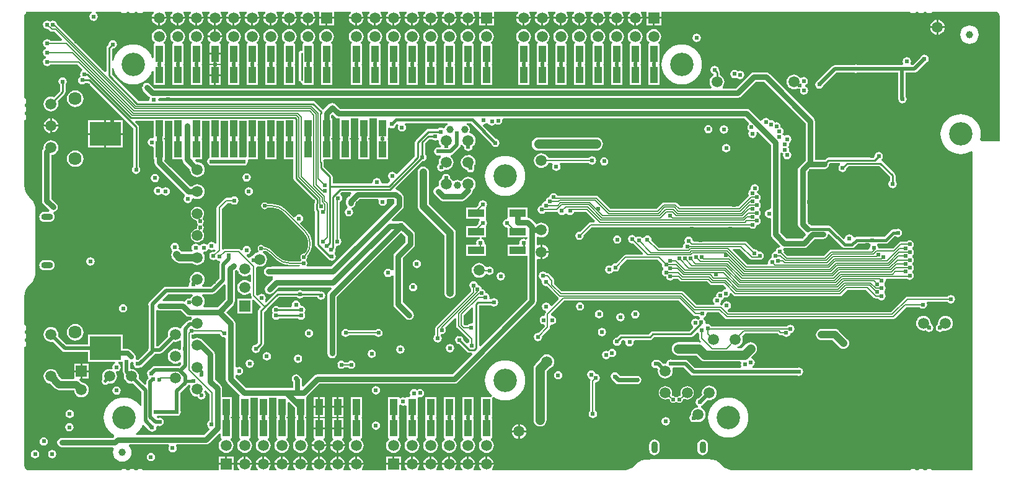
<source format=gbl>
G04*
G04 #@! TF.GenerationSoftware,Altium Limited,Altium Designer,21.0.9 (235)*
G04*
G04 Layer_Physical_Order=4*
G04 Layer_Color=16711680*
%FSLAX24Y24*%
%MOIN*%
G70*
G04*
G04 #@! TF.SameCoordinates,03FFB426-F04E-41D0-9F73-41BCBE92060F*
G04*
G04*
G04 #@! TF.FilePolarity,Positive*
G04*
G01*
G75*
%ADD10C,0.0098*%
%ADD14C,0.0100*%
%ADD16C,0.0059*%
%ADD17C,0.0200*%
%ADD22C,0.0080*%
%ADD66R,0.0402X0.0862*%
%ADD77C,0.0394*%
%ADD110C,0.0240*%
%ADD193C,0.0065*%
%ADD207C,0.0150*%
%ADD208C,0.0300*%
%ADD209C,0.0400*%
%ADD210C,0.0157*%
%ADD211C,0.0500*%
%ADD214C,0.0250*%
%ADD221C,0.0701*%
%ADD222C,0.0591*%
%ADD223R,0.0591X0.0591*%
%ADD224O,0.0630X0.0354*%
%ADD225C,0.0390*%
%ADD226R,0.0591X0.0591*%
%ADD227O,0.0354X0.0630*%
%ADD228C,0.1260*%
%ADD229C,0.0240*%
%ADD231C,0.0236*%
%ADD232C,0.0197*%
%ADD233R,0.0874X0.0402*%
%ADD234R,0.1654X0.1260*%
G36*
X400Y12347D02*
X3766D01*
X3767Y12344D01*
X3779Y12267D01*
X3721Y12229D01*
X3673Y12156D01*
X3656Y12070D01*
X3673Y11984D01*
X3721Y11911D01*
X3794Y11863D01*
X3880Y11846D01*
X3966Y11863D01*
X4039Y11911D01*
X4087Y11984D01*
X4104Y12070D01*
X4087Y12156D01*
X4039Y12229D01*
X3981Y12267D01*
X3993Y12344D01*
X3994Y12347D01*
X5315D01*
X5328Y12329D01*
X5406Y12276D01*
X5499Y12258D01*
X5592Y12276D01*
X5670Y12329D01*
X5675Y12336D01*
X5756D01*
X5761Y12329D01*
X5839Y12276D01*
X5932Y12258D01*
X6025Y12276D01*
X6103Y12329D01*
X6108Y12336D01*
X6189D01*
X6194Y12329D01*
X6272Y12276D01*
X6365Y12258D01*
X6458Y12276D01*
X6536Y12329D01*
X6549Y12347D01*
X7072D01*
X7091Y12320D01*
X7107Y12267D01*
X7055Y12199D01*
X7015Y12103D01*
X7008Y12050D01*
X7400D01*
X7792D01*
X7785Y12103D01*
X7745Y12199D01*
X7693Y12267D01*
X7709Y12320D01*
X7728Y12347D01*
X8072D01*
X8091Y12320D01*
X8107Y12267D01*
X8055Y12199D01*
X8015Y12103D01*
X8008Y12050D01*
X8400D01*
X8792D01*
X8785Y12103D01*
X8745Y12199D01*
X8693Y12267D01*
X8709Y12320D01*
X8728Y12347D01*
X9072D01*
X9091Y12320D01*
X9107Y12267D01*
X9055Y12199D01*
X9015Y12103D01*
X9008Y12050D01*
X9400D01*
X9792D01*
X9785Y12103D01*
X9745Y12199D01*
X9693Y12267D01*
X9709Y12320D01*
X9728Y12347D01*
X10072D01*
X10091Y12320D01*
X10107Y12267D01*
X10055Y12199D01*
X10015Y12103D01*
X10008Y12050D01*
X10400D01*
X10792D01*
X10785Y12103D01*
X10745Y12199D01*
X10693Y12267D01*
X10709Y12320D01*
X10728Y12347D01*
X11072D01*
X11091Y12320D01*
X11107Y12267D01*
X11055Y12199D01*
X11015Y12103D01*
X11008Y12050D01*
X11400D01*
X11792D01*
X11785Y12103D01*
X11745Y12199D01*
X11693Y12267D01*
X11709Y12320D01*
X11728Y12347D01*
X12072D01*
X12091Y12320D01*
X12107Y12267D01*
X12055Y12199D01*
X12015Y12103D01*
X12008Y12050D01*
X12400D01*
X12792D01*
X12785Y12103D01*
X12745Y12199D01*
X12693Y12267D01*
X12709Y12320D01*
X12728Y12347D01*
X13072D01*
X13091Y12320D01*
X13107Y12267D01*
X13055Y12199D01*
X13015Y12103D01*
X13008Y12050D01*
X13400D01*
X13792D01*
X13785Y12103D01*
X13745Y12199D01*
X13693Y12267D01*
X13709Y12320D01*
X13728Y12347D01*
X14072D01*
X14091Y12320D01*
X14107Y12267D01*
X14055Y12199D01*
X14015Y12103D01*
X14008Y12050D01*
X14400D01*
X14792D01*
X14785Y12103D01*
X14745Y12199D01*
X14693Y12267D01*
X14709Y12320D01*
X14728Y12347D01*
X15072D01*
X15091Y12320D01*
X15107Y12267D01*
X15055Y12199D01*
X15015Y12103D01*
X15008Y12050D01*
X15400D01*
X15792D01*
X15785Y12103D01*
X15745Y12199D01*
X15693Y12267D01*
X15709Y12320D01*
X15728Y12347D01*
X16005D01*
Y12050D01*
X16400D01*
X16795D01*
Y12347D01*
X17672D01*
X17691Y12320D01*
X17707Y12267D01*
X17655Y12199D01*
X17615Y12103D01*
X17608Y12050D01*
X18000D01*
X18392D01*
X18385Y12103D01*
X18345Y12199D01*
X18293Y12267D01*
X18309Y12320D01*
X18328Y12347D01*
X18672D01*
X18691Y12320D01*
X18707Y12267D01*
X18655Y12199D01*
X18615Y12103D01*
X18608Y12050D01*
X19000D01*
X19392D01*
X19385Y12103D01*
X19345Y12199D01*
X19293Y12267D01*
X19309Y12320D01*
X19328Y12347D01*
X19672D01*
X19691Y12320D01*
X19707Y12267D01*
X19655Y12199D01*
X19615Y12103D01*
X19608Y12050D01*
X20000D01*
X20392D01*
X20385Y12103D01*
X20345Y12199D01*
X20293Y12267D01*
X20309Y12320D01*
X20328Y12347D01*
X20672D01*
X20691Y12320D01*
X20707Y12267D01*
X20655Y12199D01*
X20615Y12103D01*
X20608Y12050D01*
X21000D01*
X21392D01*
X21385Y12103D01*
X21345Y12199D01*
X21293Y12267D01*
X21309Y12320D01*
X21328Y12347D01*
X21672D01*
X21691Y12320D01*
X21707Y12267D01*
X21655Y12199D01*
X21615Y12103D01*
X21608Y12050D01*
X22000D01*
X22392D01*
X22385Y12103D01*
X22345Y12199D01*
X22293Y12267D01*
X22309Y12320D01*
X22328Y12347D01*
X22672D01*
X22691Y12320D01*
X22707Y12267D01*
X22655Y12199D01*
X22615Y12103D01*
X22608Y12050D01*
X23000D01*
X23392D01*
X23385Y12103D01*
X23345Y12199D01*
X23293Y12267D01*
X23309Y12320D01*
X23328Y12347D01*
X23672D01*
X23691Y12320D01*
X23707Y12267D01*
X23655Y12199D01*
X23615Y12103D01*
X23608Y12050D01*
X24000D01*
X24392D01*
X24385Y12103D01*
X24345Y12199D01*
X24293Y12267D01*
X24309Y12320D01*
X24328Y12347D01*
X24605D01*
Y12050D01*
X25000D01*
X25395D01*
Y12347D01*
X26672D01*
X26691Y12320D01*
X26707Y12267D01*
X26655Y12199D01*
X26615Y12103D01*
X26608Y12050D01*
X27000D01*
X27392D01*
X27385Y12103D01*
X27345Y12199D01*
X27293Y12267D01*
X27309Y12320D01*
X27328Y12347D01*
X27672D01*
X27691Y12320D01*
X27707Y12267D01*
X27655Y12199D01*
X27615Y12103D01*
X27608Y12050D01*
X28000D01*
X28392D01*
X28385Y12103D01*
X28345Y12199D01*
X28293Y12267D01*
X28309Y12320D01*
X28328Y12347D01*
X28672D01*
X28691Y12320D01*
X28707Y12267D01*
X28655Y12199D01*
X28615Y12103D01*
X28608Y12050D01*
X29000D01*
X29392D01*
X29385Y12103D01*
X29345Y12199D01*
X29293Y12267D01*
X29309Y12320D01*
X29328Y12347D01*
X29672D01*
X29691Y12320D01*
X29707Y12267D01*
X29655Y12199D01*
X29615Y12103D01*
X29608Y12050D01*
X30000D01*
X30392D01*
X30385Y12103D01*
X30345Y12199D01*
X30293Y12267D01*
X30309Y12320D01*
X30328Y12347D01*
X30672D01*
X30691Y12320D01*
X30707Y12267D01*
X30655Y12199D01*
X30615Y12103D01*
X30608Y12050D01*
X31000D01*
X31392D01*
X31385Y12103D01*
X31345Y12199D01*
X31293Y12267D01*
X31309Y12320D01*
X31328Y12347D01*
X31672D01*
X31691Y12320D01*
X31707Y12267D01*
X31655Y12199D01*
X31615Y12103D01*
X31608Y12050D01*
X32000D01*
X32392D01*
X32385Y12103D01*
X32345Y12199D01*
X32293Y12267D01*
X32309Y12320D01*
X32328Y12347D01*
X32672D01*
X32691Y12320D01*
X32707Y12267D01*
X32655Y12199D01*
X32615Y12103D01*
X32608Y12050D01*
X33000D01*
X33392D01*
X33385Y12103D01*
X33345Y12199D01*
X33293Y12267D01*
X33309Y12320D01*
X33328Y12347D01*
X33605D01*
Y12050D01*
X34000D01*
X34395D01*
Y12347D01*
X47764D01*
X47776Y12329D01*
X47855Y12276D01*
X47948Y12258D01*
X48041Y12276D01*
X48119Y12329D01*
X48124Y12336D01*
X48205D01*
X48209Y12329D01*
X48288Y12276D01*
X48381Y12258D01*
X48474Y12276D01*
X48552Y12329D01*
X48557Y12336D01*
X48638D01*
X48642Y12329D01*
X48721Y12276D01*
X48814Y12258D01*
X48907Y12276D01*
X48985Y12329D01*
X48998Y12347D01*
X52350D01*
X52357Y12348D01*
X52446Y12331D01*
X52527Y12277D01*
X52581Y12196D01*
X52598Y12107D01*
X52597Y12100D01*
Y5400D01*
X52581Y5380D01*
X51590D01*
X51536Y5460D01*
X51565Y5581D01*
X51578Y5750D01*
X51565Y5919D01*
X51525Y6083D01*
X51461Y6239D01*
X51372Y6384D01*
X51262Y6512D01*
X51134Y6622D01*
X50989Y6711D01*
X50833Y6775D01*
X50669Y6815D01*
X50500Y6828D01*
X50331Y6815D01*
X50167Y6775D01*
X50011Y6711D01*
X49866Y6622D01*
X49738Y6512D01*
X49628Y6384D01*
X49539Y6239D01*
X49475Y6083D01*
X49435Y5919D01*
X49422Y5750D01*
X49435Y5581D01*
X49475Y5417D01*
X49539Y5261D01*
X49628Y5116D01*
X49738Y4988D01*
X49866Y4878D01*
X50011Y4789D01*
X50167Y4725D01*
X50331Y4685D01*
X50500Y4672D01*
X50669Y4685D01*
X50833Y4725D01*
X50989Y4789D01*
X51071Y4839D01*
X51151Y4795D01*
X51150Y-12347D01*
X48998D01*
X48985Y-12329D01*
X48907Y-12276D01*
X48814Y-12258D01*
X48721Y-12276D01*
X48642Y-12329D01*
X48638Y-12336D01*
X48557D01*
X48552Y-12329D01*
X48474Y-12276D01*
X48381Y-12258D01*
X48288Y-12276D01*
X48209Y-12329D01*
X48205Y-12336D01*
X48124D01*
X48119Y-12329D01*
X48041Y-12276D01*
X47948Y-12258D01*
X47855Y-12276D01*
X47776Y-12329D01*
X47764Y-12347D01*
X38331D01*
X38323Y-12349D01*
X38151Y-12332D01*
X37979Y-12279D01*
X37820Y-12195D01*
X37687Y-12085D01*
X37682Y-12079D01*
X37617Y-12013D01*
X37618Y-12012D01*
X37480Y-11899D01*
X37323Y-11815D01*
X37152Y-11763D01*
X36975Y-11746D01*
Y-11747D01*
X36901D01*
X33758Y-11747D01*
X33678Y-11746D01*
Y-11746D01*
X33501Y-11763D01*
X33330Y-11815D01*
X33173Y-11899D01*
X33035Y-12012D01*
X33036Y-12013D01*
X33036Y-12013D01*
X32971Y-12079D01*
X32971Y-12079D01*
X32912Y-12130D01*
X32833Y-12195D01*
X32674Y-12279D01*
X32502Y-12332D01*
X32400Y-12342D01*
X32322Y-12347D01*
D01*
X32243Y-12347D01*
X25328D01*
X25309Y-12320D01*
X25293Y-12267D01*
X25345Y-12199D01*
X25385Y-12103D01*
X25392Y-12050D01*
X24608D01*
X24615Y-12103D01*
X24655Y-12199D01*
X24707Y-12267D01*
X24691Y-12320D01*
X24672Y-12347D01*
X24328D01*
X24309Y-12320D01*
X24293Y-12267D01*
X24345Y-12199D01*
X24385Y-12103D01*
X24392Y-12050D01*
X23608D01*
X23615Y-12103D01*
X23655Y-12199D01*
X23707Y-12267D01*
X23691Y-12320D01*
X23672Y-12347D01*
X23328D01*
X23309Y-12320D01*
X23293Y-12267D01*
X23345Y-12199D01*
X23385Y-12103D01*
X23392Y-12050D01*
X22608D01*
X22615Y-12103D01*
X22655Y-12199D01*
X22707Y-12267D01*
X22691Y-12320D01*
X22672Y-12347D01*
X22328D01*
X22309Y-12320D01*
X22293Y-12267D01*
X22345Y-12199D01*
X22385Y-12103D01*
X22392Y-12050D01*
X21608D01*
X21615Y-12103D01*
X21655Y-12199D01*
X21707Y-12267D01*
X21691Y-12320D01*
X21672Y-12347D01*
X21328D01*
X21309Y-12320D01*
X21293Y-12267D01*
X21345Y-12199D01*
X21385Y-12103D01*
X21392Y-12050D01*
X20608D01*
X20615Y-12103D01*
X20655Y-12199D01*
X20707Y-12267D01*
X20691Y-12320D01*
X20672Y-12347D01*
X20395D01*
Y-12050D01*
X19605D01*
Y-12347D01*
X18328D01*
X18309Y-12320D01*
X18293Y-12267D01*
X18345Y-12199D01*
X18385Y-12103D01*
X18392Y-12050D01*
X17608D01*
X17615Y-12103D01*
X17655Y-12199D01*
X17707Y-12267D01*
X17691Y-12320D01*
X17672Y-12347D01*
X17328D01*
X17309Y-12320D01*
X17293Y-12267D01*
X17345Y-12199D01*
X17385Y-12103D01*
X17392Y-12050D01*
X16608D01*
X16615Y-12103D01*
X16655Y-12199D01*
X16707Y-12267D01*
X16691Y-12320D01*
X16672Y-12347D01*
X16328D01*
X16309Y-12320D01*
X16293Y-12267D01*
X16345Y-12199D01*
X16385Y-12103D01*
X16392Y-12050D01*
X15608D01*
X15615Y-12103D01*
X15655Y-12199D01*
X15707Y-12267D01*
X15691Y-12320D01*
X15672Y-12347D01*
X15328D01*
X15309Y-12320D01*
X15293Y-12267D01*
X15345Y-12199D01*
X15385Y-12103D01*
X15392Y-12050D01*
X14608D01*
X14615Y-12103D01*
X14655Y-12199D01*
X14707Y-12267D01*
X14691Y-12320D01*
X14672Y-12347D01*
X14328D01*
X14309Y-12320D01*
X14293Y-12267D01*
X14345Y-12199D01*
X14385Y-12103D01*
X14392Y-12050D01*
X13608D01*
X13615Y-12103D01*
X13655Y-12199D01*
X13707Y-12267D01*
X13691Y-12320D01*
X13672Y-12347D01*
X13328D01*
X13309Y-12320D01*
X13293Y-12267D01*
X13345Y-12199D01*
X13385Y-12103D01*
X13392Y-12050D01*
X12608D01*
X12615Y-12103D01*
X12655Y-12199D01*
X12707Y-12267D01*
X12691Y-12320D01*
X12672Y-12347D01*
X12328D01*
X12309Y-12320D01*
X12293Y-12267D01*
X12345Y-12199D01*
X12385Y-12103D01*
X12392Y-12050D01*
X11608D01*
X11615Y-12103D01*
X11655Y-12199D01*
X11707Y-12267D01*
X11691Y-12320D01*
X11672Y-12347D01*
X11395D01*
Y-12050D01*
X10605D01*
Y-12347D01*
X6549D01*
X6536Y-12329D01*
X6458Y-12276D01*
X6365Y-12258D01*
X6272Y-12276D01*
X6194Y-12329D01*
X6189Y-12336D01*
X6108D01*
X6103Y-12329D01*
X6025Y-12276D01*
X5932Y-12258D01*
X5839Y-12276D01*
X5761Y-12329D01*
X5756Y-12336D01*
X5675D01*
X5670Y-12329D01*
X5592Y-12276D01*
X5499Y-12258D01*
X5406Y-12276D01*
X5328Y-12329D01*
X5315Y-12347D01*
X400D01*
X393Y-12348D01*
X304Y-12331D01*
X223Y-12277D01*
X169Y-12196D01*
X165Y-12175D01*
X153Y-12100D01*
X153Y-12100D01*
X153Y-12100D01*
Y-5714D01*
X171Y-5701D01*
X224Y-5622D01*
X242Y-5530D01*
X224Y-5437D01*
X171Y-5358D01*
X164Y-5354D01*
Y-5273D01*
X171Y-5268D01*
X224Y-5189D01*
X242Y-5097D01*
X224Y-5004D01*
X171Y-4925D01*
X164Y-4921D01*
Y-4840D01*
X171Y-4835D01*
X224Y-4756D01*
X242Y-4664D01*
X224Y-4571D01*
X171Y-4492D01*
X153Y-4480D01*
Y-3004D01*
X151Y-2996D01*
X168Y-2825D01*
X221Y-2652D01*
X305Y-2494D01*
X415Y-2360D01*
X421Y-2356D01*
X487Y-2290D01*
X488Y-2291D01*
X601Y-2154D01*
X685Y-1996D01*
X737Y-1826D01*
X754Y-1648D01*
X753D01*
Y-1575D01*
X753Y1568D01*
X754Y1648D01*
X754D01*
X737Y1826D01*
X685Y1996D01*
X601Y2154D01*
X488Y2291D01*
X487Y2290D01*
X487Y2290D01*
X421Y2356D01*
X415Y2360D01*
X305Y2494D01*
X221Y2652D01*
X168Y2825D01*
X151Y2996D01*
X153Y3004D01*
Y6486D01*
X171Y6499D01*
X224Y6577D01*
X242Y6670D01*
X224Y6763D01*
X171Y6841D01*
X164Y6846D01*
Y6927D01*
X171Y6932D01*
X224Y7010D01*
X242Y7103D01*
X224Y7196D01*
X171Y7274D01*
X164Y7279D01*
Y7360D01*
X171Y7365D01*
X224Y7443D01*
X242Y7536D01*
X224Y7629D01*
X171Y7707D01*
X153Y7720D01*
Y12100D01*
X152Y12107D01*
X169Y12196D01*
X223Y12277D01*
X304Y12331D01*
X393Y12348D01*
X400Y12347D01*
D02*
G37*
%LPC*%
G36*
X1680Y11864D02*
X1594Y11847D01*
X1530Y11804D01*
X1466Y11847D01*
X1380Y11864D01*
X1294Y11847D01*
X1221Y11799D01*
X1173Y11726D01*
X1156Y11640D01*
X1173Y11554D01*
X1221Y11481D01*
X1294Y11433D01*
X1380Y11416D01*
X1411Y11422D01*
X1536Y11297D01*
X1579Y11268D01*
X1630Y11258D01*
X1769D01*
X2180Y10846D01*
X2150Y10772D01*
X1556D01*
X1538Y10799D01*
X1466Y10847D01*
X1380Y10864D01*
X1294Y10847D01*
X1221Y10799D01*
X1173Y10726D01*
X1156Y10640D01*
X1173Y10554D01*
X1221Y10481D01*
X1294Y10433D01*
X1304Y10431D01*
Y10349D01*
X1294Y10347D01*
X1221Y10299D01*
X1173Y10226D01*
X1156Y10140D01*
X1173Y10054D01*
X1221Y9981D01*
X1294Y9933D01*
X1304Y9931D01*
Y9849D01*
X1294Y9847D01*
X1221Y9799D01*
X1173Y9726D01*
X1156Y9640D01*
X1173Y9554D01*
X1221Y9481D01*
X1294Y9433D01*
X1380Y9416D01*
X1466Y9433D01*
X1538Y9481D01*
X1556Y9508D01*
X3009D01*
X3276Y9241D01*
X3256Y9148D01*
X3211Y9119D01*
X3163Y9046D01*
X3146Y8960D01*
X3163Y8874D01*
X3174Y8857D01*
X3101Y8809D01*
X3053Y8736D01*
X3036Y8650D01*
X3053Y8564D01*
X3101Y8491D01*
X3174Y8443D01*
X3260Y8426D01*
X3346Y8443D01*
X3419Y8491D01*
X3422Y8497D01*
X3566D01*
X6007Y6056D01*
Y4002D01*
X6001Y3999D01*
X5953Y3926D01*
X5936Y3840D01*
X5953Y3754D01*
X6001Y3681D01*
X6074Y3633D01*
X6160Y3616D01*
X6246Y3633D01*
X6319Y3681D01*
X6367Y3754D01*
X6384Y3840D01*
X6367Y3926D01*
X6319Y3999D01*
X6313Y4002D01*
Y6120D01*
X6301Y6178D01*
X6268Y6228D01*
X6103Y6393D01*
X6134Y6467D01*
X7099D01*
Y5598D01*
X7025Y5531D01*
X7010Y5534D01*
X6924Y5517D01*
X6851Y5469D01*
X6803Y5396D01*
X6786Y5310D01*
X6803Y5224D01*
X6851Y5151D01*
X6924Y5103D01*
X7010Y5086D01*
X7019Y5088D01*
X7099Y5022D01*
Y4392D01*
X7145D01*
Y4230D01*
X7164Y4132D01*
X7220Y4050D01*
X7660Y3610D01*
X8765Y2504D01*
X8779Y2434D01*
X8767Y2398D01*
X8733Y2346D01*
X8716Y2260D01*
X8733Y2174D01*
X8781Y2101D01*
X8854Y2053D01*
X8940Y2036D01*
X9026Y2053D01*
X9099Y2101D01*
X9147Y2174D01*
X9164Y2260D01*
X9160Y2280D01*
X9233Y2325D01*
X9249Y2312D01*
X9346Y2272D01*
X9449Y2259D01*
X9552Y2272D01*
X9648Y2312D01*
X9731Y2376D01*
X9794Y2458D01*
X9834Y2554D01*
X9847Y2657D01*
X9834Y2761D01*
X9794Y2857D01*
X9731Y2939D01*
X9648Y3003D01*
X9552Y3043D01*
X9449Y3056D01*
X9346Y3043D01*
X9249Y3003D01*
X9167Y2939D01*
X9154Y2922D01*
X9071Y2919D01*
X8020Y3970D01*
X7678Y4312D01*
X7701Y4392D01*
X7701D01*
Y5454D01*
X7655D01*
Y5546D01*
X7701D01*
Y6467D01*
X8099D01*
Y5546D01*
X8099D01*
X8111Y5500D01*
X8099Y5454D01*
X8099D01*
Y4392D01*
X8645D01*
Y4387D01*
X8665Y4290D01*
X8720Y4207D01*
X9055Y3872D01*
X9050Y3839D01*
X9064Y3735D01*
X9104Y3639D01*
X9167Y3557D01*
X9249Y3493D01*
X9346Y3453D01*
X9449Y3440D01*
X9552Y3453D01*
X9648Y3493D01*
X9731Y3557D01*
X9794Y3639D01*
X9834Y3735D01*
X9847Y3839D01*
X9834Y3942D01*
X9794Y4038D01*
X9731Y4121D01*
X9648Y4184D01*
X9552Y4224D01*
X9449Y4237D01*
X9415Y4233D01*
X9330Y4318D01*
X9360Y4392D01*
X9701D01*
Y5454D01*
X9701D01*
X9689Y5500D01*
X9701Y5546D01*
X9701D01*
Y6467D01*
X10099D01*
Y5546D01*
X10099D01*
X10111Y5500D01*
X10099Y5454D01*
X10099D01*
Y4471D01*
X10051Y4439D01*
X10003Y4366D01*
X9986Y4280D01*
X10003Y4194D01*
X10051Y4121D01*
X10124Y4073D01*
X10210Y4056D01*
X10296Y4073D01*
X10301Y4076D01*
X11849D01*
X11854Y4073D01*
X11940Y4056D01*
X12026Y4073D01*
X12099Y4121D01*
X12147Y4194D01*
X12164Y4280D01*
X12158Y4312D01*
X12219Y4392D01*
X12701D01*
Y5454D01*
X12701D01*
X12689Y5500D01*
X12701Y5546D01*
X12701D01*
Y6467D01*
X13099D01*
Y5546D01*
X13099D01*
X13111Y5500D01*
X13099Y5454D01*
X13099D01*
Y4392D01*
X13701D01*
Y5454D01*
X13701D01*
X13689Y5500D01*
X13701Y5546D01*
X13701D01*
Y6467D01*
X14099D01*
Y5546D01*
X14099D01*
X14111Y5500D01*
X14099Y5454D01*
X14099D01*
Y4392D01*
X14617D01*
Y3370D01*
X14629Y3311D01*
X14662Y3262D01*
X15747Y2177D01*
Y2076D01*
X15739Y2063D01*
X15727Y2005D01*
Y1690D01*
X15739Y1631D01*
X15772Y1582D01*
X15777Y1577D01*
Y-190D01*
X15789Y-249D01*
X15822Y-298D01*
X16472Y-948D01*
X16500Y-967D01*
X16521Y-999D01*
X16594Y-1047D01*
X16680Y-1064D01*
X16766Y-1047D01*
X16839Y-999D01*
X16887Y-926D01*
X16904Y-840D01*
X16887Y-754D01*
X16839Y-681D01*
X16838Y-585D01*
X16857Y-556D01*
X16874Y-470D01*
X16871Y-454D01*
X16881Y-439D01*
X16893Y-380D01*
Y-302D01*
X16955Y-251D01*
X16970Y-254D01*
X17056Y-237D01*
X17129Y-189D01*
X17177Y-116D01*
X17194Y-30D01*
X17177Y56D01*
X17129Y129D01*
X17102Y146D01*
Y2102D01*
X17106Y2103D01*
X17179Y2151D01*
X17227Y2224D01*
X17244Y2310D01*
X17227Y2396D01*
X17179Y2469D01*
X17163Y2479D01*
X17155Y2559D01*
X17213Y2617D01*
X17712D01*
X17743Y2543D01*
X17520Y2320D01*
X17464Y2238D01*
X17445Y2140D01*
Y2030D01*
X17464Y1932D01*
X17520Y1850D01*
X17539Y1837D01*
X17522Y1752D01*
X17514Y1750D01*
X17441Y1702D01*
X17393Y1629D01*
X17376Y1543D01*
X17393Y1457D01*
X17441Y1385D01*
X17514Y1336D01*
X17600Y1319D01*
X17686Y1336D01*
X17759Y1385D01*
X17807Y1457D01*
X17824Y1543D01*
X17807Y1629D01*
X17759Y1702D01*
X17755Y1704D01*
X17772Y1789D01*
X17798Y1795D01*
X17880Y1850D01*
X17935Y1932D01*
X17955Y2030D01*
Y2034D01*
X18176Y2255D01*
X19160D01*
X19205Y2175D01*
X19192Y2110D01*
X19209Y2024D01*
X19257Y1951D01*
X19330Y1903D01*
X19416Y1886D01*
X19502Y1903D01*
X19575Y1951D01*
X19623Y2024D01*
X19640Y2110D01*
X19627Y2175D01*
X19673Y2255D01*
X20004D01*
X20045Y2214D01*
Y2016D01*
X16650Y-1380D01*
X15356D01*
X15350Y-1373D01*
X15321Y-1300D01*
X15346Y-1263D01*
X15360Y-1193D01*
X15346Y-1122D01*
X15314Y-1074D01*
X15306Y-1034D01*
Y-1012D01*
X15314Y-972D01*
X15346Y-924D01*
X15360Y-854D01*
X15351Y-811D01*
X15449Y-692D01*
X15539Y-523D01*
X15595Y-340D01*
X15613Y-150D01*
X15612D01*
X15599Y16D01*
X15560Y178D01*
X15496Y332D01*
X15409Y474D01*
X15301Y601D01*
X15300Y600D01*
X14983Y917D01*
X15006Y1002D01*
X15008Y1004D01*
X15079Y1051D01*
X15127Y1124D01*
X15144Y1210D01*
X15127Y1296D01*
X15079Y1369D01*
X15006Y1417D01*
X14920Y1434D01*
X14834Y1417D01*
X14761Y1369D01*
X14714Y1298D01*
X14712Y1296D01*
X14627Y1273D01*
X14292Y1607D01*
X14237Y1665D01*
X14237Y1665D01*
X14106Y1777D01*
X13959Y1866D01*
X13800Y1932D01*
X13633Y1972D01*
X13462Y1986D01*
Y1984D01*
X13462Y1984D01*
X13220D01*
X13196Y2020D01*
X13136Y2060D01*
X13066Y2074D01*
X12996Y2060D01*
X12936Y2020D01*
X12896Y1960D01*
X12883Y1890D01*
X12896Y1820D01*
X12936Y1760D01*
X12996Y1720D01*
X13066Y1706D01*
X13136Y1720D01*
X13196Y1760D01*
X13220Y1796D01*
X13382D01*
X13382Y1796D01*
X13462Y1796D01*
X13539Y1789D01*
X13639Y1779D01*
X13809Y1728D01*
X13966Y1644D01*
X14100Y1534D01*
X14102Y1530D01*
X15167Y466D01*
X15167Y466D01*
X15167Y466D01*
X15216Y407D01*
X15276Y335D01*
X15356Y184D01*
X15406Y20D01*
X15422Y-147D01*
X15422Y-150D01*
X15422Y-152D01*
X15407Y-303D01*
X15363Y-450D01*
X15290Y-586D01*
X15215Y-678D01*
X15176Y-670D01*
X15106Y-684D01*
X15046Y-724D01*
X15007Y-783D01*
X14993Y-854D01*
X15007Y-924D01*
X15039Y-972D01*
X15046Y-1012D01*
Y-1029D01*
X14981Y-1099D01*
X14424D01*
X14420Y-1100D01*
X14247Y-1083D01*
X14077Y-1031D01*
X13920Y-948D01*
X13786Y-837D01*
X13783Y-834D01*
X13506Y-557D01*
X13506Y-557D01*
X13508Y-555D01*
X13372Y-444D01*
X13218Y-361D01*
X13050Y-310D01*
X13039Y-309D01*
X13006Y-260D01*
X12946Y-220D01*
X12876Y-206D01*
X12806Y-220D01*
X12746Y-260D01*
X12707Y-320D01*
X12693Y-390D01*
X12707Y-460D01*
X12741Y-512D01*
X12733Y-552D01*
X12716Y-596D01*
X12692Y-599D01*
X12596Y-639D01*
X12513Y-702D01*
X12450Y-785D01*
X12444Y-799D01*
X12374Y-813D01*
X12301Y-861D01*
X12293Y-873D01*
X12190Y-884D01*
X12099Y-792D01*
X12102Y-768D01*
X12130Y-710D01*
X12196Y-697D01*
X12269Y-649D01*
X12317Y-576D01*
X12334Y-490D01*
X12317Y-404D01*
X12269Y-331D01*
X12196Y-283D01*
X12110Y-266D01*
X12024Y-283D01*
X11951Y-331D01*
X11903Y-404D01*
X11890Y-470D01*
X11832Y-498D01*
X11808Y-501D01*
X11766Y-460D01*
X11724Y-431D01*
X11673Y-421D01*
X10947D01*
X10896Y-431D01*
X10854Y-460D01*
X10853Y-460D01*
X10773Y-427D01*
Y1731D01*
X11079Y2037D01*
X11271D01*
X11281Y2021D01*
X11354Y1973D01*
X11440Y1956D01*
X11526Y1973D01*
X11599Y2021D01*
X11647Y2094D01*
X11664Y2180D01*
X11647Y2266D01*
X11599Y2339D01*
X11526Y2387D01*
X11440Y2404D01*
X11354Y2387D01*
X11281Y2339D01*
X11271Y2323D01*
X11020D01*
X10965Y2312D01*
X10919Y2281D01*
X10919Y2281D01*
X10529Y1891D01*
X10498Y1845D01*
X10487Y1790D01*
X10487Y1790D01*
Y-130D01*
X10407Y-154D01*
X10379Y-111D01*
X10306Y-63D01*
X10220Y-46D01*
X10134Y-63D01*
X10061Y-111D01*
X10028Y-161D01*
X9989Y-184D01*
X9931Y-183D01*
X9886Y-153D01*
X9800Y-136D01*
X9714Y-153D01*
X9641Y-201D01*
X9628Y-221D01*
X9532D01*
X9519Y-201D01*
X9446Y-153D01*
X9360Y-136D01*
X9274Y-153D01*
X9201Y-201D01*
X9153Y-274D01*
X9136Y-360D01*
X9153Y-446D01*
X9191Y-503D01*
X9173Y-559D01*
X9156Y-583D01*
X8611D01*
X8564Y-536D01*
X8501Y-488D01*
X8491Y-484D01*
X8447Y-406D01*
X8464Y-320D01*
X8447Y-234D01*
X8399Y-161D01*
X8326Y-113D01*
X8240Y-96D01*
X8154Y-113D01*
X8081Y-161D01*
X8033Y-234D01*
X8016Y-320D01*
X8033Y-406D01*
X8081Y-479D01*
X8084Y-481D01*
X8098Y-586D01*
X8088Y-599D01*
X8058Y-672D01*
X8047Y-750D01*
X8058Y-828D01*
X8088Y-901D01*
X8136Y-964D01*
X8272Y-1100D01*
X8272Y-1100D01*
X8335Y-1148D01*
X8408Y-1178D01*
X8486Y-1188D01*
X9194D01*
X9249Y-1231D01*
X9346Y-1271D01*
X9449Y-1285D01*
X9552Y-1271D01*
X9648Y-1231D01*
X9731Y-1168D01*
X9794Y-1085D01*
X9834Y-989D01*
X9847Y-886D01*
X9834Y-783D01*
X9794Y-686D01*
X9774Y-661D01*
X9786Y-626D01*
X9814Y-581D01*
X9886Y-567D01*
X9959Y-519D01*
X9992Y-469D01*
X10031Y-446D01*
X10089Y-447D01*
X10134Y-477D01*
X10220Y-494D01*
X10306Y-477D01*
X10372Y-433D01*
X10423Y-495D01*
X10334Y-584D01*
X10315Y-581D01*
X10229Y-598D01*
X10156Y-646D01*
X10108Y-719D01*
X10091Y-805D01*
X10108Y-891D01*
X10156Y-964D01*
X10229Y-1012D01*
X10315Y-1029D01*
X10401Y-1012D01*
X10465Y-969D01*
X10491Y-1009D01*
X10564Y-1057D01*
X10637Y-1072D01*
X10659Y-1101D01*
X10676Y-1151D01*
X10642Y-1202D01*
X10626Y-1280D01*
Y-2012D01*
X10184Y-2454D01*
X9726D01*
X9699Y-2374D01*
X9731Y-2349D01*
X9794Y-2266D01*
X9834Y-2170D01*
X9847Y-2067D01*
X9834Y-1964D01*
X9794Y-1868D01*
X9731Y-1785D01*
X9648Y-1722D01*
X9552Y-1682D01*
X9449Y-1668D01*
X9346Y-1682D01*
X9249Y-1722D01*
X9167Y-1785D01*
X9104Y-1868D01*
X9064Y-1964D01*
X9050Y-2067D01*
X9064Y-2170D01*
X9067Y-2178D01*
X9023Y-2244D01*
X9006Y-2330D01*
X9014Y-2374D01*
X8959Y-2454D01*
X7783D01*
X7704Y-2469D01*
X7638Y-2513D01*
X6882Y-3270D01*
X6837Y-3336D01*
X6822Y-3414D01*
X6836Y-3486D01*
Y-5769D01*
X6833Y-5774D01*
X6816Y-5860D01*
X6816Y-5861D01*
X6283Y-6394D01*
X6240Y-6386D01*
X6189Y-6396D01*
X6160Y-6366D01*
X6134Y-6327D01*
X6149Y-6250D01*
X6132Y-6162D01*
X6082Y-6088D01*
X5862Y-5868D01*
X5788Y-5818D01*
X5700Y-5801D01*
X5427D01*
Y-5044D01*
X3573D01*
Y-5570D01*
X2413D01*
X1961Y-5117D01*
X1973Y-5020D01*
X1960Y-4916D01*
X1920Y-4820D01*
X1857Y-4738D01*
X1774Y-4674D01*
X1678Y-4635D01*
X1575Y-4621D01*
X1472Y-4635D01*
X1375Y-4674D01*
X1293Y-4738D01*
X1230Y-4820D01*
X1190Y-4916D01*
X1176Y-5020D01*
X1190Y-5123D01*
X1230Y-5219D01*
X1293Y-5302D01*
X1375Y-5365D01*
X1472Y-5405D01*
X1575Y-5418D01*
X1672Y-5406D01*
X2185Y-5918D01*
X2251Y-5962D01*
X2329Y-5978D01*
X3573D01*
Y-6504D01*
X5012D01*
X5024Y-6583D01*
X4951Y-6631D01*
X4903Y-6704D01*
X4886Y-6790D01*
X4896Y-6840D01*
X4829Y-6899D01*
X4828Y-6898D01*
X4724Y-6885D01*
X4621Y-6898D01*
X4525Y-6938D01*
X4442Y-7002D01*
X4379Y-7084D01*
X4339Y-7180D01*
X4326Y-7283D01*
X4339Y-7387D01*
X4353Y-7419D01*
X4323Y-7463D01*
X4308Y-7540D01*
X4323Y-7617D01*
X4367Y-7683D01*
X4433Y-7727D01*
X4510Y-7742D01*
X4587Y-7727D01*
X4653Y-7683D01*
X4659Y-7674D01*
X4724Y-7682D01*
X4828Y-7669D01*
X4924Y-7629D01*
X5006Y-7565D01*
X5070Y-7483D01*
X5110Y-7387D01*
X5123Y-7283D01*
X5110Y-7180D01*
X5071Y-7088D01*
X5082Y-7063D01*
X5088Y-7052D01*
X5116Y-7013D01*
X5196Y-6997D01*
X5269Y-6949D01*
X5317Y-6876D01*
X5334Y-6790D01*
X5317Y-6704D01*
X5269Y-6631D01*
X5196Y-6583D01*
X5208Y-6504D01*
X5427D01*
X5427Y-6504D01*
X5443Y-6576D01*
X5443Y-6576D01*
X5446Y-6581D01*
Y-7038D01*
X5462Y-7116D01*
X5506Y-7182D01*
X5518Y-7195D01*
X5507Y-7283D01*
X5520Y-7387D01*
X5560Y-7483D01*
X5624Y-7565D01*
X5706Y-7629D01*
X5802Y-7669D01*
X5906Y-7682D01*
X5994Y-7671D01*
X6456Y-8133D01*
Y-8856D01*
X6379Y-8877D01*
X6372Y-8866D01*
X6262Y-8738D01*
X6134Y-8628D01*
X5989Y-8539D01*
X5833Y-8475D01*
X5669Y-8435D01*
X5500Y-8422D01*
X5331Y-8435D01*
X5167Y-8475D01*
X5010Y-8539D01*
X4866Y-8628D01*
X4738Y-8738D01*
X4628Y-8866D01*
X4539Y-9011D01*
X4475Y-9167D01*
X4435Y-9331D01*
X4422Y-9500D01*
X4435Y-9669D01*
X4475Y-9833D01*
X4539Y-9989D01*
X4628Y-10134D01*
X4738Y-10262D01*
X4866Y-10372D01*
X4958Y-10429D01*
X4967Y-10463D01*
X4964Y-10526D01*
X4905Y-10585D01*
X2176D01*
X2079Y-10605D01*
X1996Y-10660D01*
X1941Y-10743D01*
X1921Y-10840D01*
X1941Y-10938D01*
X1996Y-11020D01*
X2079Y-11076D01*
X2176Y-11095D01*
X4908D01*
X4959Y-11175D01*
X4928Y-11251D01*
X4911Y-11380D01*
X4928Y-11509D01*
X4978Y-11630D01*
X5057Y-11734D01*
X5161Y-11813D01*
X5281Y-11863D01*
X5411Y-11880D01*
X5540Y-11863D01*
X5661Y-11813D01*
X5764Y-11734D01*
X5844Y-11630D01*
X5893Y-11509D01*
X5910Y-11380D01*
X5893Y-11251D01*
X5844Y-11130D01*
X5764Y-11026D01*
X5763Y-11026D01*
X5790Y-10946D01*
X7897D01*
X7939Y-11026D01*
X7913Y-11064D01*
X7896Y-11150D01*
X7913Y-11236D01*
X7961Y-11309D01*
X8034Y-11357D01*
X8120Y-11374D01*
X8206Y-11357D01*
X8279Y-11309D01*
X8327Y-11236D01*
X8344Y-11150D01*
X8327Y-11064D01*
X8301Y-11026D01*
X8343Y-10946D01*
X9920D01*
X10017Y-10926D01*
X10100Y-10871D01*
X10625Y-10345D01*
X10699Y-10376D01*
Y-10608D01*
X10730D01*
X10757Y-10688D01*
X10718Y-10718D01*
X10655Y-10801D01*
X10615Y-10897D01*
X10601Y-11000D01*
X10615Y-11103D01*
X10655Y-11199D01*
X10718Y-11282D01*
X10801Y-11345D01*
X10897Y-11385D01*
X11000Y-11399D01*
X11103Y-11385D01*
X11199Y-11345D01*
X11282Y-11282D01*
X11345Y-11199D01*
X11385Y-11103D01*
X11399Y-11000D01*
X11385Y-10897D01*
X11345Y-10801D01*
X11282Y-10718D01*
X11243Y-10688D01*
X11270Y-10608D01*
X11301D01*
Y-9546D01*
X11255D01*
Y-9454D01*
X11301D01*
Y-8392D01*
X10786D01*
Y-7933D01*
X10767Y-7835D01*
X10712Y-7753D01*
X10405Y-7446D01*
Y-6110D01*
X10386Y-6012D01*
X10330Y-5930D01*
X9750Y-5350D01*
X9744Y-5346D01*
X9731Y-5328D01*
X9648Y-5265D01*
X9552Y-5225D01*
X9449Y-5212D01*
X9346Y-5225D01*
X9249Y-5265D01*
X9229Y-5281D01*
X9149Y-5241D01*
Y-5064D01*
X9215Y-5051D01*
X9288Y-5003D01*
X9298Y-4987D01*
X10678D01*
X10688Y-5037D01*
X10737Y-5109D01*
X10810Y-5158D01*
X10896Y-5175D01*
X10905Y-5173D01*
X10985Y-5239D01*
Y-7441D01*
X11005Y-7538D01*
X11060Y-7621D01*
X11751Y-8312D01*
X11718Y-8392D01*
X11699D01*
Y-9454D01*
X11745D01*
Y-9546D01*
X11699D01*
Y-10608D01*
X11730D01*
X11757Y-10688D01*
X11718Y-10718D01*
X11655Y-10801D01*
X11615Y-10897D01*
X11601Y-11000D01*
X11615Y-11103D01*
X11655Y-11199D01*
X11718Y-11282D01*
X11801Y-11345D01*
X11897Y-11385D01*
X12000Y-11399D01*
X12103Y-11385D01*
X12199Y-11345D01*
X12282Y-11282D01*
X12345Y-11199D01*
X12385Y-11103D01*
X12399Y-11000D01*
X12385Y-10897D01*
X12345Y-10801D01*
X12282Y-10718D01*
X12243Y-10688D01*
X12270Y-10608D01*
X12301D01*
Y-9546D01*
X12255D01*
Y-9454D01*
X12301D01*
Y-8425D01*
X12699D01*
Y-9454D01*
X12699D01*
X12711Y-9500D01*
X12699Y-9546D01*
X12699D01*
Y-10608D01*
X12730D01*
X12757Y-10688D01*
X12718Y-10718D01*
X12655Y-10801D01*
X12615Y-10897D01*
X12601Y-11000D01*
X12615Y-11103D01*
X12655Y-11199D01*
X12718Y-11282D01*
X12801Y-11345D01*
X12897Y-11385D01*
X13000Y-11399D01*
X13103Y-11385D01*
X13199Y-11345D01*
X13282Y-11282D01*
X13345Y-11199D01*
X13385Y-11103D01*
X13399Y-11000D01*
X13385Y-10897D01*
X13345Y-10801D01*
X13282Y-10718D01*
X13243Y-10688D01*
X13270Y-10608D01*
X13301D01*
Y-9546D01*
X13301D01*
X13289Y-9500D01*
X13301Y-9454D01*
X13301D01*
Y-8425D01*
X13699D01*
Y-9454D01*
X13745D01*
Y-9546D01*
X13699D01*
Y-10608D01*
X13730D01*
X13757Y-10688D01*
X13718Y-10718D01*
X13655Y-10801D01*
X13615Y-10897D01*
X13601Y-11000D01*
X13615Y-11103D01*
X13655Y-11199D01*
X13718Y-11282D01*
X13801Y-11345D01*
X13897Y-11385D01*
X14000Y-11399D01*
X14103Y-11385D01*
X14199Y-11345D01*
X14282Y-11282D01*
X14345Y-11199D01*
X14385Y-11103D01*
X14399Y-11000D01*
X14385Y-10897D01*
X14345Y-10801D01*
X14282Y-10718D01*
X14243Y-10688D01*
X14270Y-10608D01*
X14301D01*
Y-9546D01*
X14255D01*
Y-9454D01*
X14301D01*
Y-8689D01*
X14375Y-8658D01*
X14699Y-8983D01*
Y-9454D01*
X14745D01*
Y-9546D01*
X14699D01*
Y-10608D01*
X14730D01*
X14757Y-10688D01*
X14718Y-10718D01*
X14655Y-10801D01*
X14615Y-10897D01*
X14601Y-11000D01*
X14615Y-11103D01*
X14655Y-11199D01*
X14718Y-11282D01*
X14801Y-11345D01*
X14897Y-11385D01*
X15000Y-11399D01*
X15103Y-11385D01*
X15199Y-11345D01*
X15282Y-11282D01*
X15345Y-11199D01*
X15385Y-11103D01*
X15399Y-11000D01*
X15385Y-10897D01*
X15345Y-10801D01*
X15282Y-10718D01*
X15243Y-10688D01*
X15270Y-10608D01*
X15301D01*
Y-9546D01*
X15255D01*
Y-9454D01*
X15301D01*
Y-8392D01*
X15344Y-8354D01*
X15347Y-8352D01*
X15350Y-8350D01*
X16026Y-7675D01*
X23267D01*
X23364Y-7656D01*
X23447Y-7600D01*
X27629Y-3419D01*
X27684Y-3336D01*
X27703Y-3238D01*
Y-990D01*
X27783Y-948D01*
X27850Y-976D01*
X27903Y-983D01*
Y-591D01*
Y-198D01*
X27850Y-205D01*
X27783Y-233D01*
X27703Y-191D01*
Y191D01*
X27783Y233D01*
X27850Y205D01*
X27953Y192D01*
X28056Y205D01*
X28152Y245D01*
X28235Y309D01*
X28298Y391D01*
X28338Y487D01*
X28351Y591D01*
X28338Y694D01*
X28298Y790D01*
X28235Y872D01*
X28152Y936D01*
X28056Y976D01*
X27953Y989D01*
X27850Y976D01*
X27753Y936D01*
X27724Y914D01*
X27645Y927D01*
X27629Y952D01*
X27398Y1182D01*
X27315Y1238D01*
X27218Y1257D01*
X27199D01*
Y1801D01*
X26125D01*
Y1253D01*
X26114Y1193D01*
X26060Y1164D01*
X26024Y1157D01*
X25951Y1109D01*
X25903Y1036D01*
X25886Y950D01*
X25903Y864D01*
X25951Y791D01*
X26024Y743D01*
X26110Y726D01*
X26125Y713D01*
Y199D01*
X27194D01*
Y118D01*
X27114Y76D01*
X27076Y101D01*
X26990Y118D01*
X26904Y101D01*
X26831Y53D01*
X26783Y-20D01*
X26766Y-106D01*
X26768Y-119D01*
X26703Y-199D01*
X26125D01*
Y-801D01*
X27194D01*
Y-3133D01*
X24667Y-5659D01*
X24593Y-5629D01*
Y-3473D01*
X24613Y-3453D01*
X25238D01*
X25241Y-3459D01*
X25314Y-3507D01*
X25400Y-3524D01*
X25486Y-3507D01*
X25559Y-3459D01*
X25607Y-3386D01*
X25624Y-3300D01*
X25607Y-3214D01*
X25559Y-3141D01*
X25486Y-3093D01*
X25400Y-3076D01*
X25314Y-3093D01*
X25241Y-3141D01*
X25176Y-3097D01*
X25156Y-3067D01*
X25165Y-3021D01*
X25148Y-2935D01*
X25099Y-2862D01*
X25026Y-2813D01*
X24951Y-2798D01*
X24936Y-2723D01*
X24887Y-2650D01*
X24814Y-2601D01*
X24739Y-2586D01*
X24724Y-2511D01*
X24675Y-2438D01*
X24602Y-2389D01*
X24527Y-2374D01*
X24511Y-2298D01*
X24463Y-2226D01*
X24390Y-2177D01*
X24304Y-2160D01*
X24218Y-2177D01*
X24146Y-2226D01*
X24097Y-2298D01*
X24080Y-2384D01*
X24097Y-2470D01*
X24146Y-2543D01*
X24174Y-2562D01*
Y-2709D01*
X22287Y-4597D01*
X22258Y-4640D01*
X22248Y-4690D01*
Y-5064D01*
X22221Y-5081D01*
X22173Y-5154D01*
X22156Y-5240D01*
X22173Y-5326D01*
X22221Y-5399D01*
X22294Y-5447D01*
X22380Y-5464D01*
X22466Y-5447D01*
X22539Y-5399D01*
X22587Y-5326D01*
X22604Y-5240D01*
X22587Y-5154D01*
X22541Y-5085D01*
X22546Y-5068D01*
X22577Y-5011D01*
X22594Y-5014D01*
X22680Y-4997D01*
X22753Y-4949D01*
X22801Y-4876D01*
X22818Y-4790D01*
X22801Y-4704D01*
X22770Y-4657D01*
X23304Y-4123D01*
X23378Y-4153D01*
Y-4578D01*
X23388Y-4629D01*
X23417Y-4672D01*
X24058Y-5313D01*
Y-5454D01*
X24031Y-5471D01*
X24027Y-5478D01*
X23924Y-5488D01*
X23763Y-5327D01*
X23764Y-5320D01*
X23747Y-5234D01*
X23699Y-5161D01*
X23626Y-5113D01*
X23540Y-5096D01*
X23454Y-5113D01*
X23381Y-5161D01*
X23333Y-5234D01*
X23316Y-5320D01*
X23333Y-5406D01*
X23381Y-5479D01*
X23454Y-5527D01*
X23540Y-5544D01*
X23547Y-5543D01*
X23972Y-5968D01*
X24021Y-6001D01*
X24080Y-6013D01*
X24209D01*
X24239Y-6087D01*
X23161Y-7165D01*
X15920D01*
X15822Y-7185D01*
X15740Y-7240D01*
X15153Y-7826D01*
X15079Y-7796D01*
Y-7490D01*
X15062Y-7402D01*
X15012Y-7328D01*
X14922Y-7238D01*
X14848Y-7188D01*
X14760Y-7171D01*
X14672Y-7188D01*
X14598Y-7238D01*
X14548Y-7312D01*
X14531Y-7400D01*
X14548Y-7488D01*
X14598Y-7562D01*
X14621Y-7585D01*
Y-7915D01*
X12075D01*
X11495Y-7335D01*
Y-7224D01*
X11575Y-7181D01*
X11604Y-7201D01*
X11690Y-7218D01*
X11776Y-7201D01*
X11849Y-7152D01*
X11897Y-7080D01*
X11914Y-6994D01*
X11897Y-6908D01*
X11849Y-6835D01*
X11776Y-6786D01*
X11690Y-6769D01*
X11604Y-6786D01*
X11575Y-6806D01*
X11495Y-6763D01*
Y-4439D01*
X11476Y-4341D01*
X11420Y-4259D01*
X11420Y-4259D01*
X10995Y-3834D01*
X11400Y-3429D01*
X11456Y-3346D01*
X11475Y-3248D01*
Y-1597D01*
X11535Y-1547D01*
X11611Y-1573D01*
X11615Y-1603D01*
X11655Y-1699D01*
X11718Y-1782D01*
X11801Y-1845D01*
X11897Y-1885D01*
X12000Y-1899D01*
X12103Y-1885D01*
X12199Y-1845D01*
X12268Y-1793D01*
X12318Y-1807D01*
X12348Y-1827D01*
Y-2173D01*
X12318Y-2193D01*
X12268Y-2207D01*
X12199Y-2155D01*
X12103Y-2115D01*
X12000Y-2101D01*
X11897Y-2115D01*
X11801Y-2155D01*
X11718Y-2218D01*
X11655Y-2301D01*
X11615Y-2397D01*
X11601Y-2500D01*
X11615Y-2603D01*
X11655Y-2699D01*
X11718Y-2782D01*
X11801Y-2845D01*
X11897Y-2885D01*
X12000Y-2899D01*
X12103Y-2885D01*
X12199Y-2845D01*
X12268Y-2793D01*
X12318Y-2807D01*
X12348Y-2827D01*
Y-2944D01*
X12358Y-2995D01*
X12378Y-3025D01*
X12365Y-3069D01*
X12341Y-3105D01*
X11605D01*
Y-3895D01*
X12395D01*
Y-3159D01*
X12475Y-3126D01*
X12884Y-3535D01*
X12766Y-3654D01*
X12733Y-3703D01*
X12721Y-3762D01*
Y-5468D01*
X12610Y-5579D01*
X12603Y-5578D01*
X12517Y-5595D01*
X12445Y-5644D01*
X12396Y-5717D01*
X12379Y-5802D01*
X12396Y-5888D01*
X12445Y-5961D01*
X12517Y-6010D01*
X12603Y-6027D01*
X12689Y-6010D01*
X12762Y-5961D01*
X12810Y-5888D01*
X12827Y-5802D01*
X12826Y-5796D01*
X12982Y-5640D01*
X13015Y-5590D01*
X13027Y-5531D01*
Y-3825D01*
X13194Y-3658D01*
X13839Y-3013D01*
X14808D01*
X14811Y-3019D01*
X14884Y-3067D01*
X14970Y-3084D01*
X15056Y-3067D01*
X15129Y-3019D01*
X15132Y-3013D01*
X15890D01*
X15893Y-3026D01*
X15941Y-3099D01*
X16014Y-3147D01*
X16100Y-3164D01*
X16186Y-3147D01*
X16259Y-3099D01*
X16307Y-3026D01*
X16324Y-2940D01*
X16307Y-2854D01*
X16259Y-2781D01*
X16186Y-2733D01*
X16100Y-2716D01*
X16080Y-2720D01*
X16079Y-2719D01*
X16020Y-2707D01*
X15132D01*
X15129Y-2701D01*
X15056Y-2653D01*
X14970Y-2636D01*
X14884Y-2653D01*
X14811Y-2701D01*
X14808Y-2707D01*
X13776D01*
X13717Y-2719D01*
X13668Y-2752D01*
X13126Y-3294D01*
X13117Y-3290D01*
X13112Y-3284D01*
X13094Y-3190D01*
X13117Y-3156D01*
X13134Y-3070D01*
X13117Y-2984D01*
X13069Y-2911D01*
X12996Y-2863D01*
X12910Y-2846D01*
X12824Y-2863D01*
X12751Y-2911D01*
X12746Y-2919D01*
X12664Y-2928D01*
X12612Y-2879D01*
Y-1423D01*
X12692Y-1369D01*
X12692Y-1369D01*
X12795Y-1383D01*
X12898Y-1369D01*
X12995Y-1330D01*
X13077Y-1266D01*
X13141Y-1184D01*
X13180Y-1087D01*
X13194Y-984D01*
X13180Y-881D01*
X13141Y-785D01*
X13077Y-702D01*
X12995Y-639D01*
X12974Y-630D01*
X12972Y-627D01*
X12972Y-556D01*
X13035Y-504D01*
X13145Y-538D01*
X13266Y-603D01*
X13313Y-641D01*
X13373Y-690D01*
X13373Y-690D01*
X13429Y-747D01*
X13650Y-967D01*
X13650Y-967D01*
X13649Y-969D01*
X13780Y-1080D01*
X13926Y-1170D01*
X14085Y-1236D01*
X14252Y-1276D01*
X14424Y-1290D01*
Y-1288D01*
X14424Y-1288D01*
X14950D01*
X14958Y-1300D01*
X14915Y-1380D01*
X13286D01*
X13189Y-1399D01*
X13106Y-1454D01*
X13051Y-1537D01*
X13031Y-1635D01*
X13051Y-1732D01*
X13106Y-1815D01*
X13189Y-1870D01*
X13286Y-1890D01*
X13500D01*
Y-2086D01*
X13156Y-2430D01*
X13101Y-2512D01*
X13081Y-2610D01*
X13101Y-2708D01*
X13156Y-2790D01*
X13239Y-2846D01*
X13336Y-2865D01*
X13434Y-2846D01*
X13516Y-2790D01*
X13812Y-2495D01*
X16638D01*
X16671Y-2575D01*
X16516Y-2730D01*
X16461Y-2812D01*
X16441Y-2910D01*
Y-6047D01*
X16461Y-6144D01*
X16516Y-6227D01*
X16519Y-6230D01*
X16602Y-6285D01*
X16699Y-6305D01*
X16797Y-6285D01*
X16879Y-6230D01*
X16935Y-6148D01*
X16954Y-6050D01*
X16951Y-6034D01*
Y-3016D01*
X20420Y453D01*
X20641Y232D01*
Y-63D01*
X20066Y-638D01*
X20011Y-721D01*
X19991Y-818D01*
Y-1570D01*
X19978Y-1579D01*
X19870Y-1558D01*
X19867Y-1554D01*
X19794Y-1505D01*
X19708Y-1488D01*
X19622Y-1505D01*
X19550Y-1554D01*
X19501Y-1627D01*
X19484Y-1713D01*
X19501Y-1798D01*
X19550Y-1871D01*
X19622Y-1920D01*
X19708Y-1937D01*
X19794Y-1920D01*
X19867Y-1871D01*
X19870Y-1867D01*
X19978Y-1847D01*
X19991Y-1856D01*
Y-3390D01*
X20011Y-3488D01*
X20066Y-3570D01*
X20666Y-4170D01*
X20749Y-4225D01*
X20846Y-4245D01*
X20944Y-4225D01*
X21026Y-4170D01*
X21082Y-4088D01*
X21101Y-3990D01*
X21082Y-3892D01*
X21026Y-3810D01*
X20501Y-3284D01*
Y-924D01*
X21076Y-349D01*
X21132Y-266D01*
X21151Y-168D01*
Y338D01*
X21132Y435D01*
X21076Y518D01*
X20600Y994D01*
X20518Y1049D01*
X20517Y1049D01*
X20506Y1057D01*
X20420Y1074D01*
X20392Y1069D01*
X19924D01*
X19893Y1143D01*
X20480Y1730D01*
X20535Y1812D01*
X20555Y1910D01*
Y2320D01*
X20535Y2418D01*
X20480Y2500D01*
X20290Y2690D01*
X20208Y2745D01*
X20133Y2760D01*
X20097Y2838D01*
X21547Y4287D01*
X21553Y4286D01*
X21639Y4303D01*
X21712Y4351D01*
X21761Y4424D01*
X21778Y4510D01*
X21761Y4596D01*
X21712Y4669D01*
X21706Y4672D01*
Y5265D01*
X21924Y5483D01*
X22082D01*
X22085Y5477D01*
X22158Y5429D01*
X22244Y5412D01*
X22330Y5429D01*
X22360Y5449D01*
X22410Y5426D01*
X22437Y5404D01*
X22450Y5310D01*
X22489Y5214D01*
X22553Y5131D01*
X22559Y5127D01*
X22539Y5041D01*
X22496Y5027D01*
X22410Y5044D01*
X22324Y5027D01*
X22251Y4979D01*
X22203Y4906D01*
X22186Y4820D01*
X22203Y4734D01*
X22251Y4661D01*
X22324Y4613D01*
X22410Y4596D01*
X22496Y4613D01*
X22530Y4597D01*
X22545Y4544D01*
X22548Y4507D01*
X22489Y4432D01*
X22450Y4335D01*
X22436Y4232D01*
X22447Y4152D01*
X22411Y4129D01*
X22363Y4056D01*
X22346Y3970D01*
X22363Y3884D01*
X22411Y3811D01*
X22484Y3763D01*
X22570Y3746D01*
X22656Y3763D01*
X22729Y3811D01*
X22751Y3845D01*
X22835Y3834D01*
X22938Y3847D01*
X23034Y3887D01*
X23117Y3950D01*
X23180Y4033D01*
X23220Y4129D01*
X23233Y4232D01*
X23220Y4335D01*
X23180Y4432D01*
X23117Y4514D01*
X23084Y4539D01*
X23104Y4625D01*
X23138Y4632D01*
X23204Y4676D01*
X23554Y5026D01*
X23599Y5092D01*
X23612Y5159D01*
X23643Y5175D01*
X23694Y5183D01*
X23734Y5131D01*
X23800Y5081D01*
X23796Y5060D01*
X23813Y4974D01*
X23861Y4901D01*
X23934Y4853D01*
X24020Y4836D01*
X24106Y4853D01*
X24179Y4901D01*
X24227Y4974D01*
X24244Y5060D01*
X24239Y5086D01*
X24298Y5131D01*
X24361Y5214D01*
X24401Y5310D01*
X24414Y5413D01*
X24401Y5517D01*
X24361Y5613D01*
X24298Y5695D01*
X24215Y5759D01*
X24128Y5795D01*
X24114Y5810D01*
X24085Y5884D01*
X24103Y5926D01*
X24113Y6000D01*
X24103Y6074D01*
X24074Y6144D01*
X24028Y6203D01*
X23969Y6249D01*
X23938Y6262D01*
X23954Y6342D01*
X24166D01*
X25263Y5245D01*
X25273Y5194D01*
X25321Y5121D01*
X25394Y5073D01*
X25480Y5056D01*
X25566Y5073D01*
X25639Y5121D01*
X25687Y5194D01*
X25704Y5280D01*
X25687Y5366D01*
X25639Y5439D01*
X25566Y5487D01*
X25515Y5497D01*
X24815Y6197D01*
X24822Y6231D01*
X24846Y6279D01*
X24916Y6293D01*
X24989Y6341D01*
X25000Y6359D01*
X25046Y6356D01*
X25088Y6346D01*
X25131Y6281D01*
X25204Y6233D01*
X25290Y6216D01*
X25376Y6233D01*
X25449Y6281D01*
X25474Y6320D01*
X25544Y6273D01*
X25630Y6256D01*
X25716Y6273D01*
X25789Y6321D01*
X25837Y6394D01*
X25854Y6480D01*
X25847Y6515D01*
X25907Y6595D01*
X38880D01*
X39110Y6365D01*
X39102Y6286D01*
X39091Y6279D01*
X39043Y6206D01*
X39026Y6120D01*
X39043Y6034D01*
X39091Y5961D01*
X39148Y5924D01*
X39103Y5856D01*
X39086Y5770D01*
X39103Y5684D01*
X39151Y5611D01*
X39224Y5563D01*
X39310Y5546D01*
X39396Y5563D01*
X39469Y5611D01*
X39517Y5684D01*
X39534Y5770D01*
X39520Y5842D01*
X39558Y5876D01*
X39586Y5889D01*
X40295Y5180D01*
Y1753D01*
X40215Y1689D01*
X40190Y1694D01*
X40104Y1677D01*
X40031Y1629D01*
X39983Y1556D01*
X39966Y1470D01*
X39983Y1384D01*
X40031Y1311D01*
X40104Y1263D01*
X40190Y1246D01*
X40215Y1251D01*
X40295Y1187D01*
Y350D01*
X40314Y252D01*
X40370Y170D01*
X40812Y-272D01*
X40773Y-346D01*
X40770Y-346D01*
X40684Y-363D01*
X40611Y-411D01*
X40563Y-484D01*
X40546Y-566D01*
X40464Y-583D01*
X40391Y-631D01*
X40343Y-704D01*
X40326Y-790D01*
X40339Y-857D01*
X40343Y-876D01*
X40290Y-942D01*
X40284Y-943D01*
X40211Y-991D01*
X40163Y-1064D01*
X40146Y-1150D01*
X40154Y-1191D01*
X40097Y-1271D01*
X39032D01*
X38256Y-495D01*
X38286Y-421D01*
X38634D01*
X39187Y-973D01*
X39229Y-1002D01*
X39280Y-1012D01*
X39600D01*
X39639Y-1004D01*
X39690Y-1014D01*
X39776Y-997D01*
X39849Y-949D01*
X39897Y-876D01*
X39914Y-790D01*
X39897Y-704D01*
X39849Y-631D01*
X39776Y-583D01*
X39690Y-566D01*
X39615Y-581D01*
X39569Y-511D01*
X39496Y-463D01*
X39410Y-446D01*
X39379Y-452D01*
X39003Y-76D01*
X38960Y-48D01*
X38910Y-37D01*
X36166D01*
X36094Y10D01*
X36077Y96D01*
X36029Y169D01*
X35956Y217D01*
X35870Y234D01*
X35784Y217D01*
X35711Y169D01*
X35663Y96D01*
X35646Y10D01*
X35663Y-76D01*
X35679Y-100D01*
X35631Y-131D01*
X35583Y-204D01*
X35566Y-290D01*
X35569Y-305D01*
X35518Y-367D01*
X34284D01*
X33868Y49D01*
X33874Y80D01*
X33857Y166D01*
X33809Y239D01*
X33736Y287D01*
X33650Y304D01*
X33564Y287D01*
X33491Y239D01*
X33458Y189D01*
X33374Y178D01*
X33369Y179D01*
X33296Y227D01*
X33210Y244D01*
X33124Y227D01*
X33108Y217D01*
X33041Y192D01*
X33006Y237D01*
X32989Y263D01*
X32916Y312D01*
X32830Y329D01*
X32744Y312D01*
X32671Y263D01*
X32623Y190D01*
X32606Y104D01*
X32623Y19D01*
X32671Y-54D01*
X32744Y-103D01*
X32830Y-120D01*
X32861Y-114D01*
X33422Y-674D01*
X33391Y-748D01*
X32480D01*
X32429Y-758D01*
X32387Y-787D01*
X31971Y-1202D01*
X31940Y-1196D01*
X31854Y-1213D01*
X31781Y-1261D01*
X31733Y-1334D01*
X31653Y-1326D01*
X31600Y-1316D01*
X31514Y-1333D01*
X31441Y-1381D01*
X31393Y-1454D01*
X31376Y-1540D01*
X31393Y-1626D01*
X31441Y-1699D01*
X31514Y-1747D01*
X31600Y-1764D01*
X31686Y-1747D01*
X31759Y-1699D01*
X31807Y-1626D01*
X31887Y-1634D01*
X31940Y-1644D01*
X32026Y-1627D01*
X32099Y-1579D01*
X32147Y-1506D01*
X32164Y-1420D01*
X32158Y-1389D01*
X32535Y-1012D01*
X34215D01*
X34442Y-1239D01*
X34436Y-1270D01*
X34453Y-1356D01*
X34501Y-1429D01*
X34506Y-1432D01*
Y-1528D01*
X34501Y-1531D01*
X34453Y-1604D01*
X34436Y-1690D01*
X34453Y-1776D01*
X34501Y-1849D01*
X34574Y-1897D01*
X34658Y-1914D01*
X34673Y-1986D01*
X34721Y-2059D01*
X34794Y-2107D01*
X34880Y-2124D01*
X34966Y-2107D01*
X35039Y-2059D01*
X35056Y-2032D01*
X35286D01*
X35398Y-2144D01*
X35441Y-2173D01*
X35491Y-2183D01*
X36879D01*
X37027Y-2331D01*
X37070Y-2359D01*
X37120Y-2369D01*
X37736D01*
X37887Y-2519D01*
X37870Y-2567D01*
X37851Y-2597D01*
X37774Y-2613D01*
X37701Y-2661D01*
X37653Y-2734D01*
X37652Y-2740D01*
X37580Y-2726D01*
X37494Y-2743D01*
X37421Y-2791D01*
X37373Y-2864D01*
X37356Y-2950D01*
X37363Y-2985D01*
X37324Y-2993D01*
X37251Y-3041D01*
X37203Y-3114D01*
X37186Y-3200D01*
X37203Y-3286D01*
X37251Y-3359D01*
X37262Y-3366D01*
X37238Y-3446D01*
X36293D01*
X35585Y-2739D01*
X35542Y-2710D01*
X35492Y-2700D01*
X29055D01*
X28652Y-2297D01*
Y-2120D01*
X28642Y-2069D01*
X28613Y-2027D01*
X28363Y-1777D01*
X28321Y-1748D01*
X28270Y-1738D01*
X28216D01*
X28199Y-1711D01*
X28126Y-1663D01*
X28040Y-1646D01*
X27954Y-1663D01*
X27881Y-1711D01*
X27833Y-1784D01*
X27816Y-1870D01*
X27833Y-1956D01*
X27881Y-2029D01*
X27931Y-2062D01*
X27956Y-2083D01*
X27983Y-2164D01*
X27976Y-2200D01*
X27993Y-2286D01*
X28041Y-2359D01*
X28114Y-2407D01*
X28200Y-2424D01*
X28231Y-2418D01*
X28858Y-3044D01*
X28858Y-3045D01*
X28873Y-3143D01*
X28511Y-3505D01*
X28424Y-3479D01*
X28417Y-3444D01*
X28369Y-3371D01*
X28296Y-3323D01*
X28210Y-3306D01*
X28124Y-3323D01*
X28051Y-3371D01*
X28003Y-3444D01*
X27986Y-3530D01*
X28003Y-3616D01*
X28051Y-3689D01*
X28124Y-3737D01*
X28159Y-3744D01*
X28190Y-3826D01*
X28161Y-3869D01*
X28151Y-3920D01*
Y-3985D01*
X28089Y-4036D01*
X28073Y-4033D01*
X27987Y-4050D01*
X27915Y-4098D01*
X27866Y-4171D01*
X27849Y-4257D01*
X27866Y-4343D01*
X27915Y-4415D01*
X27987Y-4464D01*
X28073Y-4481D01*
X28138Y-4534D01*
X28140Y-4603D01*
X27801Y-4942D01*
X27770Y-4936D01*
X27684Y-4953D01*
X27611Y-5001D01*
X27563Y-5074D01*
X27546Y-5160D01*
X27563Y-5246D01*
X27611Y-5319D01*
X27684Y-5367D01*
X27770Y-5384D01*
X27856Y-5367D01*
X27929Y-5319D01*
X27977Y-5246D01*
X27994Y-5160D01*
X27988Y-5129D01*
X28377Y-4740D01*
X28405Y-4697D01*
X28415Y-4647D01*
Y-4552D01*
X28495Y-4491D01*
X28527Y-4497D01*
X28613Y-4480D01*
X28686Y-4432D01*
X28734Y-4359D01*
X28751Y-4273D01*
X28734Y-4187D01*
X28686Y-4114D01*
X28613Y-4066D01*
X28527Y-4049D01*
X28464Y-3987D01*
X28460Y-3930D01*
X29188Y-3202D01*
X35339D01*
X36140Y-4003D01*
X36183Y-4032D01*
X36233Y-4042D01*
X36414D01*
X36466Y-4097D01*
X36458Y-4177D01*
X36391Y-4221D01*
X36384Y-4232D01*
X36326Y-4193D01*
X36240Y-4176D01*
X36154Y-4193D01*
X36081Y-4241D01*
X36033Y-4314D01*
X36016Y-4400D01*
X36033Y-4486D01*
X36081Y-4559D01*
X36100Y-4571D01*
X36110Y-4674D01*
X35921Y-4862D01*
X33955D01*
X33896Y-4874D01*
X33847Y-4907D01*
X33727Y-5027D01*
X32250D01*
X32191Y-5039D01*
X32142Y-5072D01*
X32027Y-5187D01*
X32020Y-5186D01*
X31934Y-5203D01*
X31861Y-5251D01*
X31813Y-5324D01*
X31796Y-5410D01*
X31813Y-5496D01*
X31861Y-5569D01*
X31934Y-5617D01*
X32020Y-5634D01*
X32106Y-5617D01*
X32179Y-5569D01*
X32227Y-5496D01*
X32244Y-5410D01*
X32243Y-5403D01*
X32313Y-5333D01*
X32415D01*
X32473Y-5413D01*
X32466Y-5450D01*
X32483Y-5536D01*
X32531Y-5609D01*
X32604Y-5657D01*
X32690Y-5674D01*
X32776Y-5657D01*
X32849Y-5609D01*
X32897Y-5536D01*
X32914Y-5450D01*
X32907Y-5413D01*
X32965Y-5333D01*
X33790D01*
X33849Y-5321D01*
X33898Y-5288D01*
X34018Y-5168D01*
X35985D01*
X36043Y-5157D01*
X36093Y-5123D01*
X36293Y-4923D01*
X36391Y-4938D01*
X36411Y-4969D01*
X36438Y-4986D01*
Y-5224D01*
X36448Y-5274D01*
X36477Y-5317D01*
X36545Y-5385D01*
X36511Y-5453D01*
X36505Y-5458D01*
X36417Y-5447D01*
X35310D01*
X35219Y-5459D01*
X35133Y-5494D01*
X35060Y-5550D01*
X35004Y-5623D01*
X34969Y-5709D01*
X34957Y-5800D01*
X34969Y-5891D01*
X35004Y-5977D01*
X35060Y-6050D01*
X35133Y-6106D01*
X35219Y-6141D01*
X35310Y-6153D01*
X36271D01*
X36498Y-6380D01*
X36498Y-6380D01*
X36571Y-6436D01*
X36656Y-6471D01*
X36747Y-6483D01*
X38651D01*
X38694Y-6563D01*
X38693Y-6564D01*
X38676Y-6650D01*
X38693Y-6736D01*
X38700Y-6746D01*
X38657Y-6826D01*
X36214D01*
X35844Y-6456D01*
X35778Y-6412D01*
X35700Y-6396D01*
X34991D01*
X34986Y-6393D01*
X34900Y-6376D01*
X34814Y-6393D01*
X34741Y-6441D01*
X34693Y-6514D01*
X34676Y-6597D01*
X34617Y-6589D01*
X34519Y-6602D01*
X34383Y-6466D01*
X34317Y-6422D01*
X34239Y-6406D01*
X34181D01*
X34176Y-6403D01*
X34090Y-6386D01*
X34004Y-6403D01*
X33931Y-6451D01*
X33883Y-6524D01*
X33866Y-6610D01*
X33883Y-6696D01*
X33931Y-6769D01*
X34004Y-6817D01*
X34090Y-6834D01*
X34161Y-6820D01*
X34231Y-6891D01*
X34218Y-6988D01*
X34232Y-7091D01*
X34272Y-7188D01*
X34335Y-7270D01*
X34418Y-7333D01*
X34514Y-7373D01*
X34617Y-7387D01*
X34720Y-7373D01*
X34816Y-7333D01*
X34899Y-7270D01*
X34962Y-7188D01*
X35002Y-7091D01*
X35016Y-6988D01*
X35002Y-6885D01*
X35002Y-6884D01*
X35055Y-6804D01*
X35616D01*
X35986Y-7174D01*
X36052Y-7218D01*
X36130Y-7234D01*
X41709D01*
X41714Y-7237D01*
X41800Y-7254D01*
X41886Y-7237D01*
X41959Y-7189D01*
X42007Y-7116D01*
X42024Y-7030D01*
X42007Y-6944D01*
X41959Y-6871D01*
X41886Y-6823D01*
X41800Y-6806D01*
X41714Y-6823D01*
X41709Y-6826D01*
X39319D01*
X39303Y-6746D01*
X39359Y-6709D01*
X39407Y-6636D01*
X39424Y-6550D01*
X39407Y-6464D01*
X39359Y-6391D01*
X39286Y-6343D01*
X39272Y-6340D01*
X39246Y-6253D01*
X39450Y-6050D01*
X39506Y-5977D01*
X39541Y-5891D01*
X39553Y-5800D01*
X39541Y-5709D01*
X39506Y-5623D01*
X39450Y-5550D01*
X39377Y-5494D01*
X39291Y-5459D01*
X39200Y-5447D01*
X39109Y-5459D01*
X39023Y-5494D01*
X38950Y-5550D01*
X38724Y-5777D01*
X38504D01*
X38489Y-5700D01*
X38585Y-5660D01*
X38668Y-5597D01*
X38731Y-5514D01*
X38771Y-5418D01*
X38785Y-5315D01*
X38771Y-5212D01*
X38743Y-5144D01*
X38905Y-4982D01*
X40675D01*
X40727Y-5033D01*
X40769Y-5062D01*
X40820Y-5072D01*
X40944D01*
X40961Y-5099D01*
X41034Y-5147D01*
X41120Y-5164D01*
X41206Y-5147D01*
X41279Y-5099D01*
X41327Y-5026D01*
X41342Y-4954D01*
X41426Y-4937D01*
X41499Y-4889D01*
X41547Y-4816D01*
X41564Y-4730D01*
X41547Y-4644D01*
X41499Y-4571D01*
X41426Y-4523D01*
X41340Y-4506D01*
X41254Y-4523D01*
X41181Y-4571D01*
X41164Y-4598D01*
X37093D01*
X37049Y-4531D01*
X36976Y-4483D01*
X36890Y-4466D01*
X36837Y-4476D01*
X36772Y-4424D01*
X36767Y-4415D01*
X36774Y-4380D01*
X36757Y-4294D01*
X36709Y-4221D01*
X36677Y-4200D01*
X36686Y-4117D01*
X36759Y-4069D01*
X36807Y-3996D01*
X36824Y-3910D01*
X36820Y-3891D01*
X36871Y-3829D01*
X37497D01*
X37831Y-4162D01*
X37873Y-4191D01*
X37924Y-4201D01*
X46871D01*
X46921Y-4191D01*
X46964Y-4162D01*
X47575Y-3552D01*
X48294D01*
X48311Y-3579D01*
X48384Y-3627D01*
X48470Y-3644D01*
X48556Y-3627D01*
X48629Y-3579D01*
X48677Y-3506D01*
X48694Y-3420D01*
X48679Y-3342D01*
X48683Y-3320D01*
X48714Y-3262D01*
X49795D01*
X49813Y-3289D01*
X49886Y-3337D01*
X49972Y-3354D01*
X50057Y-3337D01*
X50130Y-3289D01*
X50179Y-3216D01*
X50196Y-3130D01*
X50179Y-3044D01*
X50130Y-2971D01*
X50057Y-2923D01*
X49972Y-2906D01*
X49886Y-2923D01*
X49813Y-2971D01*
X49795Y-2998D01*
X47642D01*
X47591Y-3008D01*
X47548Y-3037D01*
X46767Y-3818D01*
X38028D01*
X37975Y-3765D01*
X38001Y-3678D01*
X38006Y-3677D01*
X38079Y-3629D01*
X38127Y-3556D01*
X38144Y-3470D01*
X38127Y-3384D01*
X38079Y-3311D01*
X38006Y-3263D01*
X37920Y-3246D01*
X37834Y-3263D01*
X37761Y-3311D01*
X37713Y-3384D01*
X37710Y-3399D01*
X37656Y-3452D01*
X37579Y-3437D01*
X37558Y-3366D01*
X37569Y-3359D01*
X37617Y-3286D01*
X37634Y-3200D01*
X37627Y-3165D01*
X37666Y-3157D01*
X37739Y-3109D01*
X37787Y-3036D01*
X37788Y-3030D01*
X37860Y-3044D01*
X37946Y-3027D01*
X38019Y-2979D01*
X38067Y-2906D01*
X38083Y-2829D01*
X38113Y-2810D01*
X38161Y-2793D01*
X38293Y-2926D01*
X38336Y-2954D01*
X38386Y-2965D01*
X44012D01*
X44062Y-2954D01*
X44105Y-2926D01*
X44400Y-2632D01*
X45419D01*
X45841Y-3053D01*
X45884Y-3082D01*
X45934Y-3092D01*
X46064D01*
X46081Y-3119D01*
X46154Y-3167D01*
X46240Y-3184D01*
X46326Y-3167D01*
X46399Y-3119D01*
X46447Y-3046D01*
X46464Y-2960D01*
X46447Y-2874D01*
X46399Y-2801D01*
X46394Y-2798D01*
Y-2702D01*
X46399Y-2699D01*
X46447Y-2626D01*
X46464Y-2540D01*
X46447Y-2454D01*
X46399Y-2381D01*
X46394Y-2378D01*
Y-2282D01*
X46399Y-2279D01*
X46447Y-2206D01*
X46464Y-2120D01*
X46460Y-2098D01*
X46511Y-2036D01*
X47628D01*
X47674Y-2067D01*
X47760Y-2084D01*
X47846Y-2067D01*
X47919Y-2019D01*
X47967Y-1946D01*
X47984Y-1860D01*
X47967Y-1774D01*
X47919Y-1701D01*
X47914Y-1698D01*
Y-1602D01*
X47919Y-1599D01*
X47967Y-1526D01*
X47984Y-1440D01*
X47967Y-1354D01*
X47919Y-1281D01*
X47914Y-1278D01*
Y-1182D01*
X47919Y-1179D01*
X47967Y-1106D01*
X47984Y-1020D01*
X47967Y-934D01*
X47919Y-861D01*
X47914Y-858D01*
Y-762D01*
X47919Y-759D01*
X47967Y-686D01*
X47984Y-600D01*
X47967Y-514D01*
X47919Y-441D01*
X47914Y-438D01*
Y-342D01*
X47919Y-339D01*
X47967Y-266D01*
X47984Y-180D01*
X47967Y-94D01*
X47919Y-21D01*
X47846Y27D01*
X47760Y44D01*
X47674Y27D01*
X47601Y-21D01*
X47584Y-48D01*
X47263D01*
X47213Y-58D01*
X47170Y-87D01*
X46857Y-399D01*
X46088D01*
X46064Y-370D01*
X46047Y-284D01*
X46001Y-214D01*
X46004Y-196D01*
X46027Y-134D01*
X46478D01*
X46478Y-134D01*
X46548Y-121D01*
X46607Y-81D01*
X46945Y258D01*
X47007D01*
X47044Y233D01*
X47130Y216D01*
X47216Y233D01*
X47289Y281D01*
X47337Y354D01*
X47354Y440D01*
X47337Y526D01*
X47289Y599D01*
X47216Y647D01*
X47130Y664D01*
X47044Y647D01*
X47007Y622D01*
X46870D01*
X46870Y622D01*
X46800Y608D01*
X46741Y569D01*
X46741Y569D01*
X46402Y230D01*
X45822D01*
X45750Y244D01*
X45678Y230D01*
X44903D01*
X44833Y216D01*
X44805Y197D01*
X44721Y223D01*
X44714Y230D01*
X44669Y299D01*
X44596Y347D01*
X44510Y364D01*
X44424Y347D01*
X44351Y299D01*
X44303Y226D01*
X44287Y145D01*
X44266Y132D01*
X44210Y108D01*
X43542Y777D01*
X43483Y816D01*
X43413Y830D01*
X43413Y830D01*
X42446D01*
X42260Y1017D01*
Y3716D01*
X42410Y3867D01*
X42413Y3866D01*
X43165D01*
X43262Y3886D01*
X43345Y3941D01*
X43400Y4023D01*
X43420Y4121D01*
X43481Y4185D01*
X43993D01*
X44017Y4105D01*
X43990Y4088D01*
X43942Y4015D01*
X43925Y3929D01*
X43942Y3843D01*
X43990Y3770D01*
X44063Y3722D01*
X44149Y3705D01*
X44235Y3722D01*
X44308Y3770D01*
X44356Y3843D01*
X44373Y3929D01*
X44372Y3937D01*
X44463Y4028D01*
X46124D01*
X46694Y3458D01*
Y3231D01*
X46687Y3226D01*
X46639Y3154D01*
X46622Y3068D01*
X46639Y2982D01*
X46687Y2909D01*
X46760Y2861D01*
X46846Y2844D01*
X46932Y2861D01*
X47005Y2909D01*
X47053Y2982D01*
X47070Y3068D01*
X47053Y3154D01*
X47005Y3226D01*
X46998Y3231D01*
Y3521D01*
X46986Y3579D01*
X46953Y3628D01*
X46953Y3628D01*
X46294Y4288D01*
X46259Y4311D01*
X46248Y4370D01*
X46250Y4401D01*
X46256Y4405D01*
X46305Y4478D01*
X46322Y4564D01*
X46305Y4650D01*
X46256Y4723D01*
X46184Y4771D01*
X46098Y4788D01*
X46012Y4771D01*
X45939Y4723D01*
X45891Y4650D01*
X45874Y4564D01*
X45875Y4556D01*
X45808Y4490D01*
X43381D01*
X43323Y4478D01*
X43274Y4445D01*
X43198Y4369D01*
X43165Y4376D01*
X42668D01*
Y6447D01*
X42648Y6545D01*
X42593Y6627D01*
X40220Y9000D01*
X40138Y9055D01*
X40040Y9075D01*
X39380D01*
X39282Y9055D01*
X39200Y9000D01*
X38409Y8210D01*
X37722D01*
X37698Y8254D01*
X37690Y8290D01*
X37747Y8364D01*
X37787Y8460D01*
X37800Y8563D01*
X37787Y8666D01*
X37747Y8762D01*
X37683Y8845D01*
X37601Y8908D01*
X37555Y8927D01*
Y9068D01*
X37543Y9127D01*
X37510Y9177D01*
X37493Y9193D01*
X37494Y9200D01*
X37477Y9286D01*
X37429Y9359D01*
X37356Y9407D01*
X37270Y9424D01*
X37184Y9407D01*
X37111Y9359D01*
X37063Y9286D01*
X37046Y9200D01*
X37063Y9114D01*
X37111Y9041D01*
X37184Y8993D01*
X37193Y8991D01*
X37202Y8911D01*
X37202Y8908D01*
X37120Y8845D01*
X37056Y8762D01*
X37016Y8666D01*
X37003Y8563D01*
X37016Y8460D01*
X37056Y8364D01*
X37113Y8290D01*
X37105Y8254D01*
X37081Y8210D01*
X7129D01*
X6906Y8432D01*
X6824Y8487D01*
X6726Y8507D01*
X6628Y8487D01*
X6546Y8432D01*
X6491Y8350D01*
X6471Y8252D01*
X6491Y8154D01*
X6546Y8072D01*
X6843Y7775D01*
X6921Y7723D01*
X6903Y7696D01*
X6886Y7610D01*
X6889Y7595D01*
X6838Y7533D01*
X6283D01*
X4863Y8953D01*
Y9289D01*
X4943Y9299D01*
X4975Y9167D01*
X5039Y9010D01*
X5128Y8866D01*
X5238Y8738D01*
X5366Y8628D01*
X5511Y8539D01*
X5667Y8475D01*
X5831Y8435D01*
X6000Y8422D01*
X6169Y8435D01*
X6333Y8475D01*
X6489Y8539D01*
X6634Y8628D01*
X6762Y8738D01*
X6872Y8866D01*
X6961Y9010D01*
X7019Y9152D01*
X7099Y9136D01*
Y8392D01*
X7701D01*
Y9454D01*
X7701D01*
X7689Y9500D01*
X7701Y9546D01*
X7701D01*
Y10608D01*
X7670D01*
X7643Y10688D01*
X7682Y10718D01*
X7745Y10801D01*
X7785Y10897D01*
X7799Y11000D01*
X7785Y11103D01*
X7745Y11199D01*
X7682Y11282D01*
X7599Y11345D01*
X7503Y11385D01*
X7400Y11399D01*
X7297Y11385D01*
X7201Y11345D01*
X7118Y11282D01*
X7055Y11199D01*
X7015Y11103D01*
X7001Y11000D01*
X7015Y10897D01*
X7055Y10801D01*
X7118Y10718D01*
X7157Y10688D01*
X7130Y10608D01*
X7099D01*
Y9864D01*
X7019Y9848D01*
X6961Y9989D01*
X6872Y10134D01*
X6762Y10262D01*
X6634Y10372D01*
X6489Y10461D01*
X6333Y10525D01*
X6169Y10565D01*
X6000Y10578D01*
X5831Y10565D01*
X5667Y10525D01*
X5511Y10461D01*
X5366Y10372D01*
X5238Y10262D01*
X5128Y10134D01*
X5039Y9989D01*
X4975Y9833D01*
X4943Y9701D01*
X4863Y9711D01*
Y10288D01*
X4900Y10356D01*
X4986Y10373D01*
X5059Y10421D01*
X5107Y10494D01*
X5124Y10580D01*
X5107Y10666D01*
X5059Y10739D01*
X4986Y10787D01*
X4900Y10804D01*
X4814Y10787D01*
X4741Y10739D01*
X4693Y10666D01*
X4676Y10580D01*
X4677Y10573D01*
X4602Y10498D01*
X4569Y10449D01*
X4557Y10390D01*
Y9117D01*
X4483Y9087D01*
X1898Y11672D01*
X1887Y11726D01*
X1839Y11799D01*
X1766Y11847D01*
X1680Y11864D01*
D02*
G37*
G36*
X33392Y11950D02*
X33050D01*
Y11608D01*
X33103Y11615D01*
X33199Y11655D01*
X33282Y11718D01*
X33345Y11801D01*
X33385Y11897D01*
X33392Y11950D01*
D02*
G37*
G36*
X32392D02*
X32050D01*
Y11608D01*
X32103Y11615D01*
X32199Y11655D01*
X32282Y11718D01*
X32345Y11801D01*
X32385Y11897D01*
X32392Y11950D01*
D02*
G37*
G36*
X31392D02*
X31050D01*
Y11608D01*
X31103Y11615D01*
X31199Y11655D01*
X31282Y11718D01*
X31345Y11801D01*
X31385Y11897D01*
X31392Y11950D01*
D02*
G37*
G36*
X30392D02*
X30050D01*
Y11608D01*
X30103Y11615D01*
X30199Y11655D01*
X30282Y11718D01*
X30345Y11801D01*
X30385Y11897D01*
X30392Y11950D01*
D02*
G37*
G36*
X29392D02*
X29050D01*
Y11608D01*
X29103Y11615D01*
X29199Y11655D01*
X29282Y11718D01*
X29345Y11801D01*
X29385Y11897D01*
X29392Y11950D01*
D02*
G37*
G36*
X28392D02*
X28050D01*
Y11608D01*
X28103Y11615D01*
X28199Y11655D01*
X28282Y11718D01*
X28345Y11801D01*
X28385Y11897D01*
X28392Y11950D01*
D02*
G37*
G36*
X27392D02*
X27050D01*
Y11608D01*
X27103Y11615D01*
X27199Y11655D01*
X27282Y11718D01*
X27345Y11801D01*
X27385Y11897D01*
X27392Y11950D01*
D02*
G37*
G36*
X24392D02*
X24050D01*
Y11608D01*
X24103Y11615D01*
X24199Y11655D01*
X24282Y11718D01*
X24345Y11801D01*
X24385Y11897D01*
X24392Y11950D01*
D02*
G37*
G36*
X23392D02*
X23050D01*
Y11608D01*
X23103Y11615D01*
X23199Y11655D01*
X23282Y11718D01*
X23345Y11801D01*
X23385Y11897D01*
X23392Y11950D01*
D02*
G37*
G36*
X22392D02*
X22050D01*
Y11608D01*
X22103Y11615D01*
X22199Y11655D01*
X22282Y11718D01*
X22345Y11801D01*
X22385Y11897D01*
X22392Y11950D01*
D02*
G37*
G36*
X21392D02*
X21050D01*
Y11608D01*
X21103Y11615D01*
X21199Y11655D01*
X21282Y11718D01*
X21345Y11801D01*
X21385Y11897D01*
X21392Y11950D01*
D02*
G37*
G36*
X20392D02*
X20050D01*
Y11608D01*
X20103Y11615D01*
X20199Y11655D01*
X20282Y11718D01*
X20345Y11801D01*
X20385Y11897D01*
X20392Y11950D01*
D02*
G37*
G36*
X19392D02*
X19050D01*
Y11608D01*
X19103Y11615D01*
X19199Y11655D01*
X19282Y11718D01*
X19345Y11801D01*
X19385Y11897D01*
X19392Y11950D01*
D02*
G37*
G36*
X18392D02*
X18050D01*
Y11608D01*
X18103Y11615D01*
X18199Y11655D01*
X18282Y11718D01*
X18345Y11801D01*
X18385Y11897D01*
X18392Y11950D01*
D02*
G37*
G36*
X15792D02*
X15450D01*
Y11608D01*
X15503Y11615D01*
X15599Y11655D01*
X15682Y11718D01*
X15745Y11801D01*
X15785Y11897D01*
X15792Y11950D01*
D02*
G37*
G36*
X14792D02*
X14450D01*
Y11608D01*
X14503Y11615D01*
X14599Y11655D01*
X14682Y11718D01*
X14745Y11801D01*
X14785Y11897D01*
X14792Y11950D01*
D02*
G37*
G36*
X13792D02*
X13450D01*
Y11608D01*
X13503Y11615D01*
X13599Y11655D01*
X13682Y11718D01*
X13745Y11801D01*
X13785Y11897D01*
X13792Y11950D01*
D02*
G37*
G36*
X12792D02*
X12450D01*
Y11608D01*
X12503Y11615D01*
X12599Y11655D01*
X12682Y11718D01*
X12745Y11801D01*
X12785Y11897D01*
X12792Y11950D01*
D02*
G37*
G36*
X11792D02*
X11450D01*
Y11608D01*
X11503Y11615D01*
X11599Y11655D01*
X11682Y11718D01*
X11745Y11801D01*
X11785Y11897D01*
X11792Y11950D01*
D02*
G37*
G36*
X10792D02*
X10450D01*
Y11608D01*
X10503Y11615D01*
X10599Y11655D01*
X10682Y11718D01*
X10745Y11801D01*
X10785Y11897D01*
X10792Y11950D01*
D02*
G37*
G36*
X9792D02*
X9450D01*
Y11608D01*
X9503Y11615D01*
X9599Y11655D01*
X9682Y11718D01*
X9745Y11801D01*
X9785Y11897D01*
X9792Y11950D01*
D02*
G37*
G36*
X8792D02*
X8450D01*
Y11608D01*
X8503Y11615D01*
X8599Y11655D01*
X8682Y11718D01*
X8745Y11801D01*
X8785Y11897D01*
X8792Y11950D01*
D02*
G37*
G36*
X7792D02*
X7450D01*
Y11608D01*
X7503Y11615D01*
X7599Y11655D01*
X7682Y11718D01*
X7745Y11801D01*
X7785Y11897D01*
X7792Y11950D01*
D02*
G37*
G36*
X32950D02*
X32608D01*
X32615Y11897D01*
X32655Y11801D01*
X32718Y11718D01*
X32801Y11655D01*
X32897Y11615D01*
X32950Y11608D01*
Y11950D01*
D02*
G37*
G36*
X31950D02*
X31608D01*
X31615Y11897D01*
X31655Y11801D01*
X31718Y11718D01*
X31801Y11655D01*
X31897Y11615D01*
X31950Y11608D01*
Y11950D01*
D02*
G37*
G36*
X30950D02*
X30608D01*
X30615Y11897D01*
X30655Y11801D01*
X30718Y11718D01*
X30801Y11655D01*
X30897Y11615D01*
X30950Y11608D01*
Y11950D01*
D02*
G37*
G36*
X29950D02*
X29608D01*
X29615Y11897D01*
X29655Y11801D01*
X29718Y11718D01*
X29801Y11655D01*
X29897Y11615D01*
X29950Y11608D01*
Y11950D01*
D02*
G37*
G36*
X28950D02*
X28608D01*
X28615Y11897D01*
X28655Y11801D01*
X28718Y11718D01*
X28801Y11655D01*
X28897Y11615D01*
X28950Y11608D01*
Y11950D01*
D02*
G37*
G36*
X27950D02*
X27608D01*
X27615Y11897D01*
X27655Y11801D01*
X27718Y11718D01*
X27801Y11655D01*
X27897Y11615D01*
X27950Y11608D01*
Y11950D01*
D02*
G37*
G36*
X26950D02*
X26608D01*
X26615Y11897D01*
X26655Y11801D01*
X26718Y11718D01*
X26801Y11655D01*
X26897Y11615D01*
X26950Y11608D01*
Y11950D01*
D02*
G37*
G36*
X23950D02*
X23608D01*
X23615Y11897D01*
X23655Y11801D01*
X23718Y11718D01*
X23801Y11655D01*
X23897Y11615D01*
X23950Y11608D01*
Y11950D01*
D02*
G37*
G36*
X22950D02*
X22608D01*
X22615Y11897D01*
X22655Y11801D01*
X22718Y11718D01*
X22801Y11655D01*
X22897Y11615D01*
X22950Y11608D01*
Y11950D01*
D02*
G37*
G36*
X21950D02*
X21608D01*
X21615Y11897D01*
X21655Y11801D01*
X21718Y11718D01*
X21801Y11655D01*
X21897Y11615D01*
X21950Y11608D01*
Y11950D01*
D02*
G37*
G36*
X20950D02*
X20608D01*
X20615Y11897D01*
X20655Y11801D01*
X20718Y11718D01*
X20801Y11655D01*
X20897Y11615D01*
X20950Y11608D01*
Y11950D01*
D02*
G37*
G36*
X19950D02*
X19608D01*
X19615Y11897D01*
X19655Y11801D01*
X19718Y11718D01*
X19801Y11655D01*
X19897Y11615D01*
X19950Y11608D01*
Y11950D01*
D02*
G37*
G36*
X18950D02*
X18608D01*
X18615Y11897D01*
X18655Y11801D01*
X18718Y11718D01*
X18801Y11655D01*
X18897Y11615D01*
X18950Y11608D01*
Y11950D01*
D02*
G37*
G36*
X17950D02*
X17608D01*
X17615Y11897D01*
X17655Y11801D01*
X17718Y11718D01*
X17801Y11655D01*
X17897Y11615D01*
X17950Y11608D01*
Y11950D01*
D02*
G37*
G36*
X15350D02*
X15008D01*
X15015Y11897D01*
X15055Y11801D01*
X15118Y11718D01*
X15201Y11655D01*
X15297Y11615D01*
X15350Y11608D01*
Y11950D01*
D02*
G37*
G36*
X14350D02*
X14008D01*
X14015Y11897D01*
X14055Y11801D01*
X14118Y11718D01*
X14201Y11655D01*
X14297Y11615D01*
X14350Y11608D01*
Y11950D01*
D02*
G37*
G36*
X13350D02*
X13008D01*
X13015Y11897D01*
X13055Y11801D01*
X13118Y11718D01*
X13201Y11655D01*
X13297Y11615D01*
X13350Y11608D01*
Y11950D01*
D02*
G37*
G36*
X12350D02*
X12008D01*
X12015Y11897D01*
X12055Y11801D01*
X12118Y11718D01*
X12201Y11655D01*
X12297Y11615D01*
X12350Y11608D01*
Y11950D01*
D02*
G37*
G36*
X11350D02*
X11008D01*
X11015Y11897D01*
X11055Y11801D01*
X11118Y11718D01*
X11201Y11655D01*
X11297Y11615D01*
X11350Y11608D01*
Y11950D01*
D02*
G37*
G36*
X10350D02*
X10008D01*
X10015Y11897D01*
X10055Y11801D01*
X10118Y11718D01*
X10201Y11655D01*
X10297Y11615D01*
X10350Y11608D01*
Y11950D01*
D02*
G37*
G36*
X9350D02*
X9008D01*
X9015Y11897D01*
X9055Y11801D01*
X9118Y11718D01*
X9201Y11655D01*
X9297Y11615D01*
X9350Y11608D01*
Y11950D01*
D02*
G37*
G36*
X8350D02*
X8008D01*
X8015Y11897D01*
X8055Y11801D01*
X8118Y11718D01*
X8201Y11655D01*
X8297Y11615D01*
X8350Y11608D01*
Y11950D01*
D02*
G37*
G36*
X7350D02*
X7008D01*
X7015Y11897D01*
X7055Y11801D01*
X7118Y11718D01*
X7201Y11655D01*
X7297Y11615D01*
X7350Y11608D01*
Y11950D01*
D02*
G37*
G36*
X34395D02*
X34050D01*
Y11605D01*
X34395D01*
Y11950D01*
D02*
G37*
G36*
X33950D02*
X33605D01*
Y11605D01*
X33950D01*
Y11950D01*
D02*
G37*
G36*
X25395D02*
X25050D01*
Y11605D01*
X25395D01*
Y11950D01*
D02*
G37*
G36*
X24950D02*
X24605D01*
Y11605D01*
X24950D01*
Y11950D01*
D02*
G37*
G36*
X16795D02*
X16450D01*
Y11605D01*
X16795D01*
Y11950D01*
D02*
G37*
G36*
X16350D02*
X16005D01*
Y11605D01*
X16350D01*
Y11950D01*
D02*
G37*
G36*
X49300Y11892D02*
Y11550D01*
X49642D01*
X49635Y11603D01*
X49595Y11699D01*
X49532Y11782D01*
X49449Y11845D01*
X49353Y11885D01*
X49300Y11892D01*
D02*
G37*
G36*
X49200D02*
X49147Y11885D01*
X49051Y11845D01*
X48968Y11782D01*
X48905Y11699D01*
X48865Y11603D01*
X48858Y11550D01*
X49200D01*
Y11892D01*
D02*
G37*
G36*
X49642Y11450D02*
X49300D01*
Y11108D01*
X49353Y11115D01*
X49449Y11155D01*
X49532Y11218D01*
X49595Y11301D01*
X49635Y11397D01*
X49642Y11450D01*
D02*
G37*
G36*
X49200D02*
X48858D01*
X48865Y11397D01*
X48905Y11301D01*
X48968Y11218D01*
X49051Y11155D01*
X49147Y11115D01*
X49200Y11108D01*
Y11450D01*
D02*
G37*
G36*
X10450Y11392D02*
Y11050D01*
X10792D01*
X10785Y11103D01*
X10745Y11199D01*
X10682Y11282D01*
X10599Y11345D01*
X10503Y11385D01*
X10450Y11392D01*
D02*
G37*
G36*
X10350Y11392D02*
X10297Y11385D01*
X10201Y11345D01*
X10118Y11282D01*
X10055Y11199D01*
X10015Y11103D01*
X10008Y11050D01*
X10350D01*
Y11392D01*
D02*
G37*
G36*
X36300Y11154D02*
X36214Y11137D01*
X36141Y11089D01*
X36093Y11016D01*
X36076Y10930D01*
X36093Y10844D01*
X36141Y10771D01*
X36214Y10723D01*
X36300Y10706D01*
X36386Y10723D01*
X36459Y10771D01*
X36507Y10844D01*
X36524Y10930D01*
X36507Y11016D01*
X36459Y11089D01*
X36386Y11137D01*
X36300Y11154D01*
D02*
G37*
G36*
X50973Y11600D02*
X50843Y11583D01*
X50723Y11533D01*
X50619Y11454D01*
X50540Y11350D01*
X50490Y11229D01*
X50473Y11100D01*
X50490Y10971D01*
X50540Y10850D01*
X50619Y10746D01*
X50723Y10667D01*
X50843Y10617D01*
X50973Y10600D01*
X51102Y10617D01*
X51223Y10667D01*
X51326Y10746D01*
X51406Y10850D01*
X51456Y10971D01*
X51473Y11100D01*
X51456Y11229D01*
X51406Y11350D01*
X51326Y11454D01*
X51223Y11533D01*
X51102Y11583D01*
X50973Y11600D01*
D02*
G37*
G36*
X10792Y10950D02*
X10400D01*
X10008D01*
X10015Y10897D01*
X10055Y10801D01*
X10118Y10718D01*
X10157Y10688D01*
X10130Y10608D01*
X10099D01*
Y10127D01*
X10400D01*
X10701D01*
Y10608D01*
X10670D01*
X10643Y10688D01*
X10682Y10718D01*
X10745Y10801D01*
X10785Y10897D01*
X10792Y10950D01*
D02*
G37*
G36*
X10701Y10027D02*
X10450D01*
Y9546D01*
X10701D01*
Y10027D01*
D02*
G37*
G36*
X10350D02*
X10099D01*
Y9546D01*
X10350D01*
Y10027D01*
D02*
G37*
G36*
X48550Y10024D02*
X48464Y10007D01*
X48391Y9959D01*
X48343Y9886D01*
X48342Y9880D01*
X47923Y9461D01*
X47838D01*
X47795Y9541D01*
X47817Y9574D01*
X47834Y9660D01*
X47817Y9746D01*
X47769Y9819D01*
X47696Y9867D01*
X47610Y9884D01*
X47524Y9867D01*
X47451Y9819D01*
X47403Y9746D01*
X47386Y9660D01*
X47403Y9574D01*
X47420Y9549D01*
X47371Y9477D01*
X47348Y9482D01*
X47263Y9465D01*
X47258Y9461D01*
X44954D01*
X44944Y9468D01*
X44858Y9485D01*
X44773Y9468D01*
X44763Y9461D01*
X43737D01*
X43659Y9446D01*
X43593Y9401D01*
X42820Y8628D01*
X42814Y8627D01*
X42741Y8579D01*
X42693Y8506D01*
X42676Y8420D01*
X42693Y8334D01*
X42741Y8261D01*
X42814Y8213D01*
X42900Y8196D01*
X42986Y8213D01*
X43059Y8261D01*
X43107Y8334D01*
X43108Y8340D01*
X43822Y9053D01*
X44772D01*
X44773Y9053D01*
X44858Y9036D01*
X44944Y9053D01*
X44944Y9053D01*
X47144D01*
Y7642D01*
X47144Y7640D01*
X47161Y7554D01*
X47210Y7481D01*
X47283Y7433D01*
X47368Y7416D01*
X47454Y7433D01*
X47527Y7481D01*
X47576Y7554D01*
X47593Y7640D01*
X47576Y7726D01*
X47552Y7761D01*
Y9053D01*
X48007D01*
X48085Y9069D01*
X48151Y9113D01*
X48630Y9592D01*
X48636Y9593D01*
X48709Y9641D01*
X48757Y9714D01*
X48774Y9800D01*
X48757Y9886D01*
X48709Y9959D01*
X48636Y10007D01*
X48550Y10024D01*
D02*
G37*
G36*
X10701Y9454D02*
X10450D01*
Y8973D01*
X10701D01*
Y9454D01*
D02*
G37*
G36*
X10350D02*
X10099D01*
Y8973D01*
X10350D01*
Y9454D01*
D02*
G37*
G36*
X38340Y9214D02*
X38254Y9197D01*
X38181Y9149D01*
X38133Y9076D01*
X38116Y8990D01*
X38133Y8904D01*
X38181Y8831D01*
X38254Y8783D01*
X38340Y8766D01*
X38426Y8783D01*
X38464Y8808D01*
X38481Y8781D01*
X38554Y8733D01*
X38640Y8716D01*
X38726Y8733D01*
X38799Y8781D01*
X38847Y8854D01*
X38864Y8940D01*
X38847Y9026D01*
X38799Y9099D01*
X38726Y9147D01*
X38640Y9164D01*
X38554Y9147D01*
X38516Y9122D01*
X38499Y9149D01*
X38426Y9197D01*
X38340Y9214D01*
D02*
G37*
G36*
X35500Y10578D02*
X35331Y10565D01*
X35167Y10525D01*
X35010Y10461D01*
X34866Y10372D01*
X34738Y10262D01*
X34628Y10134D01*
X34539Y9989D01*
X34475Y9833D01*
X34435Y9669D01*
X34422Y9500D01*
X34435Y9331D01*
X34475Y9167D01*
X34539Y9010D01*
X34628Y8866D01*
X34738Y8738D01*
X34866Y8628D01*
X35010Y8539D01*
X35167Y8475D01*
X35331Y8435D01*
X35500Y8422D01*
X35669Y8435D01*
X35833Y8475D01*
X35989Y8539D01*
X36134Y8628D01*
X36262Y8738D01*
X36372Y8866D01*
X36461Y9010D01*
X36525Y9167D01*
X36565Y9331D01*
X36578Y9500D01*
X36565Y9669D01*
X36525Y9833D01*
X36461Y9989D01*
X36372Y10134D01*
X36262Y10262D01*
X36134Y10372D01*
X35989Y10461D01*
X35833Y10525D01*
X35669Y10565D01*
X35500Y10578D01*
D02*
G37*
G36*
X34000Y11399D02*
X33897Y11385D01*
X33801Y11345D01*
X33718Y11282D01*
X33655Y11199D01*
X33615Y11103D01*
X33601Y11000D01*
X33615Y10897D01*
X33655Y10801D01*
X33718Y10718D01*
X33757Y10688D01*
X33730Y10608D01*
X33699D01*
Y9546D01*
X33699D01*
X33711Y9500D01*
X33699Y9454D01*
X33699D01*
Y8392D01*
X34301D01*
Y9454D01*
X34301D01*
X34289Y9500D01*
X34301Y9546D01*
X34301D01*
Y10608D01*
X34270D01*
X34243Y10688D01*
X34282Y10718D01*
X34345Y10801D01*
X34385Y10897D01*
X34399Y11000D01*
X34385Y11103D01*
X34345Y11199D01*
X34282Y11282D01*
X34199Y11345D01*
X34103Y11385D01*
X34000Y11399D01*
D02*
G37*
G36*
X33000D02*
X32897Y11385D01*
X32801Y11345D01*
X32718Y11282D01*
X32655Y11199D01*
X32615Y11103D01*
X32601Y11000D01*
X32615Y10897D01*
X32655Y10801D01*
X32718Y10718D01*
X32757Y10688D01*
X32730Y10608D01*
X32699D01*
Y9546D01*
X32699D01*
X32711Y9500D01*
X32699Y9454D01*
X32699D01*
Y8392D01*
X33301D01*
Y9454D01*
X33301D01*
X33289Y9500D01*
X33301Y9546D01*
X33301D01*
Y10608D01*
X33270D01*
X33243Y10688D01*
X33282Y10718D01*
X33345Y10801D01*
X33385Y10897D01*
X33399Y11000D01*
X33385Y11103D01*
X33345Y11199D01*
X33282Y11282D01*
X33199Y11345D01*
X33103Y11385D01*
X33000Y11399D01*
D02*
G37*
G36*
X32000D02*
X31897Y11385D01*
X31801Y11345D01*
X31718Y11282D01*
X31655Y11199D01*
X31615Y11103D01*
X31601Y11000D01*
X31615Y10897D01*
X31655Y10801D01*
X31718Y10718D01*
X31757Y10688D01*
X31730Y10608D01*
X31699D01*
Y9546D01*
X31699D01*
X31711Y9500D01*
X31699Y9454D01*
X31699D01*
Y8392D01*
X32301D01*
Y9454D01*
X32301D01*
X32289Y9500D01*
X32301Y9546D01*
X32301D01*
Y10608D01*
X32270D01*
X32243Y10688D01*
X32282Y10718D01*
X32345Y10801D01*
X32385Y10897D01*
X32399Y11000D01*
X32385Y11103D01*
X32345Y11199D01*
X32282Y11282D01*
X32199Y11345D01*
X32103Y11385D01*
X32000Y11399D01*
D02*
G37*
G36*
X31000D02*
X30897Y11385D01*
X30801Y11345D01*
X30718Y11282D01*
X30655Y11199D01*
X30615Y11103D01*
X30601Y11000D01*
X30615Y10897D01*
X30655Y10801D01*
X30718Y10718D01*
X30757Y10688D01*
X30730Y10608D01*
X30699D01*
Y9546D01*
X30699D01*
X30711Y9500D01*
X30699Y9454D01*
X30699D01*
Y8392D01*
X31301D01*
Y9454D01*
X31301D01*
X31289Y9500D01*
X31301Y9546D01*
X31301D01*
Y10608D01*
X31270D01*
X31243Y10688D01*
X31282Y10718D01*
X31345Y10801D01*
X31385Y10897D01*
X31399Y11000D01*
X31385Y11103D01*
X31345Y11199D01*
X31282Y11282D01*
X31199Y11345D01*
X31103Y11385D01*
X31000Y11399D01*
D02*
G37*
G36*
X30000D02*
X29897Y11385D01*
X29801Y11345D01*
X29718Y11282D01*
X29655Y11199D01*
X29615Y11103D01*
X29601Y11000D01*
X29615Y10897D01*
X29655Y10801D01*
X29718Y10718D01*
X29757Y10688D01*
X29730Y10608D01*
X29699D01*
Y9546D01*
X29699D01*
X29711Y9500D01*
X29699Y9454D01*
X29699D01*
Y8392D01*
X30301D01*
Y9454D01*
X30301D01*
X30289Y9500D01*
X30301Y9546D01*
X30301D01*
Y10608D01*
X30270D01*
X30243Y10688D01*
X30282Y10718D01*
X30345Y10801D01*
X30385Y10897D01*
X30399Y11000D01*
X30385Y11103D01*
X30345Y11199D01*
X30282Y11282D01*
X30199Y11345D01*
X30103Y11385D01*
X30000Y11399D01*
D02*
G37*
G36*
X29000D02*
X28897Y11385D01*
X28801Y11345D01*
X28718Y11282D01*
X28655Y11199D01*
X28615Y11103D01*
X28601Y11000D01*
X28615Y10897D01*
X28655Y10801D01*
X28718Y10718D01*
X28757Y10688D01*
X28730Y10608D01*
X28699D01*
Y9546D01*
X28699D01*
X28711Y9500D01*
X28699Y9454D01*
X28699D01*
Y8392D01*
X29301D01*
Y9454D01*
X29301D01*
X29289Y9500D01*
X29301Y9546D01*
X29301D01*
Y10608D01*
X29270D01*
X29243Y10688D01*
X29282Y10718D01*
X29345Y10801D01*
X29385Y10897D01*
X29399Y11000D01*
X29385Y11103D01*
X29345Y11199D01*
X29282Y11282D01*
X29199Y11345D01*
X29103Y11385D01*
X29000Y11399D01*
D02*
G37*
G36*
X28000D02*
X27897Y11385D01*
X27801Y11345D01*
X27718Y11282D01*
X27655Y11199D01*
X27615Y11103D01*
X27601Y11000D01*
X27615Y10897D01*
X27655Y10801D01*
X27718Y10718D01*
X27757Y10688D01*
X27730Y10608D01*
X27699D01*
Y9546D01*
X27699D01*
X27711Y9500D01*
X27699Y9454D01*
X27699D01*
Y8392D01*
X28301D01*
Y9454D01*
X28301D01*
X28289Y9500D01*
X28301Y9546D01*
X28301D01*
Y10608D01*
X28270D01*
X28243Y10688D01*
X28282Y10718D01*
X28345Y10801D01*
X28385Y10897D01*
X28399Y11000D01*
X28385Y11103D01*
X28345Y11199D01*
X28282Y11282D01*
X28199Y11345D01*
X28103Y11385D01*
X28000Y11399D01*
D02*
G37*
G36*
X27000D02*
X26897Y11385D01*
X26801Y11345D01*
X26718Y11282D01*
X26655Y11199D01*
X26615Y11103D01*
X26601Y11000D01*
X26615Y10897D01*
X26655Y10801D01*
X26718Y10718D01*
X26757Y10688D01*
X26730Y10608D01*
X26699D01*
Y9546D01*
X26699D01*
X26711Y9500D01*
X26699Y9454D01*
X26699D01*
Y8392D01*
X27301D01*
Y9454D01*
X27301D01*
X27289Y9500D01*
X27301Y9546D01*
X27301D01*
Y10608D01*
X27270D01*
X27243Y10688D01*
X27282Y10718D01*
X27345Y10801D01*
X27385Y10897D01*
X27399Y11000D01*
X27385Y11103D01*
X27345Y11199D01*
X27282Y11282D01*
X27199Y11345D01*
X27103Y11385D01*
X27000Y11399D01*
D02*
G37*
G36*
X25000D02*
X24897Y11385D01*
X24801Y11345D01*
X24718Y11282D01*
X24655Y11199D01*
X24615Y11103D01*
X24601Y11000D01*
X24615Y10897D01*
X24655Y10801D01*
X24718Y10718D01*
X24757Y10688D01*
X24730Y10608D01*
X24699D01*
Y9546D01*
X24699D01*
X24711Y9500D01*
X24699Y9454D01*
X24699D01*
Y8392D01*
X25301D01*
Y9454D01*
X25301D01*
X25289Y9500D01*
X25301Y9546D01*
X25301D01*
Y10608D01*
X25270D01*
X25243Y10688D01*
X25282Y10718D01*
X25345Y10801D01*
X25385Y10897D01*
X25399Y11000D01*
X25385Y11103D01*
X25345Y11199D01*
X25282Y11282D01*
X25199Y11345D01*
X25103Y11385D01*
X25000Y11399D01*
D02*
G37*
G36*
X24000D02*
X23897Y11385D01*
X23801Y11345D01*
X23718Y11282D01*
X23655Y11199D01*
X23615Y11103D01*
X23601Y11000D01*
X23615Y10897D01*
X23655Y10801D01*
X23718Y10718D01*
X23757Y10688D01*
X23730Y10608D01*
X23699D01*
Y9546D01*
X23699D01*
X23711Y9500D01*
X23699Y9454D01*
X23699D01*
Y8392D01*
X24301D01*
Y9454D01*
X24301D01*
X24289Y9500D01*
X24301Y9546D01*
X24301D01*
Y10608D01*
X24270D01*
X24243Y10688D01*
X24282Y10718D01*
X24345Y10801D01*
X24385Y10897D01*
X24399Y11000D01*
X24385Y11103D01*
X24345Y11199D01*
X24282Y11282D01*
X24199Y11345D01*
X24103Y11385D01*
X24000Y11399D01*
D02*
G37*
G36*
X23000D02*
X22897Y11385D01*
X22801Y11345D01*
X22718Y11282D01*
X22655Y11199D01*
X22615Y11103D01*
X22601Y11000D01*
X22615Y10897D01*
X22655Y10801D01*
X22718Y10718D01*
X22757Y10688D01*
X22730Y10608D01*
X22699D01*
Y9546D01*
X22699D01*
X22711Y9500D01*
X22699Y9454D01*
X22699D01*
Y8392D01*
X23301D01*
Y9454D01*
X23301D01*
X23289Y9500D01*
X23301Y9546D01*
X23301D01*
Y10608D01*
X23270D01*
X23243Y10688D01*
X23282Y10718D01*
X23345Y10801D01*
X23385Y10897D01*
X23399Y11000D01*
X23385Y11103D01*
X23345Y11199D01*
X23282Y11282D01*
X23199Y11345D01*
X23103Y11385D01*
X23000Y11399D01*
D02*
G37*
G36*
X22000D02*
X21897Y11385D01*
X21801Y11345D01*
X21718Y11282D01*
X21655Y11199D01*
X21615Y11103D01*
X21601Y11000D01*
X21615Y10897D01*
X21655Y10801D01*
X21718Y10718D01*
X21757Y10688D01*
X21730Y10608D01*
X21699D01*
Y9546D01*
X21699D01*
X21711Y9500D01*
X21699Y9454D01*
X21699D01*
Y8392D01*
X22301D01*
Y9454D01*
X22301D01*
X22289Y9500D01*
X22301Y9546D01*
X22301D01*
Y10608D01*
X22270D01*
X22243Y10688D01*
X22282Y10718D01*
X22345Y10801D01*
X22385Y10897D01*
X22399Y11000D01*
X22385Y11103D01*
X22345Y11199D01*
X22282Y11282D01*
X22199Y11345D01*
X22103Y11385D01*
X22000Y11399D01*
D02*
G37*
G36*
X21000D02*
X20897Y11385D01*
X20801Y11345D01*
X20718Y11282D01*
X20655Y11199D01*
X20615Y11103D01*
X20601Y11000D01*
X20615Y10897D01*
X20655Y10801D01*
X20718Y10718D01*
X20757Y10688D01*
X20730Y10608D01*
X20699D01*
Y9546D01*
X20699D01*
X20711Y9500D01*
X20699Y9454D01*
X20699D01*
Y8392D01*
X21301D01*
Y9454D01*
X21301D01*
X21289Y9500D01*
X21301Y9546D01*
X21301D01*
Y10608D01*
X21270D01*
X21243Y10688D01*
X21282Y10718D01*
X21345Y10801D01*
X21385Y10897D01*
X21399Y11000D01*
X21385Y11103D01*
X21345Y11199D01*
X21282Y11282D01*
X21199Y11345D01*
X21103Y11385D01*
X21000Y11399D01*
D02*
G37*
G36*
X20000D02*
X19897Y11385D01*
X19801Y11345D01*
X19718Y11282D01*
X19655Y11199D01*
X19615Y11103D01*
X19601Y11000D01*
X19615Y10897D01*
X19655Y10801D01*
X19718Y10718D01*
X19757Y10688D01*
X19730Y10608D01*
X19699D01*
Y9546D01*
X19699D01*
X19711Y9500D01*
X19699Y9454D01*
X19699D01*
Y8392D01*
X20301D01*
Y9454D01*
X20301D01*
X20289Y9500D01*
X20301Y9546D01*
X20301D01*
Y10608D01*
X20270D01*
X20243Y10688D01*
X20282Y10718D01*
X20345Y10801D01*
X20385Y10897D01*
X20399Y11000D01*
X20385Y11103D01*
X20345Y11199D01*
X20282Y11282D01*
X20199Y11345D01*
X20103Y11385D01*
X20000Y11399D01*
D02*
G37*
G36*
X19000D02*
X18897Y11385D01*
X18801Y11345D01*
X18718Y11282D01*
X18655Y11199D01*
X18615Y11103D01*
X18601Y11000D01*
X18615Y10897D01*
X18655Y10801D01*
X18718Y10718D01*
X18757Y10688D01*
X18730Y10608D01*
X18699D01*
Y9546D01*
X18699D01*
X18711Y9500D01*
X18699Y9454D01*
X18699D01*
Y8392D01*
X19301D01*
Y9454D01*
X19301D01*
X19289Y9500D01*
X19301Y9546D01*
X19301D01*
Y10608D01*
X19270D01*
X19243Y10688D01*
X19282Y10718D01*
X19345Y10801D01*
X19385Y10897D01*
X19399Y11000D01*
X19385Y11103D01*
X19345Y11199D01*
X19282Y11282D01*
X19199Y11345D01*
X19103Y11385D01*
X19000Y11399D01*
D02*
G37*
G36*
X18000D02*
X17897Y11385D01*
X17801Y11345D01*
X17718Y11282D01*
X17655Y11199D01*
X17615Y11103D01*
X17601Y11000D01*
X17615Y10897D01*
X17655Y10801D01*
X17718Y10718D01*
X17757Y10688D01*
X17730Y10608D01*
X17699D01*
Y9546D01*
X17699D01*
X17711Y9500D01*
X17699Y9454D01*
X17699D01*
Y8392D01*
X18301D01*
Y9454D01*
X18301D01*
X18289Y9500D01*
X18301Y9546D01*
X18301D01*
Y10608D01*
X18270D01*
X18243Y10688D01*
X18282Y10718D01*
X18345Y10801D01*
X18385Y10897D01*
X18399Y11000D01*
X18385Y11103D01*
X18345Y11199D01*
X18282Y11282D01*
X18199Y11345D01*
X18103Y11385D01*
X18000Y11399D01*
D02*
G37*
G36*
X16400D02*
X16297Y11385D01*
X16201Y11345D01*
X16118Y11282D01*
X16055Y11199D01*
X16015Y11103D01*
X16001Y11000D01*
X16015Y10897D01*
X16055Y10801D01*
X16118Y10718D01*
X16157Y10688D01*
X16130Y10608D01*
X16099D01*
Y9546D01*
X16099D01*
X16111Y9500D01*
X16099Y9454D01*
X16099D01*
Y8392D01*
X16701D01*
Y9454D01*
X16701D01*
X16689Y9500D01*
X16701Y9546D01*
X16701D01*
Y10608D01*
X16670D01*
X16643Y10688D01*
X16682Y10718D01*
X16745Y10801D01*
X16785Y10897D01*
X16799Y11000D01*
X16785Y11103D01*
X16745Y11199D01*
X16682Y11282D01*
X16599Y11345D01*
X16503Y11385D01*
X16400Y11399D01*
D02*
G37*
G36*
X15400D02*
X15297Y11385D01*
X15201Y11345D01*
X15118Y11282D01*
X15055Y11199D01*
X15015Y11103D01*
X15001Y11000D01*
X15015Y10897D01*
X15055Y10801D01*
X15118Y10718D01*
X15157Y10688D01*
X15130Y10608D01*
X15099D01*
Y10275D01*
X15060Y10243D01*
X15001Y10231D01*
X14952Y10198D01*
X14919Y10149D01*
X14907Y10090D01*
Y8665D01*
X14919Y8607D01*
X14952Y8557D01*
X15001Y8524D01*
X15060Y8512D01*
X15099Y8480D01*
Y8392D01*
X15701D01*
Y9454D01*
X15701D01*
X15689Y9500D01*
X15701Y9546D01*
X15701D01*
Y10608D01*
X15670D01*
X15643Y10688D01*
X15682Y10718D01*
X15745Y10801D01*
X15785Y10897D01*
X15799Y11000D01*
X15785Y11103D01*
X15745Y11199D01*
X15682Y11282D01*
X15599Y11345D01*
X15503Y11385D01*
X15400Y11399D01*
D02*
G37*
G36*
X14400D02*
X14297Y11385D01*
X14201Y11345D01*
X14118Y11282D01*
X14055Y11199D01*
X14015Y11103D01*
X14001Y11000D01*
X14015Y10897D01*
X14055Y10801D01*
X14118Y10718D01*
X14157Y10688D01*
X14130Y10608D01*
X14099D01*
Y9546D01*
X14099D01*
X14111Y9500D01*
X14099Y9454D01*
X14099D01*
Y8392D01*
X14701D01*
Y9454D01*
X14701D01*
X14689Y9500D01*
X14701Y9546D01*
X14701D01*
Y10608D01*
X14670D01*
X14643Y10688D01*
X14682Y10718D01*
X14745Y10801D01*
X14785Y10897D01*
X14799Y11000D01*
X14785Y11103D01*
X14745Y11199D01*
X14682Y11282D01*
X14599Y11345D01*
X14503Y11385D01*
X14400Y11399D01*
D02*
G37*
G36*
X13400D02*
X13297Y11385D01*
X13201Y11345D01*
X13118Y11282D01*
X13055Y11199D01*
X13015Y11103D01*
X13001Y11000D01*
X13015Y10897D01*
X13055Y10801D01*
X13118Y10718D01*
X13157Y10688D01*
X13130Y10608D01*
X13099D01*
Y9546D01*
X13099D01*
X13111Y9500D01*
X13099Y9454D01*
X13099D01*
Y8392D01*
X13701D01*
Y9454D01*
X13701D01*
X13689Y9500D01*
X13701Y9546D01*
X13701D01*
Y10608D01*
X13670D01*
X13643Y10688D01*
X13682Y10718D01*
X13745Y10801D01*
X13785Y10897D01*
X13799Y11000D01*
X13785Y11103D01*
X13745Y11199D01*
X13682Y11282D01*
X13599Y11345D01*
X13503Y11385D01*
X13400Y11399D01*
D02*
G37*
G36*
X12400D02*
X12297Y11385D01*
X12201Y11345D01*
X12118Y11282D01*
X12055Y11199D01*
X12015Y11103D01*
X12001Y11000D01*
X12015Y10897D01*
X12055Y10801D01*
X12118Y10718D01*
X12157Y10688D01*
X12130Y10608D01*
X12099D01*
Y9546D01*
X12099D01*
X12111Y9500D01*
X12099Y9454D01*
X12099D01*
Y8392D01*
X12701D01*
Y9454D01*
X12701D01*
X12689Y9500D01*
X12701Y9546D01*
X12701D01*
Y10608D01*
X12670D01*
X12643Y10688D01*
X12682Y10718D01*
X12745Y10801D01*
X12785Y10897D01*
X12799Y11000D01*
X12785Y11103D01*
X12745Y11199D01*
X12682Y11282D01*
X12599Y11345D01*
X12503Y11385D01*
X12400Y11399D01*
D02*
G37*
G36*
X11400D02*
X11297Y11385D01*
X11201Y11345D01*
X11118Y11282D01*
X11055Y11199D01*
X11015Y11103D01*
X11001Y11000D01*
X11015Y10897D01*
X11055Y10801D01*
X11118Y10718D01*
X11157Y10688D01*
X11130Y10608D01*
X11099D01*
Y9546D01*
X11099D01*
X11111Y9500D01*
X11099Y9454D01*
X11099D01*
Y8392D01*
X11701D01*
Y9454D01*
X11701D01*
X11689Y9500D01*
X11701Y9546D01*
X11701D01*
Y10608D01*
X11670D01*
X11643Y10688D01*
X11682Y10718D01*
X11745Y10801D01*
X11785Y10897D01*
X11799Y11000D01*
X11785Y11103D01*
X11745Y11199D01*
X11682Y11282D01*
X11599Y11345D01*
X11503Y11385D01*
X11400Y11399D01*
D02*
G37*
G36*
X10701Y8873D02*
X10450D01*
Y8392D01*
X10701D01*
Y8873D01*
D02*
G37*
G36*
X10350D02*
X10099D01*
Y8392D01*
X10350D01*
Y8873D01*
D02*
G37*
G36*
X9400Y11399D02*
X9297Y11385D01*
X9201Y11345D01*
X9118Y11282D01*
X9055Y11199D01*
X9015Y11103D01*
X9001Y11000D01*
X9015Y10897D01*
X9055Y10801D01*
X9118Y10718D01*
X9157Y10688D01*
X9130Y10608D01*
X9099D01*
Y9546D01*
X9099D01*
X9111Y9500D01*
X9099Y9454D01*
X9099D01*
Y8392D01*
X9701D01*
Y9454D01*
X9701D01*
X9689Y9500D01*
X9701Y9546D01*
X9701D01*
Y10608D01*
X9670D01*
X9643Y10688D01*
X9682Y10718D01*
X9745Y10801D01*
X9785Y10897D01*
X9799Y11000D01*
X9785Y11103D01*
X9745Y11199D01*
X9682Y11282D01*
X9599Y11345D01*
X9503Y11385D01*
X9400Y11399D01*
D02*
G37*
G36*
X8400D02*
X8297Y11385D01*
X8201Y11345D01*
X8118Y11282D01*
X8055Y11199D01*
X8015Y11103D01*
X8001Y11000D01*
X8015Y10897D01*
X8055Y10801D01*
X8118Y10718D01*
X8157Y10688D01*
X8130Y10608D01*
X8099D01*
Y9546D01*
X8099D01*
X8111Y9500D01*
X8099Y9454D01*
X8099D01*
Y8392D01*
X8701D01*
Y9454D01*
X8701D01*
X8689Y9500D01*
X8701Y9546D01*
X8701D01*
Y10608D01*
X8670D01*
X8643Y10688D01*
X8682Y10718D01*
X8745Y10801D01*
X8785Y10897D01*
X8799Y11000D01*
X8785Y11103D01*
X8745Y11199D01*
X8682Y11282D01*
X8599Y11345D01*
X8503Y11385D01*
X8400Y11399D01*
D02*
G37*
G36*
X41535Y8962D02*
X41432Y8948D01*
X41336Y8908D01*
X41254Y8845D01*
X41190Y8762D01*
X41150Y8666D01*
X41137Y8563D01*
X41150Y8460D01*
X41190Y8364D01*
X41254Y8281D01*
X41336Y8218D01*
X41432Y8178D01*
X41535Y8164D01*
X41639Y8178D01*
X41711Y8208D01*
X41764Y8173D01*
X41778Y8170D01*
X41846Y8100D01*
X41863Y8014D01*
X41911Y7941D01*
X41984Y7893D01*
X42070Y7876D01*
X42156Y7893D01*
X42229Y7941D01*
X42277Y8014D01*
X42294Y8100D01*
X42277Y8186D01*
X42229Y8259D01*
X42156Y8307D01*
X42141Y8310D01*
Y8392D01*
X42146Y8393D01*
X42219Y8441D01*
X42267Y8514D01*
X42284Y8600D01*
X42267Y8686D01*
X42219Y8759D01*
X42146Y8807D01*
X42060Y8824D01*
X41974Y8807D01*
X41954Y8794D01*
X41892Y8767D01*
X41845Y8809D01*
X41817Y8845D01*
X41735Y8908D01*
X41639Y8948D01*
X41535Y8962D01*
D02*
G37*
G36*
X2210Y8804D02*
X2124Y8787D01*
X2051Y8739D01*
X2003Y8666D01*
X1986Y8580D01*
X2003Y8494D01*
X2051Y8421D01*
X2057Y8418D01*
Y8080D01*
X1724Y7748D01*
X1678Y7767D01*
X1575Y7781D01*
X1472Y7767D01*
X1375Y7727D01*
X1293Y7664D01*
X1230Y7581D01*
X1190Y7485D01*
X1176Y7382D01*
X1190Y7279D01*
X1230Y7183D01*
X1293Y7100D01*
X1375Y7037D01*
X1472Y6997D01*
X1575Y6983D01*
X1678Y6997D01*
X1774Y7037D01*
X1857Y7100D01*
X1920Y7183D01*
X1960Y7279D01*
X1973Y7382D01*
X1960Y7485D01*
X1941Y7531D01*
X2318Y7909D01*
X2351Y7959D01*
X2363Y8017D01*
Y8418D01*
X2369Y8421D01*
X2417Y8494D01*
X2434Y8580D01*
X2417Y8666D01*
X2369Y8739D01*
X2296Y8787D01*
X2210Y8804D01*
D02*
G37*
G36*
X2880Y8102D02*
X2765Y8087D01*
X2658Y8042D01*
X2566Y7972D01*
X2495Y7880D01*
X2451Y7772D01*
X2436Y7657D01*
X2451Y7543D01*
X2495Y7435D01*
X2566Y7343D01*
X2658Y7273D01*
X2765Y7228D01*
X2880Y7213D01*
X2995Y7228D01*
X3102Y7273D01*
X3194Y7343D01*
X3265Y7435D01*
X3309Y7543D01*
X3324Y7657D01*
X3309Y7772D01*
X3265Y7880D01*
X3194Y7972D01*
X3102Y8042D01*
X2995Y8087D01*
X2880Y8102D01*
D02*
G37*
G36*
X1625Y6593D02*
Y6251D01*
X1967D01*
X1960Y6304D01*
X1920Y6400D01*
X1857Y6483D01*
X1774Y6546D01*
X1678Y6586D01*
X1625Y6593D01*
D02*
G37*
G36*
X1525D02*
X1472Y6586D01*
X1375Y6546D01*
X1293Y6483D01*
X1230Y6400D01*
X1190Y6304D01*
X1183Y6251D01*
X1525D01*
Y6593D01*
D02*
G37*
G36*
X5427Y6492D02*
X4550D01*
Y5812D01*
X5427D01*
Y6492D01*
D02*
G37*
G36*
X4450D02*
X3573D01*
Y5812D01*
X4450D01*
Y6492D01*
D02*
G37*
G36*
X1967Y6151D02*
X1625D01*
Y5809D01*
X1678Y5816D01*
X1774Y5856D01*
X1857Y5919D01*
X1920Y6001D01*
X1960Y6098D01*
X1967Y6151D01*
D02*
G37*
G36*
X1525D02*
X1183D01*
X1190Y6098D01*
X1230Y6001D01*
X1293Y5919D01*
X1375Y5856D01*
X1472Y5816D01*
X1525Y5809D01*
Y6151D01*
D02*
G37*
G36*
X36930Y6244D02*
X36844Y6227D01*
X36771Y6179D01*
X36723Y6106D01*
X36706Y6020D01*
X36723Y5934D01*
X36771Y5861D01*
X36844Y5813D01*
X36930Y5796D01*
X37016Y5813D01*
X37089Y5861D01*
X37137Y5934D01*
X37154Y6020D01*
X37137Y6106D01*
X37089Y6179D01*
X37016Y6227D01*
X36930Y6244D01*
D02*
G37*
G36*
X37770Y6224D02*
X37684Y6207D01*
X37611Y6159D01*
X37563Y6086D01*
X37546Y6000D01*
X37563Y5914D01*
X37611Y5841D01*
X37684Y5793D01*
X37770Y5776D01*
X37856Y5793D01*
X37929Y5841D01*
X37977Y5914D01*
X37994Y6000D01*
X37977Y6086D01*
X37929Y6159D01*
X37856Y6207D01*
X37770Y6224D01*
D02*
G37*
G36*
X5427Y5712D02*
X4550D01*
Y5032D01*
X5427D01*
Y5712D01*
D02*
G37*
G36*
X4450D02*
X3573D01*
Y5032D01*
X4450D01*
Y5712D01*
D02*
G37*
G36*
X30910Y5573D02*
X27790D01*
X27699Y5561D01*
X27613Y5526D01*
X27540Y5470D01*
X27484Y5397D01*
X27449Y5311D01*
X27437Y5220D01*
X27449Y5129D01*
X27484Y5043D01*
X27540Y4970D01*
X27613Y4914D01*
X27699Y4879D01*
X27790Y4867D01*
X30910D01*
X31001Y4879D01*
X31087Y4914D01*
X31160Y4970D01*
X31216Y5043D01*
X31251Y5129D01*
X31263Y5220D01*
X31251Y5311D01*
X31216Y5397D01*
X31160Y5470D01*
X31087Y5526D01*
X31001Y5561D01*
X30910Y5573D01*
D02*
G37*
G36*
X37890Y5224D02*
X37804Y5207D01*
X37731Y5159D01*
X37683Y5086D01*
X37666Y5000D01*
X37683Y4914D01*
X37731Y4841D01*
X37804Y4793D01*
X37890Y4776D01*
X37976Y4793D01*
X38049Y4841D01*
X38097Y4914D01*
X38114Y5000D01*
X38097Y5086D01*
X38049Y5159D01*
X37976Y5207D01*
X37890Y5224D01*
D02*
G37*
G36*
X27953Y4729D02*
X27850Y4716D01*
X27753Y4676D01*
X27671Y4613D01*
X27607Y4530D01*
X27568Y4434D01*
X27554Y4331D01*
X27568Y4228D01*
X27607Y4131D01*
X27671Y4049D01*
X27753Y3985D01*
X27850Y3946D01*
X27953Y3932D01*
X28056Y3946D01*
X28152Y3985D01*
X28235Y4049D01*
X28298Y4131D01*
X28326Y4199D01*
X28522D01*
X28565Y4119D01*
X28543Y4086D01*
X28526Y4000D01*
X28543Y3914D01*
X28591Y3841D01*
X28664Y3793D01*
X28750Y3776D01*
X28836Y3793D01*
X28909Y3841D01*
X28957Y3914D01*
X28974Y4000D01*
X28957Y4086D01*
X28935Y4119D01*
X28978Y4199D01*
X30503D01*
X30521Y4172D01*
X30593Y4123D01*
X30679Y4106D01*
X30765Y4123D01*
X30838Y4172D01*
X30887Y4245D01*
X30904Y4331D01*
X30887Y4417D01*
X30838Y4489D01*
X30765Y4538D01*
X30679Y4555D01*
X30593Y4538D01*
X30521Y4489D01*
X30503Y4463D01*
X28326D01*
X28298Y4530D01*
X28235Y4613D01*
X28152Y4676D01*
X28056Y4716D01*
X27953Y4729D01*
D02*
G37*
G36*
X31330Y4514D02*
X31244Y4497D01*
X31171Y4449D01*
X31123Y4376D01*
X31106Y4290D01*
X31123Y4204D01*
X31171Y4131D01*
X31244Y4083D01*
X31330Y4066D01*
X31416Y4083D01*
X31489Y4131D01*
X31537Y4204D01*
X31554Y4290D01*
X31537Y4376D01*
X31489Y4449D01*
X31416Y4497D01*
X31330Y4514D01*
D02*
G37*
G36*
X2880Y4873D02*
X2765Y4858D01*
X2658Y4814D01*
X2566Y4743D01*
X2495Y4651D01*
X2451Y4544D01*
X2436Y4429D01*
X2451Y4314D01*
X2495Y4207D01*
X2566Y4115D01*
X2658Y4044D01*
X2765Y4000D01*
X2880Y3985D01*
X2995Y4000D01*
X3102Y4044D01*
X3194Y4115D01*
X3265Y4207D01*
X3309Y4314D01*
X3324Y4429D01*
X3309Y4544D01*
X3265Y4651D01*
X3194Y4743D01*
X3102Y4814D01*
X2995Y4858D01*
X2880Y4873D01*
D02*
G37*
G36*
X24016Y4631D02*
X23913Y4617D01*
X23816Y4578D01*
X23734Y4514D01*
X23670Y4432D01*
X23631Y4335D01*
X23617Y4232D01*
X23631Y4129D01*
X23670Y4033D01*
X23734Y3950D01*
X23816Y3887D01*
X23913Y3847D01*
X23931Y3845D01*
X23933Y3834D01*
X23981Y3761D01*
X24054Y3713D01*
X24140Y3696D01*
X24226Y3713D01*
X24299Y3761D01*
X24347Y3834D01*
X24364Y3920D01*
X24347Y4006D01*
X24344Y4011D01*
X24361Y4033D01*
X24401Y4129D01*
X24414Y4232D01*
X24401Y4335D01*
X24361Y4432D01*
X24298Y4514D01*
X24215Y4578D01*
X24119Y4617D01*
X24016Y4631D01*
D02*
G37*
G36*
X12100Y3644D02*
X12014Y3627D01*
X11941Y3579D01*
X11893Y3506D01*
X11876Y3420D01*
X11893Y3334D01*
X11941Y3261D01*
X12014Y3213D01*
X12100Y3196D01*
X12186Y3213D01*
X12259Y3261D01*
X12307Y3334D01*
X12324Y3420D01*
X12307Y3506D01*
X12259Y3579D01*
X12186Y3627D01*
X12100Y3644D01*
D02*
G37*
G36*
X7180Y3614D02*
X7094Y3597D01*
X7021Y3549D01*
X6973Y3476D01*
X6956Y3390D01*
X6973Y3304D01*
X7021Y3231D01*
X7094Y3183D01*
X7180Y3166D01*
X7266Y3183D01*
X7339Y3231D01*
X7387Y3304D01*
X7404Y3390D01*
X7387Y3476D01*
X7339Y3549D01*
X7266Y3597D01*
X7180Y3614D01*
D02*
G37*
G36*
X12220Y2894D02*
X12134Y2877D01*
X12061Y2829D01*
X12013Y2756D01*
X11996Y2670D01*
X12013Y2584D01*
X12061Y2511D01*
X12134Y2463D01*
X12220Y2446D01*
X12306Y2463D01*
X12379Y2511D01*
X12427Y2584D01*
X12444Y2670D01*
X12427Y2756D01*
X12379Y2829D01*
X12306Y2877D01*
X12220Y2894D01*
D02*
G37*
G36*
X7340Y2924D02*
X7254Y2907D01*
X7181Y2859D01*
X7133Y2786D01*
X7116Y2700D01*
X7133Y2614D01*
X7181Y2541D01*
X7254Y2493D01*
X7340Y2476D01*
X7426Y2493D01*
X7499Y2541D01*
X7583Y2524D01*
X7591Y2511D01*
X7664Y2463D01*
X7750Y2446D01*
X7836Y2463D01*
X7909Y2511D01*
X7957Y2584D01*
X7974Y2670D01*
X7957Y2756D01*
X7909Y2829D01*
X7836Y2877D01*
X7750Y2894D01*
X7664Y2877D01*
X7591Y2829D01*
X7507Y2846D01*
X7499Y2859D01*
X7426Y2907D01*
X7340Y2924D01*
D02*
G37*
G36*
X26000Y4578D02*
X25831Y4565D01*
X25667Y4525D01*
X25510Y4461D01*
X25366Y4372D01*
X25238Y4262D01*
X25128Y4134D01*
X25039Y3989D01*
X24975Y3833D01*
X24935Y3669D01*
X24922Y3500D01*
X24935Y3331D01*
X24975Y3167D01*
X25039Y3011D01*
X25128Y2866D01*
X25238Y2738D01*
X25366Y2628D01*
X25510Y2539D01*
X25667Y2475D01*
X25831Y2435D01*
X26000Y2422D01*
X26169Y2435D01*
X26333Y2475D01*
X26490Y2539D01*
X26634Y2628D01*
X26762Y2738D01*
X26872Y2866D01*
X26961Y3011D01*
X27025Y3167D01*
X27065Y3331D01*
X27078Y3500D01*
X27065Y3669D01*
X27025Y3833D01*
X26961Y3989D01*
X26872Y4134D01*
X26762Y4262D01*
X26634Y4372D01*
X26490Y4461D01*
X26333Y4525D01*
X26169Y4565D01*
X26000Y4578D01*
D02*
G37*
G36*
X22830Y3624D02*
X22744Y3607D01*
X22671Y3559D01*
X22623Y3486D01*
X22606Y3400D01*
X22610Y3377D01*
X22553Y3333D01*
X22489Y3251D01*
X22450Y3154D01*
X22436Y3051D01*
X22441Y3010D01*
X22408Y2937D01*
X22376Y2929D01*
X22309Y2916D01*
X22227Y2860D01*
X22171Y2778D01*
X22152Y2680D01*
X22171Y2582D01*
X22227Y2500D01*
X22507Y2220D01*
X22589Y2165D01*
X22687Y2145D01*
X23680D01*
X23778Y2165D01*
X23860Y2220D01*
X24200Y2560D01*
X24255Y2642D01*
X24275Y2740D01*
X24273Y2750D01*
X24298Y2769D01*
X24361Y2852D01*
X24401Y2948D01*
X24414Y3051D01*
X24401Y3154D01*
X24361Y3251D01*
X24298Y3333D01*
X24215Y3396D01*
X24119Y3436D01*
X24016Y3450D01*
X23913Y3436D01*
X23816Y3396D01*
X23734Y3333D01*
X23680Y3262D01*
X23649Y3248D01*
X23580Y3241D01*
X23569Y3249D01*
X23500Y3278D01*
X23425Y3287D01*
X23351Y3278D01*
X23281Y3249D01*
X23271Y3241D01*
X23202Y3248D01*
X23171Y3262D01*
X23117Y3333D01*
X23051Y3383D01*
X23054Y3400D01*
X23037Y3486D01*
X22989Y3559D01*
X22916Y3607D01*
X22830Y3624D01*
D02*
G37*
G36*
X39430Y3064D02*
X39344Y3047D01*
X39271Y2999D01*
X39223Y2926D01*
X39206Y2840D01*
X39221Y2765D01*
X39151Y2719D01*
X39103Y2646D01*
X39086Y2560D01*
X39103Y2474D01*
X39126Y2440D01*
X38538Y1852D01*
X35425D01*
X35243Y2033D01*
X35201Y2062D01*
X35150Y2072D01*
X34534D01*
X34483Y2062D01*
X34441Y2033D01*
X34139Y1732D01*
X31665D01*
X30993Y2403D01*
X30951Y2432D01*
X30900Y2442D01*
X28813D01*
X28769Y2509D01*
X28696Y2557D01*
X28610Y2574D01*
X28524Y2557D01*
X28451Y2509D01*
X28403Y2436D01*
X28386Y2352D01*
X28314Y2337D01*
X28241Y2289D01*
X28193Y2216D01*
X28176Y2132D01*
X28104Y2117D01*
X28031Y2069D01*
X27983Y1996D01*
X27966Y1912D01*
X27894Y1897D01*
X27821Y1849D01*
X27773Y1776D01*
X27756Y1690D01*
X27773Y1604D01*
X27821Y1531D01*
X27894Y1483D01*
X27980Y1466D01*
X28066Y1483D01*
X28139Y1531D01*
X28156Y1558D01*
X28773D01*
X28824Y1568D01*
X28837Y1562D01*
X28843Y1534D01*
X28891Y1461D01*
X28964Y1413D01*
X29050Y1396D01*
X29136Y1413D01*
X29209Y1461D01*
X29222Y1481D01*
X29318D01*
X29331Y1461D01*
X29404Y1413D01*
X29490Y1396D01*
X29576Y1413D01*
X29649Y1461D01*
X29697Y1534D01*
X29706Y1578D01*
X30339D01*
X30831Y1086D01*
X30800Y1012D01*
X30600D01*
X30549Y1002D01*
X30507Y973D01*
X30031Y498D01*
X30000Y504D01*
X29914Y487D01*
X29841Y439D01*
X29793Y366D01*
X29776Y280D01*
X29793Y194D01*
X29841Y121D01*
X29914Y73D01*
X30000Y56D01*
X30086Y73D01*
X30159Y121D01*
X30207Y194D01*
X30224Y280D01*
X30218Y311D01*
X30655Y748D01*
X39134D01*
X39151Y721D01*
X39224Y673D01*
X39310Y656D01*
X39396Y673D01*
X39469Y721D01*
X39517Y794D01*
X39532Y866D01*
X39616Y883D01*
X39689Y931D01*
X39737Y1004D01*
X39754Y1090D01*
X39737Y1176D01*
X39689Y1249D01*
X39684Y1252D01*
Y1348D01*
X39689Y1351D01*
X39737Y1424D01*
X39754Y1510D01*
X39737Y1596D01*
X39689Y1669D01*
X39684Y1672D01*
Y1768D01*
X39689Y1771D01*
X39737Y1844D01*
X39754Y1930D01*
X39737Y2016D01*
X39689Y2089D01*
X39684Y2092D01*
Y2188D01*
X39689Y2191D01*
X39737Y2264D01*
X39754Y2350D01*
X39737Y2436D01*
X39689Y2509D01*
X39616Y2557D01*
X39561Y2568D01*
X39545Y2652D01*
X39589Y2681D01*
X39637Y2754D01*
X39654Y2840D01*
X39637Y2926D01*
X39589Y2999D01*
X39516Y3047D01*
X39430Y3064D01*
D02*
G37*
G36*
X24800Y2194D02*
X24714Y2177D01*
X24641Y2129D01*
X24593Y2056D01*
X24576Y1970D01*
X24582Y1939D01*
X24444Y1801D01*
X23901D01*
Y1199D01*
X24603D01*
X24624Y1160D01*
X24635Y1119D01*
X24593Y1056D01*
X24576Y970D01*
X24582Y939D01*
X24444Y801D01*
X23901D01*
Y199D01*
X24623D01*
X24631Y119D01*
X24591Y111D01*
X24518Y63D01*
X24470Y-10D01*
X24453Y-96D01*
X24457Y-119D01*
X24392Y-199D01*
X23901D01*
Y-801D01*
X24975D01*
Y-199D01*
X24961D01*
X24897Y-119D01*
X24901Y-96D01*
X24884Y-10D01*
X24835Y63D01*
X24763Y111D01*
X24723Y119D01*
X24730Y199D01*
X24975D01*
Y801D01*
X24975Y801D01*
X24975D01*
X25000Y873D01*
X25007Y884D01*
X25024Y970D01*
X25007Y1056D01*
X24965Y1119D01*
X24975Y1199D01*
X24975Y1214D01*
Y1801D01*
X24975Y1801D01*
X24975D01*
X25000Y1873D01*
X25007Y1884D01*
X25024Y1970D01*
X25007Y2056D01*
X24959Y2129D01*
X24886Y2177D01*
X24800Y2194D01*
D02*
G37*
G36*
X1575Y5418D02*
X1472Y5405D01*
X1375Y5365D01*
X1293Y5302D01*
X1230Y5219D01*
X1190Y5123D01*
X1176Y5020D01*
X1181Y4986D01*
X1170Y4975D01*
X1115Y4892D01*
X1095Y4795D01*
Y2170D01*
X1115Y2072D01*
X1170Y1990D01*
X1501Y1659D01*
X1476Y1584D01*
X1472Y1579D01*
X1227D01*
X1155Y1569D01*
X1088Y1541D01*
X1030Y1497D01*
X985Y1439D01*
X957Y1372D01*
X948Y1299D01*
X957Y1227D01*
X985Y1159D01*
X1030Y1102D01*
X1088Y1057D01*
X1155Y1029D01*
X1227Y1020D01*
X1503D01*
X1575Y1029D01*
X1643Y1057D01*
X1701Y1102D01*
X1745Y1159D01*
X1773Y1227D01*
X1783Y1299D01*
X1773Y1372D01*
X1745Y1439D01*
X1707Y1488D01*
X1715Y1528D01*
X1734Y1572D01*
X1798Y1585D01*
X1880Y1640D01*
X1935Y1722D01*
X1955Y1820D01*
X1935Y1918D01*
X1880Y2000D01*
X1605Y2276D01*
Y4625D01*
X1678Y4635D01*
X1774Y4674D01*
X1857Y4738D01*
X1920Y4820D01*
X1960Y4916D01*
X1973Y5020D01*
X1960Y5123D01*
X1920Y5219D01*
X1857Y5302D01*
X1774Y5365D01*
X1678Y5405D01*
X1575Y5418D01*
D02*
G37*
G36*
X9449Y1835D02*
X9356Y1823D01*
X9270Y1787D01*
X9195Y1730D01*
X9138Y1656D01*
X9103Y1569D01*
X9090Y1476D01*
X9103Y1384D01*
X9138Y1297D01*
X9195Y1223D01*
X9270Y1166D01*
X9356Y1130D01*
X9378Y1127D01*
X9425Y1062D01*
X9423Y1053D01*
X9437Y983D01*
X9467Y938D01*
X9472Y886D01*
X9467Y834D01*
X9437Y789D01*
X9423Y719D01*
X9425Y709D01*
X9378Y644D01*
X9356Y641D01*
X9270Y606D01*
X9195Y549D01*
X9138Y474D01*
X9103Y388D01*
X9090Y295D01*
X9103Y203D01*
X9138Y116D01*
X9195Y42D01*
X9270Y-15D01*
X9356Y-51D01*
X9449Y-63D01*
X9542Y-51D01*
X9628Y-15D01*
X9702Y42D01*
X9759Y116D01*
X9795Y203D01*
X9807Y295D01*
X9795Y388D01*
X9759Y474D01*
X9742Y497D01*
X9736Y589D01*
X9776Y648D01*
X9790Y719D01*
X9776Y789D01*
X9746Y834D01*
X9740Y886D01*
X9746Y938D01*
X9776Y983D01*
X9790Y1053D01*
X9776Y1123D01*
X9736Y1183D01*
X9742Y1275D01*
X9759Y1297D01*
X9795Y1384D01*
X9807Y1476D01*
X9795Y1569D01*
X9759Y1656D01*
X9702Y1730D01*
X9628Y1787D01*
X9542Y1823D01*
X9449Y1835D01*
D02*
G37*
G36*
X32030Y304D02*
X31944Y287D01*
X31871Y239D01*
X31823Y166D01*
X31806Y80D01*
X31823Y-6D01*
X31871Y-79D01*
X31944Y-127D01*
X32030Y-144D01*
X32116Y-127D01*
X32189Y-79D01*
X32237Y-6D01*
X32254Y80D01*
X32237Y166D01*
X32189Y239D01*
X32116Y287D01*
X32030Y304D01*
D02*
G37*
G36*
X28003Y-198D02*
Y-541D01*
X28345D01*
X28338Y-487D01*
X28298Y-391D01*
X28235Y-309D01*
X28152Y-245D01*
X28056Y-205D01*
X28003Y-198D01*
D02*
G37*
G36*
X28345Y-641D02*
X28003D01*
Y-983D01*
X28056Y-976D01*
X28152Y-936D01*
X28235Y-872D01*
X28298Y-790D01*
X28338Y-694D01*
X28345Y-641D01*
D02*
G37*
G36*
X3700Y-876D02*
X3614Y-893D01*
X3541Y-941D01*
X3493Y-1014D01*
X3476Y-1100D01*
X3493Y-1186D01*
X3541Y-1259D01*
X3614Y-1307D01*
X3700Y-1324D01*
X3786Y-1307D01*
X3859Y-1259D01*
X3907Y-1186D01*
X3924Y-1100D01*
X3907Y-1014D01*
X3859Y-941D01*
X3786Y-893D01*
X3700Y-876D01*
D02*
G37*
G36*
X21256Y-1003D02*
X21170Y-1020D01*
X21097Y-1068D01*
X21049Y-1141D01*
X21032Y-1227D01*
X21049Y-1313D01*
X21097Y-1385D01*
X21170Y-1434D01*
X21256Y-1451D01*
X21342Y-1434D01*
X21415Y-1385D01*
X21463Y-1313D01*
X21480Y-1227D01*
X21463Y-1141D01*
X21415Y-1068D01*
X21342Y-1020D01*
X21256Y-1003D01*
D02*
G37*
G36*
X1503Y-1020D02*
X1227D01*
X1155Y-1029D01*
X1088Y-1057D01*
X1030Y-1102D01*
X985Y-1159D01*
X957Y-1227D01*
X948Y-1299D01*
X957Y-1372D01*
X985Y-1439D01*
X1030Y-1497D01*
X1088Y-1541D01*
X1155Y-1569D01*
X1227Y-1579D01*
X1503D01*
X1575Y-1569D01*
X1643Y-1541D01*
X1701Y-1497D01*
X1745Y-1439D01*
X1773Y-1372D01*
X1783Y-1299D01*
X1773Y-1227D01*
X1745Y-1159D01*
X1701Y-1102D01*
X1643Y-1057D01*
X1575Y-1029D01*
X1503Y-1020D01*
D02*
G37*
G36*
X24606Y-1176D02*
X24503Y-1190D01*
X24407Y-1230D01*
X24324Y-1293D01*
X24261Y-1375D01*
X24221Y-1472D01*
X24208Y-1575D01*
X24221Y-1678D01*
X24261Y-1774D01*
X24324Y-1857D01*
X24407Y-1920D01*
X24503Y-1960D01*
X24606Y-1973D01*
X24709Y-1960D01*
X24806Y-1920D01*
X24888Y-1857D01*
X24932Y-1799D01*
X24972Y-1776D01*
X25035Y-1781D01*
X25074Y-1807D01*
X25160Y-1824D01*
X25246Y-1807D01*
X25319Y-1759D01*
X25367Y-1686D01*
X25384Y-1600D01*
X25367Y-1514D01*
X25319Y-1441D01*
X25246Y-1393D01*
X25160Y-1376D01*
X25074Y-1393D01*
X25052Y-1408D01*
X24953Y-1380D01*
X24952Y-1375D01*
X24888Y-1293D01*
X24806Y-1230D01*
X24709Y-1190D01*
X24606Y-1176D01*
D02*
G37*
G36*
X25767Y-1673D02*
X25681Y-1690D01*
X25608Y-1738D01*
X25560Y-1811D01*
X25543Y-1897D01*
X25560Y-1983D01*
X25608Y-2055D01*
X25681Y-2104D01*
X25767Y-2121D01*
X25853Y-2104D01*
X25925Y-2055D01*
X25974Y-1983D01*
X25991Y-1897D01*
X25974Y-1811D01*
X25925Y-1738D01*
X25853Y-1690D01*
X25767Y-1673D01*
D02*
G37*
G36*
X21056Y-2256D02*
X20970Y-2273D01*
X20897Y-2321D01*
X20849Y-2394D01*
X20832Y-2480D01*
X20849Y-2566D01*
X20897Y-2639D01*
X20970Y-2687D01*
X21056Y-2704D01*
X21142Y-2687D01*
X21215Y-2639D01*
X21263Y-2566D01*
X21280Y-2480D01*
X21263Y-2394D01*
X21215Y-2321D01*
X21142Y-2273D01*
X21056Y-2256D01*
D02*
G37*
G36*
X21600Y4003D02*
X21522Y3992D01*
X21449Y3962D01*
X21386Y3914D01*
X21338Y3851D01*
X21308Y3778D01*
X21297Y3700D01*
Y1880D01*
X21308Y1802D01*
X21338Y1729D01*
X21386Y1666D01*
X22737Y315D01*
Y-2786D01*
X22748Y-2864D01*
X22778Y-2937D01*
X22826Y-3000D01*
X22889Y-3048D01*
X22962Y-3078D01*
X23040Y-3089D01*
X23118Y-3078D01*
X23191Y-3048D01*
X23254Y-3000D01*
X23302Y-2937D01*
X23332Y-2864D01*
X23343Y-2786D01*
Y440D01*
X23343Y440D01*
X23332Y518D01*
X23302Y591D01*
X23254Y654D01*
X23254Y654D01*
X21903Y2005D01*
Y3700D01*
X21892Y3778D01*
X21862Y3851D01*
X21814Y3914D01*
X21751Y3962D01*
X21678Y3992D01*
X21600Y4003D01*
D02*
G37*
G36*
X14759Y-3196D02*
X14674Y-3213D01*
X14601Y-3262D01*
X14552Y-3335D01*
X14535Y-3421D01*
X14546Y-3477D01*
X14497Y-3557D01*
X13848D01*
X13845Y-3551D01*
X13772Y-3503D01*
X13686Y-3486D01*
X13600Y-3503D01*
X13527Y-3551D01*
X13479Y-3624D01*
X13462Y-3710D01*
X13479Y-3796D01*
X13522Y-3860D01*
X13479Y-3924D01*
X13462Y-4010D01*
X13479Y-4096D01*
X13527Y-4169D01*
X13600Y-4217D01*
X13686Y-4234D01*
X13772Y-4217D01*
X13845Y-4169D01*
X13848Y-4163D01*
X14864D01*
X14867Y-4169D01*
X14940Y-4217D01*
X15026Y-4234D01*
X15112Y-4217D01*
X15185Y-4169D01*
X15233Y-4096D01*
X15250Y-4010D01*
X15233Y-3924D01*
X15195Y-3867D01*
X15243Y-3796D01*
X15260Y-3710D01*
X15243Y-3624D01*
X15195Y-3551D01*
X15122Y-3503D01*
X15036Y-3486D01*
X14994Y-3443D01*
X14983Y-3415D01*
X14967Y-3335D01*
X14918Y-3262D01*
X14845Y-3213D01*
X14759Y-3196D01*
D02*
G37*
G36*
X30030Y-3296D02*
X29944Y-3313D01*
X29871Y-3361D01*
X29823Y-3434D01*
X29806Y-3520D01*
X29823Y-3606D01*
X29871Y-3679D01*
X29944Y-3727D01*
X30030Y-3744D01*
X30116Y-3727D01*
X30189Y-3679D01*
X30237Y-3606D01*
X30254Y-3520D01*
X30237Y-3434D01*
X30189Y-3361D01*
X30116Y-3313D01*
X30030Y-3296D01*
D02*
G37*
G36*
X5460Y-3396D02*
X5374Y-3413D01*
X5301Y-3461D01*
X5253Y-3534D01*
X5236Y-3620D01*
X5253Y-3706D01*
X5301Y-3779D01*
X5374Y-3827D01*
X5460Y-3844D01*
X5546Y-3827D01*
X5619Y-3779D01*
X5667Y-3706D01*
X5684Y-3620D01*
X5667Y-3534D01*
X5619Y-3461D01*
X5546Y-3413D01*
X5460Y-3396D01*
D02*
G37*
G36*
X31060Y-3716D02*
X30974Y-3733D01*
X30901Y-3781D01*
X30853Y-3854D01*
X30836Y-3940D01*
X30853Y-4026D01*
X30901Y-4099D01*
X30974Y-4147D01*
X31060Y-4164D01*
X31146Y-4147D01*
X31219Y-4099D01*
X31267Y-4026D01*
X31284Y-3940D01*
X31267Y-3854D01*
X31219Y-3781D01*
X31146Y-3733D01*
X31060Y-3716D01*
D02*
G37*
G36*
X33000Y-3726D02*
X32914Y-3743D01*
X32841Y-3791D01*
X32793Y-3864D01*
X32776Y-3950D01*
X32793Y-4036D01*
X32841Y-4109D01*
X32914Y-4157D01*
X33000Y-4174D01*
X33086Y-4157D01*
X33159Y-4109D01*
X33207Y-4036D01*
X33224Y-3950D01*
X33207Y-3864D01*
X33159Y-3791D01*
X33086Y-3743D01*
X33000Y-3726D01*
D02*
G37*
G36*
X32210Y-3876D02*
X32124Y-3893D01*
X32051Y-3941D01*
X32003Y-4014D01*
X31986Y-4100D01*
X32003Y-4186D01*
X32051Y-4259D01*
X32124Y-4307D01*
X32210Y-4324D01*
X32296Y-4307D01*
X32369Y-4259D01*
X32417Y-4186D01*
X32434Y-4100D01*
X32417Y-4014D01*
X32369Y-3941D01*
X32296Y-3893D01*
X32210Y-3876D01*
D02*
G37*
G36*
X19193Y-4718D02*
X19107Y-4735D01*
X19034Y-4784D01*
X19017Y-4810D01*
X17599D01*
X17582Y-4784D01*
X17509Y-4735D01*
X17423Y-4718D01*
X17337Y-4735D01*
X17264Y-4784D01*
X17216Y-4856D01*
X17199Y-4942D01*
X17216Y-5028D01*
X17264Y-5101D01*
X17337Y-5150D01*
X17423Y-5167D01*
X17509Y-5150D01*
X17582Y-5101D01*
X17599Y-5074D01*
X19017D01*
X19034Y-5101D01*
X19107Y-5150D01*
X19193Y-5167D01*
X19279Y-5150D01*
X19352Y-5101D01*
X19400Y-5028D01*
X19417Y-4942D01*
X19400Y-4856D01*
X19352Y-4784D01*
X19279Y-4735D01*
X19193Y-4718D01*
D02*
G37*
G36*
X49684Y-4023D02*
X49581Y-4036D01*
X49485Y-4076D01*
X49402Y-4139D01*
X49339Y-4222D01*
X49299Y-4318D01*
X49286Y-4421D01*
X49292Y-4468D01*
X49226Y-4513D01*
X49177Y-4585D01*
X49160Y-4671D01*
X49177Y-4757D01*
X49226Y-4830D01*
X49298Y-4878D01*
X49384Y-4896D01*
X49470Y-4878D01*
X49543Y-4830D01*
X49563Y-4799D01*
X49581Y-4806D01*
X49684Y-4820D01*
X49787Y-4806D01*
X49884Y-4767D01*
X49966Y-4703D01*
X50030Y-4621D01*
X50069Y-4524D01*
X50083Y-4421D01*
X50069Y-4318D01*
X50030Y-4222D01*
X49966Y-4139D01*
X49884Y-4076D01*
X49787Y-4036D01*
X49684Y-4023D01*
D02*
G37*
G36*
X48503D02*
X48400Y-4036D01*
X48304Y-4076D01*
X48221Y-4139D01*
X48158Y-4222D01*
X48118Y-4318D01*
X48104Y-4421D01*
X48118Y-4524D01*
X48158Y-4621D01*
X48221Y-4703D01*
X48304Y-4767D01*
X48400Y-4806D01*
X48503Y-4820D01*
X48606Y-4806D01*
X48624Y-4799D01*
X48645Y-4830D01*
X48717Y-4878D01*
X48803Y-4896D01*
X48889Y-4878D01*
X48962Y-4830D01*
X49010Y-4757D01*
X49027Y-4671D01*
X49010Y-4585D01*
X48962Y-4513D01*
X48896Y-4468D01*
X48902Y-4421D01*
X48888Y-4318D01*
X48848Y-4222D01*
X48785Y-4139D01*
X48702Y-4076D01*
X48606Y-4036D01*
X48503Y-4023D01*
D02*
G37*
G36*
X31210Y-4676D02*
X31124Y-4693D01*
X31051Y-4741D01*
X31003Y-4814D01*
X30986Y-4900D01*
X31003Y-4986D01*
X31051Y-5059D01*
X31124Y-5107D01*
X31210Y-5124D01*
X31296Y-5107D01*
X31369Y-5059D01*
X31417Y-4986D01*
X31434Y-4900D01*
X31417Y-4814D01*
X31369Y-4741D01*
X31296Y-4693D01*
X31210Y-4676D01*
D02*
G37*
G36*
X15454Y-4738D02*
X15369Y-4755D01*
X15296Y-4804D01*
X15247Y-4876D01*
X15230Y-4962D01*
X15247Y-5048D01*
X15296Y-5121D01*
X15369Y-5170D01*
X15454Y-5187D01*
X15540Y-5170D01*
X15613Y-5121D01*
X15662Y-5048D01*
X15679Y-4962D01*
X15662Y-4876D01*
X15613Y-4804D01*
X15540Y-4755D01*
X15454Y-4738D01*
D02*
G37*
G36*
X2880Y-4466D02*
X2765Y-4481D01*
X2658Y-4525D01*
X2566Y-4596D01*
X2495Y-4688D01*
X2451Y-4795D01*
X2436Y-4910D01*
X2451Y-5025D01*
X2495Y-5132D01*
X2566Y-5224D01*
X2658Y-5295D01*
X2765Y-5339D01*
X2880Y-5354D01*
X2995Y-5339D01*
X3102Y-5295D01*
X3194Y-5224D01*
X3265Y-5132D01*
X3309Y-5025D01*
X3324Y-4910D01*
X3309Y-4795D01*
X3265Y-4688D01*
X3194Y-4596D01*
X3102Y-4525D01*
X2995Y-4481D01*
X2880Y-4466D01*
D02*
G37*
G36*
X43740Y-4737D02*
X43020D01*
X42942Y-4748D01*
X42869Y-4778D01*
X42806Y-4826D01*
X42758Y-4889D01*
X42728Y-4962D01*
X42717Y-5040D01*
X42728Y-5118D01*
X42758Y-5191D01*
X42806Y-5254D01*
X42869Y-5302D01*
X42942Y-5332D01*
X43020Y-5343D01*
X43615D01*
X43986Y-5714D01*
X44049Y-5762D01*
X44122Y-5792D01*
X44200Y-5803D01*
X44278Y-5792D01*
X44351Y-5762D01*
X44414Y-5714D01*
X44462Y-5651D01*
X44492Y-5578D01*
X44503Y-5500D01*
X44492Y-5422D01*
X44462Y-5349D01*
X44414Y-5286D01*
X43954Y-4826D01*
X43891Y-4778D01*
X43818Y-4748D01*
X43740Y-4737D01*
D02*
G37*
G36*
X31750Y-5796D02*
X31664Y-5813D01*
X31591Y-5861D01*
X31543Y-5934D01*
X31526Y-5923D01*
X31440Y-5906D01*
X31354Y-5923D01*
X31281Y-5971D01*
X31233Y-6044D01*
X31216Y-6130D01*
X31233Y-6216D01*
X31281Y-6289D01*
X31354Y-6337D01*
X31440Y-6354D01*
X31526Y-6337D01*
X31599Y-6289D01*
X31647Y-6216D01*
X31664Y-6227D01*
X31750Y-6244D01*
X31836Y-6227D01*
X31909Y-6179D01*
X31957Y-6106D01*
X31974Y-6020D01*
X31957Y-5934D01*
X31909Y-5861D01*
X31836Y-5813D01*
X31750Y-5796D01*
D02*
G37*
G36*
X23040Y-5536D02*
X22954Y-5553D01*
X22881Y-5601D01*
X22833Y-5674D01*
X22816Y-5760D01*
X22833Y-5846D01*
X22881Y-5919D01*
X22954Y-5967D01*
X23040Y-5984D01*
X23126Y-5967D01*
X23199Y-5919D01*
X23247Y-5846D01*
X23264Y-5760D01*
X23247Y-5674D01*
X23199Y-5601D01*
X23126Y-5553D01*
X23040Y-5536D01*
D02*
G37*
G36*
X20370Y-5616D02*
X20284Y-5633D01*
X20211Y-5681D01*
X20163Y-5754D01*
X20146Y-5840D01*
X20163Y-5926D01*
X20211Y-5999D01*
X20284Y-6047D01*
X20370Y-6064D01*
X20456Y-6047D01*
X20529Y-5999D01*
X20577Y-5926D01*
X20594Y-5840D01*
X20577Y-5754D01*
X20529Y-5681D01*
X20456Y-5633D01*
X20370Y-5616D01*
D02*
G37*
G36*
X18830Y-5846D02*
X18744Y-5863D01*
X18671Y-5911D01*
X18623Y-5984D01*
X18606Y-6070D01*
X18623Y-6156D01*
X18671Y-6229D01*
X18744Y-6277D01*
X18830Y-6294D01*
X18916Y-6277D01*
X18989Y-6229D01*
X19037Y-6156D01*
X19054Y-6070D01*
X19037Y-5984D01*
X18989Y-5911D01*
X18916Y-5863D01*
X18830Y-5846D01*
D02*
G37*
G36*
X13183Y-5983D02*
X13098Y-6000D01*
X13025Y-6048D01*
X12976Y-6121D01*
X12959Y-6207D01*
X12976Y-6293D01*
X13025Y-6365D01*
X13098Y-6414D01*
X13183Y-6431D01*
X13269Y-6414D01*
X13342Y-6365D01*
X13391Y-6293D01*
X13408Y-6207D01*
X13391Y-6121D01*
X13342Y-6048D01*
X13269Y-6000D01*
X13183Y-5983D01*
D02*
G37*
G36*
X17723Y-6432D02*
X17638Y-6449D01*
X17565Y-6497D01*
X17547Y-6524D01*
X17372D01*
X17355Y-6497D01*
X17282Y-6449D01*
X17196Y-6432D01*
X17110Y-6449D01*
X17037Y-6497D01*
X16989Y-6570D01*
X16972Y-6656D01*
X16989Y-6742D01*
X17037Y-6815D01*
X17110Y-6863D01*
X17196Y-6880D01*
X17282Y-6863D01*
X17355Y-6815D01*
X17372Y-6788D01*
X17547D01*
X17565Y-6815D01*
X17638Y-6863D01*
X17723Y-6880D01*
X17809Y-6863D01*
X17882Y-6815D01*
X17931Y-6742D01*
X17948Y-6656D01*
X17931Y-6570D01*
X17882Y-6497D01*
X17809Y-6449D01*
X17723Y-6432D01*
D02*
G37*
G36*
X14864Y-6108D02*
X14779Y-6125D01*
X14706Y-6174D01*
X14657Y-6246D01*
X14640Y-6332D01*
X14657Y-6418D01*
X14706Y-6491D01*
X14779Y-6540D01*
X14864Y-6557D01*
X14950Y-6540D01*
X15023Y-6491D01*
X15072Y-6418D01*
X15089Y-6332D01*
X15072Y-6246D01*
X15023Y-6174D01*
X14950Y-6125D01*
X14864Y-6108D01*
D02*
G37*
G36*
X12268Y-6373D02*
X12182Y-6390D01*
X12109Y-6439D01*
X12061Y-6512D01*
X12043Y-6597D01*
X12061Y-6683D01*
X12109Y-6756D01*
X12182Y-6805D01*
X12268Y-6822D01*
X12354Y-6805D01*
X12426Y-6756D01*
X12475Y-6683D01*
X12492Y-6597D01*
X12475Y-6512D01*
X12426Y-6439D01*
X12354Y-6390D01*
X12268Y-6373D01*
D02*
G37*
G36*
X3615Y-6615D02*
X3270D01*
Y-6960D01*
X3615D01*
Y-6615D01*
D02*
G37*
G36*
X3170D02*
X2825D01*
Y-6960D01*
X3170D01*
Y-6615D01*
D02*
G37*
G36*
X3615Y-7060D02*
X3270D01*
Y-7405D01*
X3615D01*
Y-7060D01*
D02*
G37*
G36*
X28850Y-6996D02*
X28764Y-7013D01*
X28691Y-7061D01*
X28643Y-7134D01*
X28626Y-7220D01*
X28643Y-7306D01*
X28691Y-7379D01*
X28764Y-7427D01*
X28850Y-7444D01*
X28936Y-7427D01*
X29009Y-7379D01*
X29057Y-7306D01*
X29074Y-7220D01*
X29057Y-7134D01*
X29009Y-7061D01*
X28936Y-7013D01*
X28850Y-6996D01*
D02*
G37*
G36*
X31910Y-7066D02*
X31824Y-7083D01*
X31751Y-7131D01*
X31703Y-7204D01*
X31686Y-7290D01*
X31703Y-7376D01*
X31751Y-7449D01*
X31941Y-7639D01*
X32014Y-7687D01*
X32100Y-7704D01*
X33100D01*
X33186Y-7687D01*
X33259Y-7639D01*
X33307Y-7566D01*
X33324Y-7480D01*
X33307Y-7394D01*
X33259Y-7321D01*
X33186Y-7273D01*
X33100Y-7256D01*
X32193D01*
X32069Y-7131D01*
X31996Y-7083D01*
X31910Y-7066D01*
D02*
G37*
G36*
X21430Y-7956D02*
X21344Y-7973D01*
X21271Y-8021D01*
X21265Y-8031D01*
X21259D01*
X21186Y-7983D01*
X21100Y-7966D01*
X21014Y-7983D01*
X20941Y-8031D01*
X20893Y-8104D01*
X20876Y-8190D01*
X20893Y-8276D01*
X20917Y-8312D01*
X20874Y-8392D01*
X20699D01*
Y-8396D01*
X20619Y-8438D01*
X20596Y-8423D01*
X20510Y-8406D01*
X20424Y-8423D01*
X20381Y-8452D01*
X20301Y-8414D01*
Y-8392D01*
X19699D01*
Y-9454D01*
X19699D01*
X19711Y-9500D01*
X19699Y-9546D01*
X19699D01*
Y-10608D01*
X19730D01*
X19757Y-10688D01*
X19718Y-10718D01*
X19655Y-10801D01*
X19615Y-10897D01*
X19601Y-11000D01*
X19615Y-11103D01*
X19655Y-11199D01*
X19718Y-11282D01*
X19801Y-11345D01*
X19897Y-11385D01*
X20000Y-11399D01*
X20103Y-11385D01*
X20199Y-11345D01*
X20282Y-11282D01*
X20345Y-11199D01*
X20385Y-11103D01*
X20399Y-11000D01*
X20385Y-10897D01*
X20345Y-10801D01*
X20282Y-10718D01*
X20243Y-10688D01*
X20270Y-10608D01*
X20301D01*
Y-9546D01*
X20301D01*
X20289Y-9500D01*
X20301Y-9454D01*
X20301D01*
Y-8846D01*
X20381Y-8808D01*
X20424Y-8837D01*
X20510Y-8854D01*
X20596Y-8837D01*
X20619Y-8822D01*
X20699Y-8864D01*
Y-9454D01*
X20699D01*
X20711Y-9500D01*
X20699Y-9546D01*
X20699D01*
Y-10608D01*
X20730D01*
X20757Y-10688D01*
X20718Y-10718D01*
X20655Y-10801D01*
X20615Y-10897D01*
X20601Y-11000D01*
X20615Y-11103D01*
X20655Y-11199D01*
X20718Y-11282D01*
X20801Y-11345D01*
X20897Y-11385D01*
X21000Y-11399D01*
X21103Y-11385D01*
X21199Y-11345D01*
X21282Y-11282D01*
X21345Y-11199D01*
X21385Y-11103D01*
X21399Y-11000D01*
X21385Y-10897D01*
X21345Y-10801D01*
X21282Y-10718D01*
X21243Y-10688D01*
X21270Y-10608D01*
X21301D01*
Y-9546D01*
X21301D01*
X21289Y-9500D01*
X21301Y-9454D01*
X21301D01*
Y-8454D01*
X21309Y-8442D01*
X21381Y-8395D01*
X21430Y-8404D01*
X21516Y-8387D01*
X21589Y-8339D01*
X21637Y-8266D01*
X21654Y-8180D01*
X21637Y-8094D01*
X21589Y-8021D01*
X21516Y-7973D01*
X21430Y-7956D01*
D02*
G37*
G36*
X19050Y-7806D02*
X18964Y-7823D01*
X18891Y-7871D01*
X18843Y-7944D01*
X18826Y-8030D01*
X18843Y-8116D01*
X18891Y-8189D01*
X18964Y-8237D01*
X19050Y-8254D01*
X19136Y-8237D01*
X19209Y-8189D01*
X19257Y-8116D01*
X19274Y-8030D01*
X19257Y-7944D01*
X19209Y-7871D01*
X19136Y-7823D01*
X19050Y-7806D01*
D02*
G37*
G36*
X5110Y-7826D02*
X5024Y-7843D01*
X4951Y-7891D01*
X4903Y-7964D01*
X4886Y-8050D01*
X4903Y-8136D01*
X4951Y-8209D01*
X5024Y-8257D01*
X5110Y-8274D01*
X5196Y-8257D01*
X5269Y-8209D01*
X5317Y-8136D01*
X5334Y-8050D01*
X5317Y-7964D01*
X5269Y-7891D01*
X5196Y-7843D01*
X5110Y-7826D01*
D02*
G37*
G36*
X35798Y-7811D02*
X35705Y-7823D01*
X35619Y-7859D01*
X35545Y-7916D01*
X35488Y-7990D01*
X35452Y-8077D01*
X35440Y-8169D01*
X35452Y-8262D01*
X35462Y-8287D01*
X35401Y-8349D01*
X35375Y-8344D01*
X35305Y-8358D01*
X35260Y-8388D01*
X35208Y-8394D01*
X35155Y-8388D01*
X35111Y-8358D01*
X35040Y-8344D01*
X35013Y-8349D01*
X34953Y-8287D01*
X34963Y-8262D01*
X34975Y-8169D01*
X34963Y-8077D01*
X34927Y-7990D01*
X34870Y-7916D01*
X34796Y-7859D01*
X34710Y-7823D01*
X34617Y-7811D01*
X34524Y-7823D01*
X34438Y-7859D01*
X34364Y-7916D01*
X34307Y-7990D01*
X34271Y-8077D01*
X34259Y-8169D01*
X34271Y-8262D01*
X34307Y-8348D01*
X34364Y-8423D01*
X34438Y-8480D01*
X34524Y-8515D01*
X34617Y-8528D01*
X34710Y-8515D01*
X34784Y-8485D01*
X34828Y-8507D01*
X34858Y-8533D01*
X34871Y-8598D01*
X34911Y-8657D01*
X34970Y-8697D01*
X35040Y-8711D01*
X35111Y-8697D01*
X35155Y-8667D01*
X35208Y-8661D01*
X35260Y-8667D01*
X35305Y-8697D01*
X35375Y-8711D01*
X35445Y-8697D01*
X35505Y-8657D01*
X35544Y-8598D01*
X35557Y-8533D01*
X35586Y-8508D01*
X35632Y-8485D01*
X35705Y-8515D01*
X35798Y-8528D01*
X35891Y-8515D01*
X35977Y-8480D01*
X36051Y-8423D01*
X36108Y-8348D01*
X36144Y-8262D01*
X36156Y-8169D01*
X36144Y-8077D01*
X36108Y-7990D01*
X36051Y-7916D01*
X35977Y-7859D01*
X35891Y-7823D01*
X35798Y-7811D01*
D02*
G37*
G36*
X1575Y-6885D02*
X1472Y-6898D01*
X1375Y-6938D01*
X1293Y-7002D01*
X1230Y-7084D01*
X1190Y-7180D01*
X1176Y-7283D01*
X1190Y-7387D01*
X1230Y-7483D01*
X1293Y-7565D01*
X1375Y-7629D01*
X1472Y-7669D01*
X1541Y-7678D01*
X1797Y-7934D01*
X1860Y-7982D01*
X1933Y-8012D01*
X2011Y-8023D01*
X2011Y-8023D01*
X2805D01*
X2826Y-8044D01*
X2835Y-8113D01*
X2875Y-8209D01*
X2938Y-8292D01*
X3021Y-8355D01*
X3117Y-8395D01*
X3220Y-8409D01*
X3323Y-8395D01*
X3419Y-8355D01*
X3502Y-8292D01*
X3565Y-8209D01*
X3605Y-8113D01*
X3619Y-8010D01*
X3605Y-7907D01*
X3565Y-7811D01*
X3502Y-7728D01*
X3419Y-7665D01*
X3323Y-7625D01*
X3254Y-7616D01*
X3144Y-7506D01*
X3117Y-7485D01*
X3144Y-7405D01*
X3170D01*
Y-7060D01*
X2825D01*
Y-7337D01*
X2825Y-7405D01*
X2750Y-7417D01*
X2137D01*
X1969Y-7250D01*
X1960Y-7180D01*
X1920Y-7084D01*
X1857Y-7002D01*
X1774Y-6938D01*
X1678Y-6898D01*
X1575Y-6885D01*
D02*
G37*
G36*
X36979Y-7771D02*
X36876Y-7784D01*
X36780Y-7824D01*
X36697Y-7887D01*
X36634Y-7970D01*
X36594Y-8066D01*
X36580Y-8169D01*
X36593Y-8267D01*
X36402Y-8458D01*
X36380Y-8463D01*
X36307Y-8511D01*
X36259Y-8584D01*
X36241Y-8670D01*
X36259Y-8756D01*
X36307Y-8829D01*
X36374Y-8873D01*
X36376Y-8897D01*
X36363Y-8955D01*
X36285Y-8965D01*
X36189Y-9005D01*
X36107Y-9068D01*
X36043Y-9151D01*
X36003Y-9247D01*
X35990Y-9349D01*
X35971Y-9361D01*
X35923Y-9434D01*
X35906Y-9520D01*
X35923Y-9606D01*
X35971Y-9679D01*
X36044Y-9727D01*
X36130Y-9744D01*
X36216Y-9727D01*
X36235Y-9715D01*
X36285Y-9735D01*
X36389Y-9749D01*
X36492Y-9735D01*
X36588Y-9696D01*
X36670Y-9632D01*
X36734Y-9550D01*
X36774Y-9454D01*
X36787Y-9350D01*
X36774Y-9247D01*
X36734Y-9151D01*
X36670Y-9068D01*
X36588Y-9005D01*
X36569Y-8997D01*
X36530Y-8895D01*
X36537Y-8880D01*
X36552Y-8877D01*
X36624Y-8829D01*
X36657Y-8780D01*
X36882Y-8555D01*
X36979Y-8568D01*
X37082Y-8554D01*
X37178Y-8515D01*
X37261Y-8451D01*
X37324Y-8369D01*
X37364Y-8272D01*
X37378Y-8169D01*
X37364Y-8066D01*
X37324Y-7970D01*
X37261Y-7887D01*
X37178Y-7824D01*
X37082Y-7784D01*
X36979Y-7771D01*
D02*
G37*
G36*
X26000Y-6422D02*
X25831Y-6435D01*
X25667Y-6475D01*
X25510Y-6539D01*
X25366Y-6628D01*
X25238Y-6738D01*
X25128Y-6866D01*
X25039Y-7011D01*
X24975Y-7167D01*
X24935Y-7331D01*
X24922Y-7500D01*
X24935Y-7669D01*
X24975Y-7833D01*
X25039Y-7989D01*
X25128Y-8134D01*
X25238Y-8262D01*
X25296Y-8312D01*
X25266Y-8392D01*
X25233Y-8392D01*
X24699D01*
Y-9454D01*
X24699D01*
X24711Y-9500D01*
X24699Y-9546D01*
X24699D01*
Y-10608D01*
X24730D01*
X24757Y-10688D01*
X24718Y-10718D01*
X24655Y-10801D01*
X24615Y-10897D01*
X24601Y-11000D01*
X24615Y-11103D01*
X24655Y-11199D01*
X24718Y-11282D01*
X24801Y-11345D01*
X24897Y-11385D01*
X25000Y-11399D01*
X25103Y-11385D01*
X25199Y-11345D01*
X25282Y-11282D01*
X25345Y-11199D01*
X25385Y-11103D01*
X25399Y-11000D01*
X25385Y-10897D01*
X25345Y-10801D01*
X25282Y-10718D01*
X25243Y-10688D01*
X25270Y-10608D01*
X25301D01*
Y-9546D01*
X25301D01*
X25289Y-9500D01*
X25301Y-9454D01*
X25301D01*
Y-8464D01*
X25301Y-8422D01*
X25341Y-8391D01*
X25354Y-8386D01*
X25375Y-8377D01*
X25510Y-8461D01*
X25667Y-8525D01*
X25831Y-8565D01*
X26000Y-8578D01*
X26169Y-8565D01*
X26333Y-8525D01*
X26490Y-8461D01*
X26634Y-8372D01*
X26762Y-8262D01*
X26872Y-8134D01*
X26961Y-7989D01*
X27025Y-7833D01*
X27065Y-7669D01*
X27078Y-7500D01*
X27065Y-7331D01*
X27025Y-7167D01*
X26961Y-7011D01*
X26872Y-6866D01*
X26762Y-6738D01*
X26634Y-6628D01*
X26490Y-6539D01*
X26333Y-6475D01*
X26169Y-6435D01*
X26000Y-6422D01*
D02*
G37*
G36*
X17301Y-8392D02*
X17050D01*
Y-8873D01*
X17301D01*
Y-8392D01*
D02*
G37*
G36*
X16950D02*
X16699D01*
Y-8873D01*
X16950D01*
Y-8392D01*
D02*
G37*
G36*
X16301D02*
X16050D01*
Y-8873D01*
X16301D01*
Y-8392D01*
D02*
G37*
G36*
X15950D02*
X15699D01*
Y-8873D01*
X15950D01*
Y-8392D01*
D02*
G37*
G36*
X17301Y-8973D02*
X17050D01*
Y-9454D01*
X17301D01*
Y-8973D01*
D02*
G37*
G36*
X16950D02*
X16699D01*
Y-9454D01*
X16950D01*
Y-8973D01*
D02*
G37*
G36*
X16301D02*
X16050D01*
Y-9454D01*
X16301D01*
Y-8973D01*
D02*
G37*
G36*
X15950D02*
X15699D01*
Y-9454D01*
X15950D01*
Y-8973D01*
D02*
G37*
G36*
X30640Y-6966D02*
X30554Y-6983D01*
X30481Y-7031D01*
X30433Y-7104D01*
X30416Y-7190D01*
X30433Y-7276D01*
X30481Y-7349D01*
X30554Y-7397D01*
X30556Y-7398D01*
X30598Y-7479D01*
X30588Y-7530D01*
Y-9124D01*
X30561Y-9141D01*
X30513Y-9214D01*
X30496Y-9300D01*
X30513Y-9386D01*
X30561Y-9459D01*
X30634Y-9507D01*
X30720Y-9524D01*
X30806Y-9507D01*
X30879Y-9459D01*
X30927Y-9386D01*
X30944Y-9300D01*
X30927Y-9214D01*
X30879Y-9141D01*
X30852Y-9124D01*
Y-7617D01*
X30880Y-7594D01*
X30966Y-7577D01*
X31039Y-7529D01*
X31087Y-7456D01*
X31104Y-7370D01*
X31087Y-7284D01*
X31039Y-7211D01*
X30966Y-7163D01*
X30880Y-7146D01*
X30856Y-7150D01*
X30847Y-7104D01*
X30799Y-7031D01*
X30726Y-6983D01*
X30640Y-6966D01*
D02*
G37*
G36*
X2589Y-9083D02*
X2503Y-9100D01*
X2430Y-9149D01*
X2382Y-9221D01*
X2365Y-9307D01*
X2382Y-9393D01*
X2430Y-9466D01*
X2503Y-9515D01*
X2589Y-9532D01*
X2675Y-9515D01*
X2748Y-9466D01*
X2796Y-9393D01*
X2813Y-9307D01*
X2796Y-9221D01*
X2748Y-9149D01*
X2675Y-9100D01*
X2589Y-9083D01*
D02*
G37*
G36*
X34646Y-9475D02*
X34560Y-9492D01*
X34487Y-9541D01*
X34438Y-9614D01*
X34421Y-9699D01*
X34438Y-9785D01*
X34487Y-9858D01*
X34560Y-9907D01*
X34646Y-9924D01*
X34731Y-9907D01*
X34804Y-9858D01*
X34853Y-9785D01*
X34870Y-9699D01*
X34853Y-9614D01*
X34804Y-9541D01*
X34731Y-9492D01*
X34646Y-9475D01*
D02*
G37*
G36*
X28250Y-6101D02*
X28147Y-6115D01*
X28051Y-6155D01*
X27968Y-6218D01*
X27905Y-6301D01*
X27873Y-6378D01*
X27630Y-6620D01*
X27630Y-6620D01*
X27574Y-6693D01*
X27539Y-6779D01*
X27527Y-6870D01*
X27527Y-9630D01*
X27539Y-9721D01*
X27574Y-9807D01*
X27630Y-9880D01*
X27703Y-9936D01*
X27789Y-9971D01*
X27880Y-9983D01*
X27971Y-9971D01*
X28057Y-9936D01*
X28130Y-9880D01*
X28186Y-9807D01*
X28221Y-9721D01*
X28233Y-9630D01*
X28233Y-7016D01*
X28372Y-6877D01*
X28449Y-6845D01*
X28532Y-6782D01*
X28595Y-6699D01*
X28635Y-6603D01*
X28649Y-6500D01*
X28635Y-6397D01*
X28595Y-6301D01*
X28532Y-6218D01*
X28449Y-6155D01*
X28353Y-6115D01*
X28250Y-6101D01*
D02*
G37*
G36*
X17301Y-9546D02*
X17050D01*
Y-10027D01*
X17301D01*
Y-9546D01*
D02*
G37*
G36*
X16950D02*
X16699D01*
Y-10027D01*
X16950D01*
Y-9546D01*
D02*
G37*
G36*
X16301D02*
X16050D01*
Y-10027D01*
X16301D01*
Y-9546D01*
D02*
G37*
G36*
X15950D02*
X15699D01*
Y-10027D01*
X15950D01*
Y-9546D01*
D02*
G37*
G36*
X19050Y-9706D02*
X18964Y-9723D01*
X18891Y-9771D01*
X18843Y-9844D01*
X18826Y-9930D01*
X18843Y-10016D01*
X18891Y-10089D01*
X18964Y-10137D01*
X19050Y-10154D01*
X19136Y-10137D01*
X19209Y-10089D01*
X19257Y-10016D01*
X19274Y-9930D01*
X19257Y-9844D01*
X19209Y-9771D01*
X19136Y-9723D01*
X19050Y-9706D01*
D02*
G37*
G36*
X26800Y-9858D02*
Y-10200D01*
X27142D01*
X27135Y-10147D01*
X27095Y-10051D01*
X27032Y-9968D01*
X26949Y-9905D01*
X26853Y-9865D01*
X26800Y-9858D01*
D02*
G37*
G36*
X26700D02*
X26647Y-9865D01*
X26551Y-9905D01*
X26468Y-9968D01*
X26405Y-10051D01*
X26365Y-10147D01*
X26358Y-10200D01*
X26700D01*
Y-9858D01*
D02*
G37*
G36*
X2566Y-9796D02*
X2480Y-9813D01*
X2408Y-9861D01*
X2359Y-9934D01*
X2342Y-10020D01*
X2359Y-10106D01*
X2408Y-10179D01*
X2480Y-10227D01*
X2566Y-10244D01*
X2652Y-10227D01*
X2725Y-10179D01*
X2774Y-10106D01*
X2791Y-10020D01*
X2774Y-9934D01*
X2725Y-9861D01*
X2652Y-9813D01*
X2566Y-9796D01*
D02*
G37*
G36*
X38000Y-8422D02*
X37831Y-8435D01*
X37667Y-8475D01*
X37510Y-8539D01*
X37366Y-8628D01*
X37238Y-8738D01*
X37128Y-8866D01*
X37039Y-9011D01*
X36975Y-9167D01*
X36935Y-9331D01*
X36922Y-9500D01*
X36935Y-9669D01*
X36975Y-9833D01*
X37039Y-9990D01*
X37128Y-10134D01*
X37238Y-10262D01*
X37366Y-10372D01*
X37510Y-10461D01*
X37667Y-10525D01*
X37831Y-10565D01*
X38000Y-10578D01*
X38169Y-10565D01*
X38333Y-10525D01*
X38489Y-10461D01*
X38634Y-10372D01*
X38762Y-10262D01*
X38872Y-10134D01*
X38961Y-9990D01*
X39025Y-9833D01*
X39065Y-9669D01*
X39078Y-9500D01*
X39065Y-9331D01*
X39025Y-9167D01*
X38961Y-9011D01*
X38872Y-8866D01*
X38762Y-8738D01*
X38634Y-8628D01*
X38489Y-8539D01*
X38333Y-8475D01*
X38169Y-8435D01*
X38000Y-8422D01*
D02*
G37*
G36*
X27142Y-10300D02*
X26800D01*
Y-10642D01*
X26853Y-10635D01*
X26949Y-10595D01*
X27032Y-10532D01*
X27095Y-10449D01*
X27135Y-10353D01*
X27142Y-10300D01*
D02*
G37*
G36*
X26700D02*
X26358D01*
X26365Y-10353D01*
X26405Y-10449D01*
X26468Y-10532D01*
X26551Y-10595D01*
X26647Y-10635D01*
X26700Y-10642D01*
Y-10300D01*
D02*
G37*
G36*
X17301Y-10127D02*
X16699D01*
Y-10608D01*
X16730D01*
X16757Y-10688D01*
X16718Y-10718D01*
X16655Y-10801D01*
X16615Y-10897D01*
X16608Y-10950D01*
X17392D01*
X17385Y-10897D01*
X17345Y-10801D01*
X17282Y-10718D01*
X17243Y-10688D01*
X17270Y-10608D01*
X17301D01*
Y-10127D01*
D02*
G37*
G36*
X16301D02*
X15699D01*
Y-10608D01*
X15730D01*
X15757Y-10688D01*
X15718Y-10718D01*
X15655Y-10801D01*
X15615Y-10897D01*
X15608Y-10950D01*
X16392D01*
X16385Y-10897D01*
X16345Y-10801D01*
X16282Y-10718D01*
X16243Y-10688D01*
X16270Y-10608D01*
X16301D01*
Y-10127D01*
D02*
G37*
G36*
X1192Y-10555D02*
X1106Y-10573D01*
X1033Y-10621D01*
X985Y-10694D01*
X968Y-10780D01*
X985Y-10866D01*
X1033Y-10938D01*
X1106Y-10987D01*
X1192Y-11004D01*
X1278Y-10987D01*
X1351Y-10938D01*
X1399Y-10866D01*
X1416Y-10780D01*
X1399Y-10694D01*
X1351Y-10621D01*
X1278Y-10573D01*
X1192Y-10555D01*
D02*
G37*
G36*
X17392Y-11050D02*
X17050D01*
Y-11392D01*
X17103Y-11385D01*
X17199Y-11345D01*
X17282Y-11282D01*
X17345Y-11199D01*
X17385Y-11103D01*
X17392Y-11050D01*
D02*
G37*
G36*
X16950D02*
X16608D01*
X16615Y-11103D01*
X16655Y-11199D01*
X16718Y-11282D01*
X16801Y-11345D01*
X16897Y-11385D01*
X16950Y-11392D01*
Y-11050D01*
D02*
G37*
G36*
X16392D02*
X16050D01*
Y-11392D01*
X16103Y-11385D01*
X16199Y-11345D01*
X16282Y-11282D01*
X16345Y-11199D01*
X16385Y-11103D01*
X16392Y-11050D01*
D02*
G37*
G36*
X15950D02*
X15608D01*
X15615Y-11103D01*
X15655Y-11199D01*
X15718Y-11282D01*
X15801Y-11345D01*
X15897Y-11385D01*
X15950Y-11392D01*
Y-11050D01*
D02*
G37*
G36*
X24301Y-8392D02*
X23699D01*
Y-9454D01*
X23699D01*
X23711Y-9500D01*
X23699Y-9546D01*
X23699D01*
Y-10608D01*
X23730D01*
X23757Y-10688D01*
X23718Y-10718D01*
X23655Y-10801D01*
X23615Y-10897D01*
X23601Y-11000D01*
X23615Y-11103D01*
X23655Y-11199D01*
X23718Y-11282D01*
X23801Y-11345D01*
X23897Y-11385D01*
X24000Y-11399D01*
X24103Y-11385D01*
X24199Y-11345D01*
X24282Y-11282D01*
X24345Y-11199D01*
X24385Y-11103D01*
X24399Y-11000D01*
X24385Y-10897D01*
X24345Y-10801D01*
X24282Y-10718D01*
X24243Y-10688D01*
X24270Y-10608D01*
X24301D01*
Y-9546D01*
X24301D01*
X24289Y-9500D01*
X24301Y-9454D01*
X24301D01*
Y-8392D01*
D02*
G37*
G36*
X23301D02*
X22699D01*
Y-9454D01*
X22699D01*
X22711Y-9500D01*
X22699Y-9546D01*
X22699D01*
Y-10608D01*
X22730D01*
X22757Y-10688D01*
X22718Y-10718D01*
X22655Y-10801D01*
X22615Y-10897D01*
X22601Y-11000D01*
X22615Y-11103D01*
X22655Y-11199D01*
X22718Y-11282D01*
X22801Y-11345D01*
X22897Y-11385D01*
X23000Y-11399D01*
X23103Y-11385D01*
X23199Y-11345D01*
X23282Y-11282D01*
X23345Y-11199D01*
X23385Y-11103D01*
X23399Y-11000D01*
X23385Y-10897D01*
X23345Y-10801D01*
X23282Y-10718D01*
X23243Y-10688D01*
X23270Y-10608D01*
X23301D01*
Y-9546D01*
X23301D01*
X23289Y-9500D01*
X23301Y-9454D01*
X23301D01*
Y-8392D01*
D02*
G37*
G36*
X22301D02*
X21699D01*
Y-9454D01*
X21699D01*
X21711Y-9500D01*
X21699Y-9546D01*
X21699D01*
Y-10608D01*
X21730D01*
X21757Y-10688D01*
X21718Y-10718D01*
X21655Y-10801D01*
X21615Y-10897D01*
X21601Y-11000D01*
X21615Y-11103D01*
X21655Y-11199D01*
X21718Y-11282D01*
X21801Y-11345D01*
X21897Y-11385D01*
X22000Y-11399D01*
X22103Y-11385D01*
X22199Y-11345D01*
X22282Y-11282D01*
X22345Y-11199D01*
X22385Y-11103D01*
X22399Y-11000D01*
X22385Y-10897D01*
X22345Y-10801D01*
X22282Y-10718D01*
X22243Y-10688D01*
X22270Y-10608D01*
X22301D01*
Y-9546D01*
X22301D01*
X22289Y-9500D01*
X22301Y-9454D01*
X22301D01*
Y-8392D01*
D02*
G37*
G36*
X18301D02*
X17699D01*
Y-9454D01*
X17699D01*
X17711Y-9500D01*
X17699Y-9546D01*
X17699D01*
Y-10608D01*
X17730D01*
X17757Y-10688D01*
X17718Y-10718D01*
X17655Y-10801D01*
X17615Y-10897D01*
X17601Y-11000D01*
X17615Y-11103D01*
X17655Y-11199D01*
X17718Y-11282D01*
X17801Y-11345D01*
X17897Y-11385D01*
X18000Y-11399D01*
X18103Y-11385D01*
X18199Y-11345D01*
X18282Y-11282D01*
X18345Y-11199D01*
X18385Y-11103D01*
X18399Y-11000D01*
X18385Y-10897D01*
X18345Y-10801D01*
X18282Y-10718D01*
X18243Y-10688D01*
X18270Y-10608D01*
X18301D01*
Y-9546D01*
X18301D01*
X18289Y-9500D01*
X18301Y-9454D01*
X18301D01*
Y-8392D01*
D02*
G37*
G36*
X36626Y-10682D02*
X36553Y-10692D01*
X36486Y-10720D01*
X36428Y-10764D01*
X36384Y-10822D01*
X36356Y-10890D01*
X36346Y-10962D01*
Y-11237D01*
X36356Y-11310D01*
X36384Y-11377D01*
X36428Y-11435D01*
X36486Y-11480D01*
X36553Y-11507D01*
X36626Y-11517D01*
X36698Y-11507D01*
X36765Y-11480D01*
X36823Y-11435D01*
X36868Y-11377D01*
X36896Y-11310D01*
X36905Y-11237D01*
Y-10962D01*
X36896Y-10890D01*
X36868Y-10822D01*
X36823Y-10764D01*
X36765Y-10720D01*
X36698Y-10692D01*
X36626Y-10682D01*
D02*
G37*
G36*
X34027D02*
X33955Y-10692D01*
X33887Y-10720D01*
X33830Y-10764D01*
X33785Y-10822D01*
X33757Y-10890D01*
X33748Y-10962D01*
Y-11237D01*
X33757Y-11310D01*
X33785Y-11377D01*
X33830Y-11435D01*
X33887Y-11480D01*
X33955Y-11507D01*
X34027Y-11517D01*
X34100Y-11507D01*
X34167Y-11480D01*
X34225Y-11435D01*
X34269Y-11377D01*
X34297Y-11310D01*
X34307Y-11237D01*
Y-10962D01*
X34297Y-10890D01*
X34269Y-10822D01*
X34225Y-10764D01*
X34167Y-10720D01*
X34100Y-10692D01*
X34027Y-10682D01*
D02*
G37*
G36*
X1648Y-11241D02*
X1562Y-11258D01*
X1489Y-11307D01*
X1440Y-11380D01*
X1423Y-11465D01*
X1440Y-11551D01*
X1489Y-11624D01*
X1562Y-11673D01*
X1648Y-11690D01*
X1734Y-11673D01*
X1806Y-11624D01*
X1855Y-11551D01*
X1872Y-11465D01*
X1855Y-11380D01*
X1806Y-11307D01*
X1734Y-11258D01*
X1648Y-11241D01*
D02*
G37*
G36*
X728D02*
X642Y-11258D01*
X569Y-11307D01*
X520Y-11380D01*
X503Y-11465D01*
X520Y-11551D01*
X569Y-11624D01*
X642Y-11673D01*
X728Y-11690D01*
X814Y-11673D01*
X886Y-11624D01*
X935Y-11551D01*
X952Y-11465D01*
X935Y-11380D01*
X886Y-11307D01*
X814Y-11258D01*
X728Y-11241D01*
D02*
G37*
G36*
X6950Y-11396D02*
X6864Y-11413D01*
X6791Y-11461D01*
X6743Y-11534D01*
X6726Y-11620D01*
X6743Y-11706D01*
X6791Y-11779D01*
X6864Y-11827D01*
X6950Y-11844D01*
X7036Y-11827D01*
X7109Y-11779D01*
X7157Y-11706D01*
X7174Y-11620D01*
X7157Y-11534D01*
X7109Y-11461D01*
X7036Y-11413D01*
X6950Y-11396D01*
D02*
G37*
G36*
X25050Y-11608D02*
Y-11950D01*
X25392D01*
X25385Y-11897D01*
X25345Y-11801D01*
X25282Y-11718D01*
X25199Y-11655D01*
X25103Y-11615D01*
X25050Y-11608D01*
D02*
G37*
G36*
X24950D02*
X24897Y-11615D01*
X24801Y-11655D01*
X24718Y-11718D01*
X24655Y-11801D01*
X24615Y-11897D01*
X24608Y-11950D01*
X24950D01*
Y-11608D01*
D02*
G37*
G36*
X24050D02*
Y-11950D01*
X24392D01*
X24385Y-11897D01*
X24345Y-11801D01*
X24282Y-11718D01*
X24199Y-11655D01*
X24103Y-11615D01*
X24050Y-11608D01*
D02*
G37*
G36*
X23950D02*
X23897Y-11615D01*
X23801Y-11655D01*
X23718Y-11718D01*
X23655Y-11801D01*
X23615Y-11897D01*
X23608Y-11950D01*
X23950D01*
Y-11608D01*
D02*
G37*
G36*
X23050D02*
Y-11950D01*
X23392D01*
X23385Y-11897D01*
X23345Y-11801D01*
X23282Y-11718D01*
X23199Y-11655D01*
X23103Y-11615D01*
X23050Y-11608D01*
D02*
G37*
G36*
X22950D02*
X22897Y-11615D01*
X22801Y-11655D01*
X22718Y-11718D01*
X22655Y-11801D01*
X22615Y-11897D01*
X22608Y-11950D01*
X22950D01*
Y-11608D01*
D02*
G37*
G36*
X22050D02*
Y-11950D01*
X22392D01*
X22385Y-11897D01*
X22345Y-11801D01*
X22282Y-11718D01*
X22199Y-11655D01*
X22103Y-11615D01*
X22050Y-11608D01*
D02*
G37*
G36*
X21950D02*
X21897Y-11615D01*
X21801Y-11655D01*
X21718Y-11718D01*
X21655Y-11801D01*
X21615Y-11897D01*
X21608Y-11950D01*
X21950D01*
Y-11608D01*
D02*
G37*
G36*
X21050D02*
Y-11950D01*
X21392D01*
X21385Y-11897D01*
X21345Y-11801D01*
X21282Y-11718D01*
X21199Y-11655D01*
X21103Y-11615D01*
X21050Y-11608D01*
D02*
G37*
G36*
X20950D02*
X20897Y-11615D01*
X20801Y-11655D01*
X20718Y-11718D01*
X20655Y-11801D01*
X20615Y-11897D01*
X20608Y-11950D01*
X20950D01*
Y-11608D01*
D02*
G37*
G36*
X20395Y-11605D02*
X20050D01*
Y-11950D01*
X20395D01*
Y-11605D01*
D02*
G37*
G36*
X19950D02*
X19605D01*
Y-11950D01*
X19950D01*
Y-11605D01*
D02*
G37*
G36*
X18050Y-11608D02*
Y-11950D01*
X18392D01*
X18385Y-11897D01*
X18345Y-11801D01*
X18282Y-11718D01*
X18199Y-11655D01*
X18103Y-11615D01*
X18050Y-11608D01*
D02*
G37*
G36*
X17950D02*
X17897Y-11615D01*
X17801Y-11655D01*
X17718Y-11718D01*
X17655Y-11801D01*
X17615Y-11897D01*
X17608Y-11950D01*
X17950D01*
Y-11608D01*
D02*
G37*
G36*
X17050D02*
Y-11950D01*
X17392D01*
X17385Y-11897D01*
X17345Y-11801D01*
X17282Y-11718D01*
X17199Y-11655D01*
X17103Y-11615D01*
X17050Y-11608D01*
D02*
G37*
G36*
X16950D02*
X16897Y-11615D01*
X16801Y-11655D01*
X16718Y-11718D01*
X16655Y-11801D01*
X16615Y-11897D01*
X16608Y-11950D01*
X16950D01*
Y-11608D01*
D02*
G37*
G36*
X16050D02*
Y-11950D01*
X16392D01*
X16385Y-11897D01*
X16345Y-11801D01*
X16282Y-11718D01*
X16199Y-11655D01*
X16103Y-11615D01*
X16050Y-11608D01*
D02*
G37*
G36*
X15950D02*
X15897Y-11615D01*
X15801Y-11655D01*
X15718Y-11718D01*
X15655Y-11801D01*
X15615Y-11897D01*
X15608Y-11950D01*
X15950D01*
Y-11608D01*
D02*
G37*
G36*
X15050D02*
Y-11950D01*
X15392D01*
X15385Y-11897D01*
X15345Y-11801D01*
X15282Y-11718D01*
X15199Y-11655D01*
X15103Y-11615D01*
X15050Y-11608D01*
D02*
G37*
G36*
X14950D02*
X14897Y-11615D01*
X14801Y-11655D01*
X14718Y-11718D01*
X14655Y-11801D01*
X14615Y-11897D01*
X14608Y-11950D01*
X14950D01*
Y-11608D01*
D02*
G37*
G36*
X14050D02*
Y-11950D01*
X14392D01*
X14385Y-11897D01*
X14345Y-11801D01*
X14282Y-11718D01*
X14199Y-11655D01*
X14103Y-11615D01*
X14050Y-11608D01*
D02*
G37*
G36*
X13950D02*
X13897Y-11615D01*
X13801Y-11655D01*
X13718Y-11718D01*
X13655Y-11801D01*
X13615Y-11897D01*
X13608Y-11950D01*
X13950D01*
Y-11608D01*
D02*
G37*
G36*
X13050D02*
Y-11950D01*
X13392D01*
X13385Y-11897D01*
X13345Y-11801D01*
X13282Y-11718D01*
X13199Y-11655D01*
X13103Y-11615D01*
X13050Y-11608D01*
D02*
G37*
G36*
X12950D02*
X12897Y-11615D01*
X12801Y-11655D01*
X12718Y-11718D01*
X12655Y-11801D01*
X12615Y-11897D01*
X12608Y-11950D01*
X12950D01*
Y-11608D01*
D02*
G37*
G36*
X12050D02*
Y-11950D01*
X12392D01*
X12385Y-11897D01*
X12345Y-11801D01*
X12282Y-11718D01*
X12199Y-11655D01*
X12103Y-11615D01*
X12050Y-11608D01*
D02*
G37*
G36*
X11950D02*
X11897Y-11615D01*
X11801Y-11655D01*
X11718Y-11718D01*
X11655Y-11801D01*
X11615Y-11897D01*
X11608Y-11950D01*
X11950D01*
Y-11608D01*
D02*
G37*
G36*
X11395Y-11605D02*
X11050D01*
Y-11950D01*
X11395D01*
Y-11605D01*
D02*
G37*
G36*
X10950D02*
X10605D01*
Y-11950D01*
X10950D01*
Y-11605D01*
D02*
G37*
%LPD*%
G36*
X16850Y6670D02*
X16932Y6615D01*
X17030Y6595D01*
X17099D01*
Y5546D01*
X17145D01*
Y5454D01*
X17099D01*
Y4392D01*
X17701D01*
Y5454D01*
X17655D01*
Y5546D01*
X17701D01*
Y6595D01*
X18099D01*
Y5546D01*
X18145D01*
Y5454D01*
X18099D01*
Y4392D01*
X18701D01*
Y5454D01*
X18655D01*
Y5546D01*
X18701D01*
Y6595D01*
X19099D01*
Y5546D01*
X19099D01*
X19111Y5500D01*
X19099Y5454D01*
X19099D01*
Y4392D01*
X19701D01*
Y5454D01*
X19701D01*
X19689Y5500D01*
X19701Y5546D01*
X19701D01*
Y6074D01*
X19781Y6112D01*
X19824Y6083D01*
X19910Y6066D01*
X19996Y6083D01*
X20069Y6131D01*
X20117Y6204D01*
X20127Y6255D01*
X20184Y6312D01*
X20222Y6307D01*
X20260Y6221D01*
X20243Y6196D01*
X20226Y6110D01*
X20243Y6024D01*
X20291Y5951D01*
X20364Y5903D01*
X20450Y5886D01*
X20536Y5903D01*
X20609Y5951D01*
X20657Y6024D01*
X20674Y6110D01*
X20657Y6196D01*
X20613Y6262D01*
X20621Y6295D01*
X20643Y6342D01*
X22896D01*
X22912Y6262D01*
X22881Y6249D01*
X22822Y6203D01*
X22776Y6144D01*
X22754Y6090D01*
X22752Y6089D01*
X22701Y6067D01*
X22665Y6061D01*
X22626Y6087D01*
X22540Y6104D01*
X22454Y6087D01*
X22381Y6039D01*
X22378Y6033D01*
X21880D01*
X21821Y6021D01*
X21772Y5988D01*
X21197Y5413D01*
X21164Y5364D01*
X21152Y5305D01*
Y4551D01*
X20208Y3608D01*
X20112Y3624D01*
X20089Y3659D01*
X20016Y3707D01*
X19930Y3724D01*
X19844Y3707D01*
X19771Y3659D01*
X19723Y3586D01*
X19706Y3500D01*
X19723Y3414D01*
X19771Y3341D01*
X19806Y3318D01*
X19822Y3222D01*
X19694Y3093D01*
X19384D01*
X19333Y3155D01*
X19334Y3160D01*
X19317Y3246D01*
X19269Y3319D01*
X19196Y3367D01*
X19110Y3384D01*
X19024Y3367D01*
X18951Y3319D01*
X18903Y3246D01*
X18886Y3160D01*
X18887Y3155D01*
X18836Y3093D01*
X16733D01*
Y3450D01*
X16721Y3509D01*
X16688Y3558D01*
X16243Y4003D01*
Y4240D01*
X16231Y4299D01*
X16222Y4312D01*
X16260Y4392D01*
X16701D01*
Y5454D01*
X16655D01*
Y5546D01*
X16701D01*
Y6608D01*
X16655D01*
Y6751D01*
X16728Y6792D01*
X16850Y6670D01*
D02*
G37*
G36*
X12099Y5546D02*
X12099D01*
X12111Y5500D01*
X12099Y5454D01*
X12099D01*
Y4534D01*
X12030Y4490D01*
X12019Y4489D01*
X11940Y4504D01*
X11854Y4487D01*
X11849Y4484D01*
X11701D01*
Y5454D01*
X11701D01*
X11689Y5500D01*
X11701Y5546D01*
X11701D01*
Y6467D01*
X12099D01*
Y5546D01*
D02*
G37*
G36*
X11099D02*
X11099D01*
X11111Y5500D01*
X11099Y5454D01*
X11099D01*
Y4484D01*
X10701D01*
Y5454D01*
X10701D01*
X10689Y5500D01*
X10701Y5546D01*
X10701D01*
Y6467D01*
X11099D01*
Y5546D01*
D02*
G37*
G36*
X42158Y6341D02*
Y4335D01*
X41825Y4002D01*
X41769Y3919D01*
X41750Y3821D01*
Y911D01*
X41769Y813D01*
X41825Y731D01*
X42088Y468D01*
X42146Y429D01*
X42168Y337D01*
X41966Y136D01*
X41125D01*
X40805Y456D01*
Y4727D01*
X40885Y4751D01*
X40891Y4741D01*
X40961Y4695D01*
X40946Y4620D01*
X40963Y4534D01*
X41011Y4461D01*
X41084Y4413D01*
X41170Y4396D01*
X41256Y4413D01*
X41329Y4461D01*
X41377Y4534D01*
X41394Y4620D01*
X41377Y4706D01*
X41329Y4779D01*
X41259Y4825D01*
X41274Y4900D01*
X41257Y4986D01*
X41214Y5050D01*
X41257Y5114D01*
X41274Y5200D01*
X41259Y5275D01*
X41329Y5321D01*
X41377Y5394D01*
X41394Y5480D01*
X41377Y5566D01*
X41329Y5639D01*
X41256Y5687D01*
X41170Y5704D01*
X41084Y5687D01*
X41044Y5661D01*
X40958Y5689D01*
X40956Y5691D01*
X40914Y5753D01*
X40957Y5817D01*
X40974Y5903D01*
X40957Y5989D01*
X40909Y6062D01*
X40836Y6110D01*
X40805Y6116D01*
X40814Y6163D01*
X40797Y6249D01*
X40749Y6322D01*
X40676Y6370D01*
X40590Y6387D01*
X40515Y6372D01*
X40469Y6442D01*
X40396Y6490D01*
X40310Y6507D01*
X40235Y6492D01*
X40189Y6562D01*
X40116Y6610D01*
X40030Y6627D01*
X39944Y6610D01*
X39871Y6562D01*
X39823Y6489D01*
X39822Y6487D01*
X39736Y6460D01*
X39166Y7030D01*
X39083Y7085D01*
X38985Y7105D01*
X17136D01*
X16880Y7360D01*
X16798Y7415D01*
X16700Y7435D01*
X16602Y7415D01*
X16520Y7360D01*
X16268Y7108D01*
X16205Y7072D01*
X16158Y7108D01*
X15778Y7488D01*
X15729Y7521D01*
X15670Y7533D01*
X7382D01*
X7331Y7595D01*
X7334Y7610D01*
X7332Y7620D01*
X7398Y7700D01*
X38515D01*
X38613Y7720D01*
X38695Y7775D01*
X39486Y8565D01*
X39934D01*
X42158Y6341D01*
D02*
G37*
G36*
X44131Y-328D02*
X44131Y-328D01*
X44190Y-367D01*
X44260Y-381D01*
X44656D01*
X44656Y-381D01*
X44726Y-367D01*
X44785Y-328D01*
X44979Y-134D01*
X45589D01*
X45591Y-139D01*
X45626Y-162D01*
X45662Y-194D01*
X45646Y-264D01*
X45633Y-284D01*
X45616Y-370D01*
X45618Y-382D01*
X45553Y-463D01*
X43549D01*
X43499Y-473D01*
X43456Y-501D01*
X43162Y-795D01*
X41181D01*
X40988Y-601D01*
X40994Y-570D01*
X40977Y-484D01*
X40949Y-442D01*
X40997Y-370D01*
X41019Y-374D01*
X42072D01*
X42169Y-355D01*
X42252Y-299D01*
X42657Y105D01*
X43090D01*
X43188Y125D01*
X43270Y180D01*
X43326Y262D01*
X43342Y348D01*
X43382Y370D01*
X43422Y381D01*
X44131Y-328D01*
D02*
G37*
G36*
X9199Y-2941D02*
X9167Y-2966D01*
X9104Y-3049D01*
X9082Y-3102D01*
X9000Y-3086D01*
X8914Y-3103D01*
X8841Y-3151D01*
X8793Y-3224D01*
X8788Y-3250D01*
X8778Y-3255D01*
X8680Y-3235D01*
X7598D01*
X7567Y-3161D01*
X7867Y-2861D01*
X9172D01*
X9199Y-2941D01*
D02*
G37*
G36*
X10965Y-2354D02*
Y-3143D01*
X10543Y-3566D01*
X9804D01*
X9765Y-3485D01*
X9794Y-3447D01*
X9834Y-3351D01*
X9847Y-3248D01*
X9834Y-3145D01*
X9794Y-3049D01*
X9731Y-2966D01*
X9699Y-2941D01*
X9726Y-2861D01*
X10268D01*
X10347Y-2846D01*
X10413Y-2802D01*
X10891Y-2323D01*
X10965Y-2354D01*
D02*
G37*
G36*
X7352Y-3726D02*
X7450Y-3745D01*
X8574D01*
X8830Y-4001D01*
X8913Y-4056D01*
X9010Y-4075D01*
X9129D01*
X9154Y-4122D01*
X9161Y-4155D01*
X9104Y-4230D01*
X9090Y-4262D01*
X9044D01*
X9044Y-4262D01*
X8966Y-4278D01*
X8900Y-4322D01*
X8900Y-4322D01*
X8647Y-4575D01*
X8603Y-4641D01*
X8596Y-4673D01*
X8509Y-4707D01*
X8467Y-4674D01*
X8371Y-4635D01*
X8268Y-4621D01*
X8165Y-4635D01*
X8068Y-4674D01*
X7986Y-4738D01*
X7922Y-4820D01*
X7883Y-4916D01*
X7869Y-5020D01*
X7882Y-5117D01*
X7343Y-5656D01*
X7244D01*
Y-3749D01*
X7324Y-3706D01*
X7352Y-3726D01*
D02*
G37*
G36*
X24287Y-3584D02*
Y-4385D01*
X24207Y-4443D01*
X24170Y-4436D01*
X24084Y-4453D01*
X24011Y-4501D01*
X23994Y-4528D01*
X23815D01*
X23762Y-4475D01*
Y-4004D01*
X24213Y-3553D01*
X24287Y-3584D01*
D02*
G37*
G36*
X8587Y-5374D02*
Y-5684D01*
X8574Y-5704D01*
X8557Y-5790D01*
X8565Y-5830D01*
X8492Y-5875D01*
X8467Y-5856D01*
X8371Y-5816D01*
X8268Y-5802D01*
X8165Y-5816D01*
X8068Y-5856D01*
X7986Y-5919D01*
X7922Y-6001D01*
X7883Y-6098D01*
X7869Y-6201D01*
X7883Y-6304D01*
X7922Y-6400D01*
X7986Y-6483D01*
X8068Y-6546D01*
X8165Y-6586D01*
X8268Y-6599D01*
X8371Y-6586D01*
X8467Y-6546D01*
X8507Y-6515D01*
X8530Y-6520D01*
X8573Y-6550D01*
X8578Y-6633D01*
X8483Y-6729D01*
X8456Y-6724D01*
X7168D01*
X7090Y-6739D01*
X7024Y-6783D01*
X6890Y-6918D01*
X6884Y-6919D01*
X6811Y-6967D01*
X6763Y-7040D01*
X6746Y-7126D01*
X6763Y-7212D01*
X6811Y-7285D01*
X6817Y-7288D01*
X6823Y-7389D01*
X6776Y-7436D01*
X6732Y-7502D01*
X6716Y-7580D01*
Y-7711D01*
X6642Y-7742D01*
X6289Y-7389D01*
X6291Y-7387D01*
X6304Y-7283D01*
X6291Y-7180D01*
X6251Y-7084D01*
X6187Y-7002D01*
X6105Y-6938D01*
X6009Y-6898D01*
X5906Y-6885D01*
X5854Y-6840D01*
Y-6581D01*
X5857Y-6576D01*
X5862Y-6550D01*
X5905Y-6497D01*
X5972Y-6491D01*
X6027Y-6555D01*
X6016Y-6610D01*
X6033Y-6696D01*
X6081Y-6769D01*
X6154Y-6817D01*
X6240Y-6834D01*
X6326Y-6817D01*
X6331Y-6814D01*
X6356D01*
X6434Y-6798D01*
X6500Y-6754D01*
X7184Y-6070D01*
X7184Y-6070D01*
X7188Y-6064D01*
X7427D01*
X7505Y-6048D01*
X7572Y-6004D01*
X8170Y-5406D01*
X8268Y-5418D01*
X8371Y-5405D01*
X8467Y-5365D01*
X8507Y-5334D01*
X8587Y-5374D01*
D02*
G37*
G36*
X9047Y-7734D02*
X9089Y-7808D01*
X9064Y-7869D01*
X9050Y-7972D01*
X9064Y-8076D01*
X9104Y-8172D01*
X9167Y-8254D01*
X9249Y-8318D01*
X9346Y-8358D01*
X9449Y-8371D01*
X9461Y-8369D01*
X9465Y-8385D01*
X9513Y-8457D01*
X9585Y-8505D01*
X9670Y-8522D01*
X9755Y-8505D01*
X9827Y-8457D01*
X9875Y-8385D01*
X9892Y-8300D01*
X9875Y-8215D01*
X9827Y-8143D01*
X9818Y-8137D01*
X9840Y-8062D01*
X9920Y-8035D01*
X10113Y-8228D01*
Y-9655D01*
X10111Y-9655D01*
X10038Y-9704D01*
X9990Y-9776D01*
X9973Y-9862D01*
X9990Y-9948D01*
X10038Y-10021D01*
X10085Y-10052D01*
X10106Y-10144D01*
X9814Y-10436D01*
X6178D01*
X6153Y-10356D01*
X6262Y-10262D01*
X6372Y-10134D01*
X6461Y-9989D01*
X6498Y-9900D01*
X6576Y-9885D01*
X6812Y-10120D01*
X6813Y-10126D01*
X6861Y-10199D01*
X6934Y-10247D01*
X7020Y-10264D01*
X7106Y-10247D01*
X7179Y-10199D01*
X7227Y-10126D01*
X7244Y-10040D01*
X7239Y-10014D01*
X7303Y-9934D01*
X7339D01*
X7344Y-9937D01*
X7430Y-9954D01*
X7516Y-9937D01*
X7589Y-9889D01*
X7637Y-9816D01*
X7654Y-9730D01*
X7637Y-9644D01*
X7589Y-9571D01*
X7516Y-9523D01*
X7430Y-9506D01*
X7344Y-9523D01*
X7339Y-9526D01*
X7308D01*
X7272Y-9481D01*
X7300Y-9398D01*
X7306Y-9397D01*
X7311Y-9394D01*
X8249D01*
X8254Y-9397D01*
X8340Y-9414D01*
X8426Y-9397D01*
X8499Y-9349D01*
X8547Y-9276D01*
X8564Y-9190D01*
X8547Y-9104D01*
X8544Y-9099D01*
Y-8164D01*
X8947Y-7761D01*
X8961Y-7741D01*
X9044Y-7732D01*
X9047Y-7734D01*
D02*
G37*
D10*
X43381Y4337D02*
X45871D01*
X43165Y4121D02*
X43381Y4337D01*
X44400Y4180D02*
X46187D01*
X44149Y3929D02*
X44400Y4180D01*
X45871Y4337D02*
X46098Y4564D01*
X46187Y4180D02*
X46846Y3521D01*
Y3068D02*
Y3521D01*
D14*
X12874Y-3762D02*
X13086Y-3550D01*
X12874Y-5531D02*
Y-3762D01*
X12603Y-5802D02*
X12874Y-5531D01*
X19214Y2940D02*
X19757D01*
X19205Y2931D02*
X19214Y2940D01*
X19015Y2931D02*
X19205D01*
X19006Y2940D02*
X19015Y2931D01*
X16600Y2940D02*
X19006D01*
X17150Y2770D02*
X19813D01*
X33955Y-5015D02*
X35985D01*
X36550Y-4450D01*
Y-4380D01*
X37402Y8563D02*
Y9068D01*
X37270Y9200D02*
X37402Y9068D01*
X19757Y2940D02*
X21305Y4488D01*
X19813Y2770D02*
X21553Y4510D01*
X2210Y8017D02*
Y8580D01*
X1575Y7382D02*
X2210Y8017D01*
X6220Y7380D02*
X15670D01*
X5886Y6620D02*
X14722D01*
X21553Y4510D02*
Y5328D01*
X21861Y5636D01*
X22244D01*
X21880Y5880D02*
X22540D01*
X21305Y5305D02*
X21880Y5880D01*
X21305Y4488D02*
Y5305D01*
X13086Y-3550D02*
X13776Y-2860D01*
X24440Y-3410D02*
X24550Y-3300D01*
X25400D01*
X33790Y-5180D02*
X33955Y-5015D01*
X32020Y-5410D02*
X32250Y-5180D01*
X33790D01*
X3630Y8650D02*
X6160Y6120D01*
X3260Y8650D02*
X3630D01*
X4710Y8890D02*
Y10390D01*
X4900Y10580D01*
X6160Y3840D02*
Y6120D01*
X4710Y8890D02*
X6220Y7380D01*
X16580Y-100D02*
Y2960D01*
X16090Y3940D02*
X16580Y3450D01*
Y2960D02*
Y3450D01*
Y2960D02*
X16600Y2940D01*
X16090Y3940D02*
Y4240D01*
X15900Y2025D02*
Y2240D01*
X14770Y3370D02*
X15900Y2240D01*
X14770Y3370D02*
Y6572D01*
X16740Y2360D02*
X17150Y2770D01*
X16740Y-380D02*
Y2360D01*
X15880Y2005D02*
X15900Y2025D01*
X15880Y1690D02*
Y2005D01*
Y1690D02*
X15930Y1640D01*
Y-190D02*
Y1640D01*
Y-190D02*
X16580Y-840D01*
X16090Y6879D02*
Y6960D01*
X16400Y-280D02*
X16580Y-100D01*
X14970Y-2860D02*
X16020D01*
X13776D02*
X14970D01*
X16020D02*
X16100Y-2940D01*
X16580Y-840D02*
X16680D01*
X16650Y-470D02*
X16740Y-380D01*
X3370Y8960D02*
X3546D01*
X13686Y-3710D02*
X15036D01*
X13686Y-4010D02*
X15026D01*
X26990Y-480D02*
Y-106D01*
X3546Y8960D02*
X5886Y6620D01*
X14722D02*
X14770Y6572D01*
X15060Y8665D02*
Y10090D01*
X15670Y7380D02*
X16090Y6960D01*
X24080Y-5860D02*
X24350D01*
X23540Y-5320D02*
X24080Y-5860D01*
X24350D02*
X24440Y-5770D01*
Y-3410D01*
D16*
X36930Y-4730D02*
X41340D01*
X36890Y-4690D02*
X36930Y-4730D01*
X36570Y-5224D02*
X37137Y-5791D01*
X36570Y-5224D02*
Y-4810D01*
X36890Y-5000D02*
Y-4690D01*
Y-5000D02*
X37205Y-5315D01*
X37137Y-5791D02*
X37910D01*
X7488Y-7382D02*
X8268D01*
X7390Y-7480D02*
X7488Y-7382D01*
X9449Y-8079D02*
Y-7972D01*
Y-8079D02*
X9670Y-8300D01*
X38386Y-5315D02*
X38851Y-4850D01*
X37910Y-5791D02*
X38386Y-5315D01*
X38851Y-4850D02*
X40730D01*
X12480Y-2944D02*
Y-1360D01*
X11673Y-553D02*
X12480Y-1360D01*
X10947Y-553D02*
X11673D01*
X19400Y5500D02*
Y6077D01*
Y4923D02*
Y5500D01*
X27953Y4331D02*
X30679D01*
X24677Y-500D02*
Y-96D01*
X37924Y-4069D02*
X46871D01*
X36189Y-3697D02*
X37552D01*
X37924Y-4069D01*
X37601Y-3578D02*
X37973Y-3950D01*
X46822D01*
X36238Y-3578D02*
X37601D01*
X24700Y-1600D02*
X25160D01*
X24600Y-1500D02*
X24700Y-1600D01*
X6143Y7240D02*
X15589D01*
X6093Y7120D02*
X15540D01*
X6044Y7000D02*
X15490D01*
X5994Y6880D02*
X14830D01*
X5944Y6760D02*
X14780D01*
X35639Y-1693D02*
X37752D01*
X36067Y-646D02*
X37883D01*
X38880Y-1642D01*
X35393Y-3070D02*
X36233Y-3910D01*
X29133Y-3070D02*
X35393D01*
X36233Y-3910D02*
X36600D01*
X28951Y-2951D02*
X35443D01*
X36189Y-3697D01*
X29000Y-2832D02*
X35492D01*
X36238Y-3578D01*
X34270Y-880D02*
X34660Y-1270D01*
X32480Y-880D02*
X34270D01*
X31940Y-1420D02*
X32480Y-880D01*
X28520Y-2352D02*
X29000Y-2832D01*
X28200Y-2200D02*
X28951Y-2951D01*
X47642Y-3130D02*
X49972D01*
X46822Y-3950D02*
X47642Y-3130D01*
X46871Y-4069D02*
X47520Y-3420D01*
X48470D01*
X45606Y-2380D02*
X45976Y-2750D01*
X46020D01*
X34880Y-1900D02*
X35341D01*
X35491Y-2051D01*
X36934D01*
X37120Y-2237D01*
X37791D01*
X38386Y-2832D01*
X44012D01*
X44345Y-2499D01*
X45474D01*
X45934Y-2960D01*
X46240D01*
X34660Y-1690D02*
X35299D01*
X35541Y-1931D01*
X36983D01*
X35216Y-1270D02*
X35639Y-1693D01*
X35689Y-1574D02*
X37802D01*
X35174Y-1060D02*
X35689Y-1574D01*
X35865Y-1455D02*
X37851D01*
X35360Y-950D02*
X35865Y-1455D01*
X36056Y-1336D02*
X37900D01*
X35670Y-950D02*
X36056Y-1336D01*
X36237Y-1217D02*
X37950D01*
X35970Y-950D02*
X36237Y-1217D01*
X36498Y-1098D02*
X37999D01*
X36260Y-860D02*
X36498Y-1098D01*
X35590Y-1812D02*
X37032D01*
X36983Y-1931D02*
X37170Y-2118D01*
X37840D01*
X38436Y-2713D01*
X43963D01*
X43913Y-2594D02*
X44246Y-2261D01*
X43864Y-2475D02*
X44197Y-2142D01*
X38534Y-2475D02*
X43864D01*
X37752Y-1693D02*
X38534Y-2475D01*
X43815Y-2356D02*
X44148Y-2023D01*
X38584Y-2356D02*
X43815D01*
X37802Y-1574D02*
X38584Y-2356D01*
X43765Y-2237D02*
X44098Y-1904D01*
X38633Y-2237D02*
X43765D01*
X37851Y-1455D02*
X38633Y-2237D01*
X43716Y-2118D02*
X44049Y-1785D01*
X38682Y-2118D02*
X43716D01*
X37900Y-1336D02*
X38682Y-2118D01*
X43667Y-1999D02*
X44000Y-1666D01*
X38732Y-1999D02*
X43667D01*
X37950Y-1217D02*
X38732Y-1999D01*
X43617Y-1880D02*
X43950Y-1547D01*
X38781Y-1880D02*
X43617D01*
X37999Y-1098D02*
X38781Y-1880D01*
X43569Y-1760D02*
X43901Y-1428D01*
X42400Y-1760D02*
X43569D01*
X42399Y-1761D02*
X42400Y-1760D01*
X38830Y-1761D02*
X42399D01*
X38048Y-979D02*
X38830Y-1761D01*
X43520Y-1641D02*
X43852Y-1309D01*
X41741Y-1641D02*
X43520D01*
X41740Y-1642D02*
X41741Y-1641D01*
X38880Y-1642D02*
X41740D01*
X43470Y-1522D02*
X43802Y-1190D01*
X38928Y-1522D02*
X43470D01*
X37933Y-527D02*
X38928Y-1522D01*
X43421Y-1403D02*
X43753Y-1071D01*
X38977Y-1403D02*
X43421D01*
X37982Y-408D02*
X38977Y-1403D01*
X39280Y-880D02*
X39600D01*
X38689Y-289D02*
X39280Y-880D01*
X43963Y-2713D02*
X44296Y-2380D01*
X45606D01*
X34880Y-1480D02*
X35258D01*
X35590Y-1812D01*
X37032D02*
X37219Y-1999D01*
X37890D01*
X38485Y-2594D01*
X43913D01*
X44246Y-2261D02*
X45656D01*
X45934Y-2540D01*
X46240D01*
X36679Y-979D02*
X38048D01*
X34660Y-1270D02*
X35216D01*
X34880Y-1060D02*
X35174D01*
X44197Y-2142D02*
X45832D01*
X46020Y-2330D01*
X44148Y-2023D02*
X46143D01*
X43372Y-1284D02*
X43704Y-952D01*
X40504Y-1284D02*
X43372D01*
X43472Y-1015D02*
X43655Y-833D01*
X43465Y-1015D02*
X43472D01*
X43316Y-1165D02*
X43465Y-1015D01*
X41028Y-1165D02*
X43316D01*
X43266Y-1046D02*
X43599Y-714D01*
X41077Y-1046D02*
X43266D01*
X43217Y-927D02*
X43549Y-595D01*
X41127Y-927D02*
X43217D01*
X43655Y-833D02*
X45967D01*
X43599Y-714D02*
X45791D01*
X46248Y-952D02*
X46340Y-860D01*
X43753Y-1071D02*
X46541D01*
X44000Y-1666D02*
X46787D01*
X43549Y-595D02*
X45741D01*
X43704Y-952D02*
X46248D01*
X44049Y-1785D02*
X46837D01*
X45967Y-833D02*
X46060Y-740D01*
X40370Y-1150D02*
X40504Y-1284D01*
X43950Y-1547D02*
X46738D01*
X44098Y-1904D02*
X47716D01*
X43852Y-1309D02*
X46639D01*
X45741Y-595D02*
X45840Y-496D01*
X43802Y-1190D02*
X46590D01*
X45840Y-496D02*
Y-370D01*
X43901Y-1428D02*
X46689D01*
X47716Y-1904D02*
X47760Y-1860D01*
X46143Y-2023D02*
X46240Y-2120D01*
X28040Y-1870D02*
X28270D01*
X28520Y-2352D02*
Y-2120D01*
X28270Y-1870D02*
X28520Y-2120D01*
X36560Y-860D02*
X36679Y-979D01*
X36017Y-527D02*
X37933D01*
X35968Y-408D02*
X37982D01*
X35791Y-289D02*
X38689D01*
X36050Y-170D02*
X38910D01*
X33672Y-737D02*
X35975D01*
X33848Y-618D02*
X35926D01*
X34229Y-499D02*
X35877D01*
X35975Y-737D02*
X36067Y-646D01*
X35926Y-618D02*
X36017Y-527D01*
X35877Y-499D02*
X35968Y-408D01*
X47263Y-180D02*
X47760D01*
X46912Y-531D02*
X47263Y-180D01*
X31203Y1240D02*
X34343D01*
X34860Y1370D02*
X34990Y1240D01*
X38792D01*
X35001Y1580D02*
X35221Y1360D01*
X38742D01*
X35271Y1480D02*
X38692D01*
X35051Y1700D02*
X35271Y1480D01*
X35100Y1820D02*
X35320Y1600D01*
X38643D01*
X31153Y1120D02*
X38842D01*
X31104Y1000D02*
X38891D01*
X30600Y880D02*
X39310D01*
X34683Y1580D02*
X35001D01*
X34343Y1240D02*
X34683Y1580D01*
X35150Y1940D02*
X35370Y1720D01*
X38593D01*
X31253Y1360D02*
X34293D01*
X31557Y1480D02*
X34244D01*
X31610Y1600D02*
X34194D01*
X46837Y-1785D02*
X46972Y-1650D01*
X47540D01*
X46787Y-1666D02*
X47013Y-1440D01*
X47760D01*
X35870Y10D02*
X36050Y-170D01*
X32830Y104D02*
X33672Y-737D01*
X35790Y-290D02*
X35791Y-289D01*
X33210Y20D02*
X33848Y-618D01*
X33650Y80D02*
X34229Y-499D01*
X38910Y-170D02*
X39410Y-670D01*
X39600Y-880D02*
X39690Y-790D01*
X46541Y-1071D02*
X47221Y-390D01*
X45791Y-714D02*
X45973Y-531D01*
X46912D01*
X1380Y9640D02*
X3064D01*
X5944Y6760D01*
X1380Y10140D02*
X2734D01*
X5994Y6880D01*
X2522Y10522D02*
X6044Y7000D01*
X1380Y10640D02*
X2405D01*
X2522Y10522D01*
X1743Y11640D02*
X6143Y7240D01*
X1680Y11640D02*
X1743D01*
X1823Y11390D02*
X6093Y7120D01*
X1630Y11390D02*
X1823D01*
X40933Y-1070D02*
X41028Y-1165D01*
X40660Y-1070D02*
X40933D01*
X40550Y-790D02*
X40822D01*
X41077Y-1046D01*
X40770Y-570D02*
X41127Y-927D01*
X30720Y-9300D02*
Y-7530D01*
X30880Y-7370D01*
X12480Y-2944D02*
X13086Y-3550D01*
X10650Y-850D02*
X10947Y-553D01*
X40730Y-4850D02*
X40820Y-4940D01*
X41120D01*
X16070Y4240D02*
Y6879D01*
X15950Y3360D02*
Y6879D01*
Y3360D02*
X16320Y2990D01*
X15830Y3017D02*
Y6830D01*
X16157Y2690D02*
X16290D01*
X15710Y2967D02*
X16280Y2397D01*
X15030Y3478D02*
X16160Y2348D01*
X16040Y1950D02*
Y2298D01*
X14910Y3428D02*
X16040Y2298D01*
X15710Y2967D02*
Y6780D01*
X15030Y3478D02*
Y6680D01*
X14910Y3428D02*
Y6630D01*
X15830Y3017D02*
X16157Y2690D01*
X16280Y2180D02*
Y2397D01*
X16160Y2130D02*
Y2348D01*
Y2130D02*
X16320Y1970D01*
Y1650D02*
Y1970D01*
X16280Y2180D02*
X16440Y2020D01*
Y190D02*
Y2020D01*
X16040Y1950D02*
X16110Y1880D01*
X16220Y1550D02*
X16320Y1650D01*
X16210Y-40D02*
X16440Y190D01*
X16970Y2260D02*
X17020Y2310D01*
X16970Y-30D02*
Y2260D01*
X38593Y1720D02*
X39223Y2350D01*
X38643Y1600D02*
X39183Y2140D01*
X38692Y1480D02*
X39142Y1930D01*
X39102Y1720D02*
X39310D01*
X38742Y1360D02*
X39102Y1720D01*
X39062Y1510D02*
X39530D01*
X38792Y1240D02*
X39062Y1510D01*
X39022Y1300D02*
X39310D01*
X38842Y1120D02*
X39022Y1300D01*
X38981Y1090D02*
X39530D01*
X38891Y1000D02*
X38981Y1090D01*
X39142Y1930D02*
X39530D01*
X39183Y2140D02*
X39310D01*
X39223Y2350D02*
X39530D01*
X34534Y1940D02*
X35150D01*
X34194Y1600D02*
X34534Y1940D01*
X30900Y2310D02*
X31610Y1600D01*
X28650Y2310D02*
X30900D01*
X30493Y1950D02*
X31203Y1240D01*
X30443Y1830D02*
X31153Y1120D01*
X29260Y1830D02*
X30443D01*
X30394Y1710D02*
X31104Y1000D01*
X29580Y1710D02*
X30394D01*
X28934Y2190D02*
X30847D01*
X31557Y1480D01*
X34244D02*
X34584Y1820D01*
X35100D01*
X34633Y1700D02*
X35051D01*
X34293Y1360D02*
X34633Y1700D01*
X30000Y280D02*
X30600Y880D01*
X29490Y1620D02*
X29580Y1710D01*
X1380Y11640D02*
X1630Y11390D01*
X17423Y-4942D02*
X19193D01*
X17196Y-6656D02*
X17723D01*
X24516Y-2724D02*
Y-2596D01*
X24304Y-2384D02*
X24306Y-2386D01*
X23510Y-3900D02*
X24601Y-2808D01*
X24728D01*
X24938Y-3018D02*
X24941Y-3021D01*
X27980Y1690D02*
X28773D01*
X28190Y1910D02*
X28823D01*
X28983Y2070D01*
X29033Y1950D02*
X30493D01*
X28773Y1690D02*
X29033Y1950D01*
X28983Y2070D02*
X30543D01*
X28400Y2130D02*
X28874D01*
X28934Y2190D01*
X28610Y2350D02*
X28650Y2310D01*
X29050Y1620D02*
X29260Y1830D01*
X23630Y-3949D02*
X24561Y-3018D01*
X24938D01*
X24306Y-2764D02*
Y-2386D01*
X28283Y-3920D02*
X29133Y-3070D01*
X26110Y950D02*
X26560Y500D01*
X26662D01*
X24438D02*
Y608D01*
X24800Y970D01*
X24438Y1608D02*
X24800Y1970D01*
X24438Y1500D02*
Y1608D01*
X24202Y1500D02*
X24438D01*
X14780Y6760D02*
X14910Y6630D01*
X14830Y6880D02*
X15030Y6680D01*
X15490Y7000D02*
X15710Y6780D01*
X15540Y7120D02*
X15830Y6830D01*
X15589Y7240D02*
X15950Y6879D01*
X29000Y1570D02*
X29050Y1620D01*
X22594Y-4790D02*
Y-4646D01*
X24516Y-2724D01*
X22380Y-5240D02*
Y-4690D01*
X24306Y-2764D01*
X23630Y-4530D02*
X23760Y-4660D01*
X24170D01*
X23630Y-4530D02*
Y-3949D01*
X23510Y-4578D02*
Y-3900D01*
Y-4578D02*
X24190Y-5258D01*
Y-5630D02*
Y-5258D01*
X27770Y-5160D02*
X28283Y-4647D01*
Y-3920D01*
X47221Y-390D02*
X47540D01*
X47180Y-600D02*
X47760D01*
X47138Y-810D02*
X47540D01*
X47097Y-1020D02*
X47760D01*
X46590Y-1190D02*
X47180Y-600D01*
X46639Y-1309D02*
X47138Y-810D01*
X46689Y-1428D02*
X47097Y-1020D01*
X46738Y-1547D02*
X47055Y-1230D01*
X47540D01*
X30543Y2070D02*
X31253Y1360D01*
D17*
X8791Y-6709D02*
Y-4719D01*
X9412Y-4466D02*
X9449Y-4429D01*
X9044Y-4466D02*
X9412D01*
X8791Y-4719D02*
X9044Y-4466D01*
X8538Y-6962D02*
X8791Y-6709D01*
X8504Y-6976D02*
X8803Y-7275D01*
X7427Y-5860D02*
X8268Y-5020D01*
X7040Y-5860D02*
X7427D01*
X7040Y-5926D02*
Y-5860D01*
Y-3428D01*
X6356Y-6610D02*
X7040Y-5926D01*
X8803Y-7535D02*
Y-7275D01*
Y-7617D02*
Y-7535D01*
X8340Y-8080D02*
X8803Y-7617D01*
X8340Y-9190D02*
Y-8080D01*
X6970Y-7126D02*
X7168Y-6928D01*
X8456D01*
X49634Y-4421D02*
X49684D01*
X49384Y-4671D02*
X49634Y-4421D01*
X48503D02*
X48553D01*
X48803Y-4671D01*
X22410Y4820D02*
X23060D01*
X34239Y-6610D02*
X34617Y-6988D01*
X34090Y-6610D02*
X34239D01*
X1575Y-5020D02*
X2329Y-5774D01*
X4500D01*
X5650Y-7038D02*
X6660Y-8048D01*
X5650Y-7038D02*
Y-6490D01*
X10268Y-2657D02*
X10830Y-2096D01*
X7783Y-2657D02*
X10268D01*
X7026Y-3414D02*
X7783Y-2657D01*
X36478Y-8670D02*
X36979Y-8169D01*
X36466Y-8670D02*
X36478D01*
X23410Y5170D02*
Y5810D01*
X23060Y4820D02*
X23410Y5170D01*
X42900Y8420D02*
X43737Y9257D01*
X6920Y-7580D02*
X7070Y-7430D01*
X6920Y-9460D02*
Y-7580D01*
Y-9460D02*
X7190Y-9730D01*
X6660Y-9680D02*
Y-8048D01*
Y-9680D02*
X7020Y-10040D01*
X7190Y-9730D02*
X7430D01*
X7220Y-9190D02*
X8340D01*
X7026Y-3414D02*
X7040Y-3428D01*
X47348Y7640D02*
Y9257D01*
X36130Y-7030D02*
X41800D01*
X34900Y-6600D02*
X35700D01*
X36130Y-7030D01*
X47348Y9257D02*
X48007D01*
X48550Y9800D01*
X11140Y-970D02*
Y-763D01*
X10830Y-1280D02*
X11140Y-970D01*
X10830Y-2096D02*
Y-1280D01*
X6240Y-6610D02*
X6356D01*
X8400Y4923D02*
Y5500D01*
Y6077D01*
X9400Y5500D02*
Y6077D01*
Y4923D02*
Y5500D01*
X10400D02*
Y6077D01*
Y4923D02*
Y5500D01*
X11400D02*
Y6077D01*
Y4923D02*
Y5500D01*
X12400Y5500D02*
Y6077D01*
Y4923D02*
Y5500D01*
X13400Y5500D02*
Y6077D01*
Y4923D02*
Y5500D01*
X14400D02*
Y6077D01*
Y4923D02*
Y5500D01*
X10210Y4280D02*
X11940D01*
X43737Y9257D02*
X47348D01*
D22*
X10746Y-4844D02*
X10852Y-4951D01*
X10896D01*
X9129Y-4844D02*
X10746D01*
X10197Y-9862D02*
X10256Y-9803D01*
Y-8169D01*
X9006Y-6919D02*
X10256Y-8169D01*
X9006Y-6919D02*
Y-4971D01*
X9129Y-4848D01*
Y-4844D01*
X9387Y-3310D02*
X9449Y-3248D01*
X9000Y-3310D02*
X9387D01*
X10630Y-490D02*
Y1790D01*
X10315Y-805D02*
X10630Y-490D01*
Y1790D02*
X11020Y2180D01*
X11440D01*
D66*
X20000Y-8923D02*
D03*
Y-10077D02*
D03*
X24000D02*
D03*
Y-8923D02*
D03*
X25000Y-10077D02*
D03*
Y-8923D02*
D03*
X23000Y-10077D02*
D03*
Y-8923D02*
D03*
X22000Y-10077D02*
D03*
Y-8923D02*
D03*
X21000D02*
D03*
Y-10077D02*
D03*
X8400Y10077D02*
D03*
Y8923D02*
D03*
X7400Y10077D02*
D03*
Y8923D02*
D03*
X16400D02*
D03*
Y10077D02*
D03*
X12400D02*
D03*
Y8923D02*
D03*
X11400Y10077D02*
D03*
Y8923D02*
D03*
X13400Y10077D02*
D03*
Y8923D02*
D03*
X14400Y10077D02*
D03*
Y8923D02*
D03*
X15400D02*
D03*
Y10077D02*
D03*
X9400Y8923D02*
D03*
Y10077D02*
D03*
X10400Y8923D02*
D03*
Y10077D02*
D03*
X17000Y-10077D02*
D03*
Y-8923D02*
D03*
X18000Y-10077D02*
D03*
Y-8923D02*
D03*
X12000Y-10077D02*
D03*
Y-8923D02*
D03*
X13000D02*
D03*
Y-10077D02*
D03*
X14000Y-8923D02*
D03*
Y-10077D02*
D03*
X16000Y-8923D02*
D03*
Y-10077D02*
D03*
X15000Y-8923D02*
D03*
Y-10077D02*
D03*
X11000D02*
D03*
Y-8923D02*
D03*
X19400Y4923D02*
D03*
Y6077D02*
D03*
X15400Y4923D02*
D03*
Y6077D02*
D03*
X16400Y4923D02*
D03*
Y6077D02*
D03*
X7400D02*
D03*
Y4923D02*
D03*
X11400D02*
D03*
Y6077D02*
D03*
X12400Y4923D02*
D03*
Y6077D02*
D03*
X10400Y4923D02*
D03*
Y6077D02*
D03*
X9400Y4923D02*
D03*
Y6077D02*
D03*
X8400D02*
D03*
Y4923D02*
D03*
X14400Y6077D02*
D03*
Y4923D02*
D03*
X13400Y6077D02*
D03*
Y4923D02*
D03*
X17400Y6077D02*
D03*
Y4923D02*
D03*
X18400Y6077D02*
D03*
Y4923D02*
D03*
X34000Y8923D02*
D03*
Y10077D02*
D03*
X30000D02*
D03*
Y8923D02*
D03*
X29000Y10077D02*
D03*
Y8923D02*
D03*
X31000Y10077D02*
D03*
Y8923D02*
D03*
X32000Y10077D02*
D03*
Y8923D02*
D03*
X33000D02*
D03*
Y10077D02*
D03*
X27000Y8923D02*
D03*
Y10077D02*
D03*
X28000Y8923D02*
D03*
Y10077D02*
D03*
X25000Y8923D02*
D03*
Y10077D02*
D03*
X21000D02*
D03*
Y8923D02*
D03*
X20000Y10077D02*
D03*
Y8923D02*
D03*
X22000Y10077D02*
D03*
Y8923D02*
D03*
X23000Y10077D02*
D03*
Y8923D02*
D03*
X24000D02*
D03*
Y10077D02*
D03*
X18000Y8923D02*
D03*
Y10077D02*
D03*
X19000Y8923D02*
D03*
Y10077D02*
D03*
D77*
X50973Y11100D02*
D03*
X5411Y-11380D02*
D03*
D110*
X32100Y-7480D02*
X33100D01*
X31910Y-7290D02*
X32100Y-7480D01*
D193*
X13439Y-623D02*
G03*
X12876Y-390I-563J-563D01*
G01*
X13717Y-901D02*
G03*
X14424Y-1194I707J707D01*
G01*
X15516Y-150D02*
G03*
X15233Y533I-966J0D01*
G01*
X15259Y-771D02*
G03*
X15516Y-150I-621J621D01*
G01*
X14169Y1597D02*
G03*
X13462Y1890I-707J-707D01*
G01*
X35375Y-8528D02*
X35798Y-8169D01*
X34617D02*
X35040Y-8528D01*
X9449Y1476D02*
X9606Y1053D01*
X9449Y295D02*
X9606Y719D01*
X13066Y1890D02*
X13462D01*
X13439Y-623D02*
X13717Y-901D01*
X14424Y-1194D02*
X15176D01*
X14169Y1597D02*
X15233Y533D01*
X15176Y-854D02*
X15259Y-771D01*
D207*
X8818Y-7550D02*
X9230D01*
X8803Y-7535D02*
X8818Y-7550D01*
X9449Y-6791D02*
X9680Y-7023D01*
Y-7190D02*
Y-7023D01*
X19910Y6290D02*
X20140Y6520D01*
X24240D01*
X25000Y8684D02*
Y9500D01*
X13000Y-10077D02*
Y-9500D01*
Y-8923D01*
X18000Y-10077D02*
Y-9500D01*
Y-8923D01*
X19000Y8923D02*
Y9500D01*
Y10077D01*
X18000Y8923D02*
Y9500D01*
Y10077D01*
X8400Y8923D02*
Y9500D01*
Y10077D01*
X7400Y8923D02*
Y9500D01*
Y10077D01*
X20000Y-10077D02*
Y-9500D01*
X21000Y-10077D02*
Y-9500D01*
Y-8923D01*
X22000Y-10077D02*
Y-9500D01*
Y-8923D01*
X23000Y-10077D02*
Y-9500D01*
X24000Y-10077D02*
Y-9500D01*
X25000Y-10077D02*
Y-9500D01*
Y-8923D01*
X20000Y-9500D02*
Y-8690D01*
X23000Y8923D02*
Y9500D01*
Y10077D01*
X22000Y8923D02*
Y9500D01*
Y10077D01*
X21000Y8923D02*
Y9500D01*
Y10077D01*
X20000Y8923D02*
Y9500D01*
Y10077D01*
X24000Y8923D02*
Y9500D01*
Y10077D01*
X25000Y9500D02*
Y10077D01*
X9400Y8700D02*
Y9500D01*
Y10077D01*
X11400Y8923D02*
Y9500D01*
Y10077D01*
X12400Y8923D02*
Y9500D01*
Y10077D01*
X13400Y8923D02*
Y9500D01*
Y10077D01*
X14400Y8923D02*
Y9500D01*
Y10077D01*
X15400Y8923D02*
Y9500D01*
Y10077D01*
X16400Y9500D02*
Y10077D01*
Y8923D02*
Y9500D01*
X29000Y8923D02*
Y9500D01*
Y10077D01*
X28000Y8923D02*
Y9500D01*
Y10077D01*
X27000Y8923D02*
Y9500D01*
Y10077D01*
X30000Y8923D02*
Y9500D01*
Y10077D01*
X31000Y8923D02*
Y9500D01*
Y10077D01*
X32000Y9500D02*
Y10077D01*
Y8923D02*
Y9500D01*
X33000D02*
Y10077D01*
Y8923D02*
Y9500D01*
X34000D02*
Y10077D01*
Y8923D02*
Y9500D01*
X24240Y6520D02*
X25480Y5280D01*
X24000Y-9500D02*
Y-8700D01*
X23000Y-9500D02*
Y-8700D01*
D208*
X27448Y-3238D02*
Y591D01*
X11240Y-7441D02*
X11969Y-8170D01*
X14247D01*
X27448Y591D02*
Y772D01*
X11240Y-7441D02*
Y-4439D01*
X10635Y-3834D02*
X11240Y-4439D01*
X10635Y-3834D02*
X11220Y-3248D01*
X10622Y-3820D02*
X10635Y-3834D01*
X9700Y-3820D02*
X10622D01*
X11220Y-3248D02*
Y-1490D01*
X10532Y-10079D02*
Y-7933D01*
X10150Y-7551D02*
X10532Y-7933D01*
X9920Y-10691D02*
X10532Y-10079D01*
X5160Y-10691D02*
X9920D01*
X9570Y-5530D02*
X10150Y-6110D01*
Y-7551D02*
Y-6110D01*
X42005Y911D02*
X42268Y648D01*
X42005Y911D02*
Y3821D01*
X42551Y360D02*
X43090D01*
X18070Y2510D02*
X20110D01*
X23680Y2400D02*
X24020Y2740D01*
X22687Y2400D02*
X23680D01*
X22407Y2680D02*
X22687Y2400D01*
X27218Y1002D02*
X27448Y772D01*
X23267Y-7420D02*
X27448Y-3238D01*
X27450Y591D02*
X27953D01*
X26662Y1002D02*
X27218D01*
X9010Y-3820D02*
X9700D01*
X7450Y-3490D02*
X8680D01*
X9010Y-3820D01*
X1350Y4795D02*
X1575Y5020D01*
X1350Y2170D02*
Y4795D01*
Y2170D02*
X1700Y1820D01*
X7023Y7955D02*
X38515D01*
X6726Y8252D02*
X7023Y7955D01*
X8900Y4387D02*
Y6210D01*
Y4387D02*
X9449Y3839D01*
X7840Y3790D02*
X8973Y2657D01*
X7400Y4230D02*
X7840Y3790D01*
X8973Y2657D02*
X9449D01*
X19800Y814D02*
X20420D01*
X7400Y5500D02*
Y6077D01*
Y4923D02*
Y5500D01*
Y4230D02*
Y4923D01*
X40550Y350D02*
X41019Y-119D01*
X42072D02*
X42551Y360D01*
X2176Y-10840D02*
X5011D01*
X5160Y-10691D01*
X42413Y4121D02*
X43165D01*
X42413D02*
Y4230D01*
X11220Y-1490D02*
X11390Y-1320D01*
X17700Y2140D02*
X18070Y2510D01*
X17700Y2030D02*
Y2140D01*
X14000Y-10077D02*
Y-8923D01*
X12000Y-10077D02*
Y-8923D01*
X11000Y-10077D02*
Y-8923D01*
X15170Y-8170D02*
X15920Y-7420D01*
X20420Y814D02*
X20896Y338D01*
X16696Y-2910D02*
X20420Y814D01*
X16746Y-2240D02*
X19800Y814D01*
X26662Y1002D02*
Y1500D01*
X20246Y-3390D02*
X20846Y-3990D01*
X13286Y-1635D02*
X16755D01*
X20300Y1910D01*
Y2050D01*
Y2320D01*
X20110Y2510D02*
X20300Y2320D01*
X13706Y-2240D02*
X16746D01*
X13336Y-2610D02*
X13706Y-2240D01*
X20896Y-168D02*
Y338D01*
X20246Y-818D02*
X20896Y-168D01*
X20246Y-3390D02*
Y-818D01*
X15000Y-10077D02*
Y-9500D01*
Y-8923D01*
X14247Y-8170D02*
X15000Y-8923D01*
X16696Y-6047D02*
X16699Y-6050D01*
X16696Y-6047D02*
Y-2910D01*
X15920Y-7420D02*
X23267D01*
X16400Y6880D02*
X16700Y7180D01*
X17030Y6850D01*
X16400Y4923D02*
Y5500D01*
Y6077D01*
Y6880D01*
X15400Y5500D02*
Y6077D01*
Y4923D02*
Y5500D01*
X17400D02*
Y6077D01*
Y4923D02*
Y5500D01*
X18400Y5500D02*
Y6077D01*
Y4923D02*
Y5500D01*
X39380Y8820D02*
X40040D01*
X38515Y7955D02*
X39380Y8820D01*
X14247Y-8170D02*
X14850D01*
X15170D01*
X42413Y4230D02*
Y6447D01*
X40040Y8820D02*
X42413Y6447D01*
X38985Y6850D02*
X40550Y5285D01*
X17030Y6850D02*
X38985D01*
X40550Y350D02*
Y5285D01*
X42005Y3821D02*
X42413Y4230D01*
X41019Y-119D02*
X42072D01*
D209*
X21600Y1880D02*
Y3700D01*
Y1880D02*
X23040Y440D01*
X8486Y-886D02*
X9449D01*
X8350Y-750D02*
X8486Y-886D01*
X2011Y-7720D02*
X2930D01*
X1575Y-7283D02*
X2011Y-7720D01*
X2930D02*
X3220Y-8010D01*
X43740Y-5040D02*
X44200Y-5500D01*
X43020Y-5040D02*
X43740D01*
X23040Y-2786D02*
Y440D01*
D210*
X42268Y648D02*
X43413D01*
X44260Y-199D01*
X44656D01*
X44903Y48D01*
X46870Y440D02*
X47130D01*
X46478Y48D02*
X46870Y440D01*
X44903Y48D02*
X46478D01*
D211*
X36747Y-6130D02*
X38870D01*
X39200Y-5800D01*
X27880Y-6870D02*
X28250Y-6500D01*
X35310Y-5800D02*
X36417D01*
X36747Y-6130D01*
X27880Y-9630D02*
X27880Y-6870D01*
X27790Y5220D02*
X30910D01*
D214*
X4590Y-6030D02*
X5700D01*
X5920Y-6250D01*
X14760Y-7400D02*
X14850Y-7490D01*
Y-8170D02*
Y-7490D01*
D221*
X2880Y4429D02*
D03*
Y-4910D02*
D03*
Y7657D02*
D03*
D222*
X27953Y-591D02*
D03*
X8268Y-5020D02*
D03*
X36389Y-9350D02*
D03*
X8268Y-7382D02*
D03*
Y-6201D02*
D03*
X9449Y-6791D02*
D03*
Y-7972D02*
D03*
X37402Y8563D02*
D03*
X1575Y6201D02*
D03*
Y5020D02*
D03*
Y-5020D02*
D03*
Y7382D02*
D03*
Y-7283D02*
D03*
X9449Y1476D02*
D03*
Y295D02*
D03*
X9449Y-5610D02*
D03*
Y-886D02*
D03*
Y2657D02*
D03*
Y-2067D02*
D03*
Y3839D02*
D03*
Y-3248D02*
D03*
Y-4429D02*
D03*
X27953Y591D02*
D03*
X38386Y-5315D02*
D03*
X37205D02*
D03*
X34617Y-8169D02*
D03*
Y-6988D02*
D03*
X49684Y-4421D02*
D03*
X48503D02*
D03*
X27953Y4331D02*
D03*
X41535Y8563D02*
D03*
X12795Y-984D02*
D03*
X24016Y3051D02*
D03*
X24016Y4232D02*
D03*
Y5413D02*
D03*
X22835Y5413D02*
D03*
Y4232D02*
D03*
Y3051D02*
D03*
X28250Y-6500D02*
D03*
X4724Y-7283D02*
D03*
X5906D02*
D03*
X24606Y-1575D02*
D03*
X35798Y-8169D02*
D03*
X36979D02*
D03*
X9400Y12000D02*
D03*
Y11000D02*
D03*
X12400D02*
D03*
Y12000D02*
D03*
X14400Y11000D02*
D03*
Y12000D02*
D03*
X15400Y11000D02*
D03*
Y12000D02*
D03*
X16400Y11000D02*
D03*
X13400Y12000D02*
D03*
Y11000D02*
D03*
X11400Y12000D02*
D03*
Y11000D02*
D03*
X10400D02*
D03*
Y12000D02*
D03*
X8400D02*
D03*
Y11000D02*
D03*
X7400D02*
D03*
Y12000D02*
D03*
X24000Y-11000D02*
D03*
Y-12000D02*
D03*
X22000Y-11000D02*
D03*
Y-12000D02*
D03*
X21000Y-11000D02*
D03*
Y-12000D02*
D03*
X20000Y-11000D02*
D03*
X23000Y-12000D02*
D03*
Y-11000D02*
D03*
X25000Y-12000D02*
D03*
Y-11000D02*
D03*
X17000Y-12000D02*
D03*
Y-11000D02*
D03*
X16000D02*
D03*
Y-12000D02*
D03*
X14000Y-11000D02*
D03*
Y-12000D02*
D03*
X11000Y-11000D02*
D03*
X12000Y-12000D02*
D03*
Y-11000D02*
D03*
X13000Y-12000D02*
D03*
Y-11000D02*
D03*
X15000Y-12000D02*
D03*
Y-11000D02*
D03*
X18000D02*
D03*
Y-12000D02*
D03*
X26750Y-10250D02*
D03*
X3220Y-8010D02*
D03*
X12000Y-1500D02*
D03*
Y-2500D02*
D03*
X49250Y11500D02*
D03*
X27000Y12000D02*
D03*
Y11000D02*
D03*
X30000D02*
D03*
Y12000D02*
D03*
X32000Y11000D02*
D03*
Y12000D02*
D03*
X33000Y11000D02*
D03*
Y12000D02*
D03*
X34000Y11000D02*
D03*
X31000Y12000D02*
D03*
Y11000D02*
D03*
X29000Y12000D02*
D03*
Y11000D02*
D03*
X28000D02*
D03*
Y12000D02*
D03*
X18000D02*
D03*
Y11000D02*
D03*
X21000D02*
D03*
Y12000D02*
D03*
X23000Y11000D02*
D03*
Y12000D02*
D03*
X24000Y11000D02*
D03*
Y12000D02*
D03*
X25000Y11000D02*
D03*
X22000Y12000D02*
D03*
Y11000D02*
D03*
X20000Y12000D02*
D03*
Y11000D02*
D03*
X19000D02*
D03*
Y12000D02*
D03*
D223*
X16400D02*
D03*
X20000Y-12000D02*
D03*
X11000D02*
D03*
X34000Y12000D02*
D03*
X25000D02*
D03*
D224*
X1365Y-1299D02*
D03*
Y1299D02*
D03*
D225*
X23425Y3000D02*
D03*
X23025Y6000D02*
D03*
X23825D02*
D03*
D226*
X3220Y-7010D02*
D03*
X12000Y-3500D02*
D03*
D227*
X34027Y-11100D02*
D03*
X36626D02*
D03*
D228*
X50500Y5750D02*
D03*
X26000Y-7500D02*
D03*
Y3500D02*
D03*
X5500Y-9500D02*
D03*
X6000Y9500D02*
D03*
X38000Y-9500D02*
D03*
X35500Y9500D02*
D03*
D229*
X46049Y1601D02*
D03*
X45576D02*
D03*
X45104D02*
D03*
X44631D02*
D03*
X46049Y2074D02*
D03*
X45576D02*
D03*
X45104D02*
D03*
X44631D02*
D03*
X46049Y2546D02*
D03*
X45576D02*
D03*
X45104D02*
D03*
X44631D02*
D03*
X46049Y3019D02*
D03*
X45576D02*
D03*
X45104D02*
D03*
X44631D02*
D03*
X12421Y-4449D02*
D03*
X11614Y-4951D02*
D03*
X11634Y-5394D02*
D03*
X10896Y-4951D02*
D03*
X12603Y-5802D02*
D03*
X10197Y-9862D02*
D03*
X9813Y-9154D02*
D03*
X9675Y-10276D02*
D03*
X9129Y-4844D02*
D03*
X42300Y630D02*
D03*
X43090Y360D02*
D03*
X42790Y-249D02*
D03*
X43381D02*
D03*
X44600Y5020D02*
D03*
X44149Y3929D02*
D03*
X44631Y3767D02*
D03*
X46098Y4564D02*
D03*
X48165Y1513D02*
D03*
X45744Y4573D02*
D03*
X47940Y3027D02*
D03*
X47909Y2271D02*
D03*
X48253Y3363D02*
D03*
X48906Y2989D02*
D03*
X48906Y2231D02*
D03*
X47500Y4114D02*
D03*
X46929Y5227D02*
D03*
X45744Y3944D02*
D03*
X47879Y3383D02*
D03*
X46846Y3068D02*
D03*
X47544Y3048D02*
D03*
X47879Y3737D02*
D03*
X48986Y4279D02*
D03*
X15697Y-8245D02*
D03*
X31697Y5755D02*
D03*
X27698Y4755D02*
D03*
X698Y-4245D02*
D03*
X51698Y6755D02*
D03*
X1698D02*
D03*
X47698Y11755D02*
D03*
Y-9245D02*
D03*
X25698Y11755D02*
D03*
Y-2245D02*
D03*
X50697Y3755D02*
D03*
X49697Y-6245D02*
D03*
X44697Y10755D02*
D03*
X50697Y-9245D02*
D03*
X49697Y6755D02*
D03*
X17697Y-4245D02*
D03*
X47698Y10755D02*
D03*
X32698Y-11245D02*
D03*
X34697Y-9245D02*
D03*
X3697Y-10245D02*
D03*
X48698Y5755D02*
D03*
X38698Y-8245D02*
D03*
X47698Y-4245D02*
D03*
X49697Y-8245D02*
D03*
X12697Y-7245D02*
D03*
X37698Y11755D02*
D03*
X38698Y10755D02*
D03*
X27698Y-11245D02*
D03*
X2697Y-3245D02*
D03*
Y-4245D02*
D03*
X28698Y-6245D02*
D03*
X30698Y-2245D02*
D03*
X6697Y-11245D02*
D03*
X43698Y-9245D02*
D03*
X30698Y-10245D02*
D03*
X18698Y-11245D02*
D03*
X41698D02*
D03*
X27698Y-6245D02*
D03*
X45697Y10755D02*
D03*
X23698Y755D02*
D03*
X13698Y-7245D02*
D03*
X34697Y11755D02*
D03*
X41698Y-3245D02*
D03*
X698Y-10245D02*
D03*
X23698Y1755D02*
D03*
X25698Y8755D02*
D03*
X50697Y-245D02*
D03*
X49697Y4755D02*
D03*
X47698Y-7245D02*
D03*
X1698Y-4245D02*
D03*
X698Y-9245D02*
D03*
X46698Y10755D02*
D03*
X4697Y11755D02*
D03*
X44697D02*
D03*
X46698Y9755D02*
D03*
X25698Y-10245D02*
D03*
X48698Y10755D02*
D03*
X42698D02*
D03*
X698Y5755D02*
D03*
X50697Y-1245D02*
D03*
X49697Y-2245D02*
D03*
X30698Y-6245D02*
D03*
X22698Y-3245D02*
D03*
X36697Y9755D02*
D03*
X25698Y4755D02*
D03*
X13698Y2755D02*
D03*
X2697Y6755D02*
D03*
X1698Y-6245D02*
D03*
X698Y4755D02*
D03*
X50697Y-8245D02*
D03*
X48698Y-9245D02*
D03*
X50697Y-5245D02*
D03*
X698Y6755D02*
D03*
X14698Y2755D02*
D03*
X21697Y-1245D02*
D03*
Y-3245D02*
D03*
X25698Y9755D02*
D03*
X47698Y5755D02*
D03*
X46698Y-3245D02*
D03*
X29697Y-6245D02*
D03*
X30698Y5755D02*
D03*
X6697Y-245D02*
D03*
X46698Y5755D02*
D03*
X44697Y9755D02*
D03*
X43698Y11755D02*
D03*
X1698Y-8245D02*
D03*
X45697Y-7245D02*
D03*
X46698Y-5245D02*
D03*
X42698Y9755D02*
D03*
X5698Y10755D02*
D03*
X42698Y-9245D02*
D03*
X49697Y10755D02*
D03*
X41698Y-8245D02*
D03*
X45697Y11755D02*
D03*
X3697Y-11245D02*
D03*
X27698Y-10245D02*
D03*
X41698Y10755D02*
D03*
X38698Y-11245D02*
D03*
X45697Y-10245D02*
D03*
Y-3245D02*
D03*
X698Y8755D02*
D03*
X30698Y-1245D02*
D03*
X34697Y-6245D02*
D03*
X50697Y-4245D02*
D03*
X1698Y3755D02*
D03*
X19698Y-8245D02*
D03*
X41698Y-6245D02*
D03*
X38698Y9755D02*
D03*
X51698Y11755D02*
D03*
X50697Y-7245D02*
D03*
X29697Y-1245D02*
D03*
X30698Y-11245D02*
D03*
X38698Y11755D02*
D03*
X28698Y5755D02*
D03*
X30698Y-4245D02*
D03*
X50697Y-6245D02*
D03*
X45697Y-9245D02*
D03*
X34697Y10755D02*
D03*
X3697Y11755D02*
D03*
X35698Y10755D02*
D03*
X17697Y-3245D02*
D03*
X49697Y3755D02*
D03*
X9697Y-11245D02*
D03*
X49697D02*
D03*
X50697Y755D02*
D03*
X25698Y-6245D02*
D03*
X23698Y-1245D02*
D03*
X45697Y-8245D02*
D03*
X51698Y10755D02*
D03*
X2697Y8755D02*
D03*
X1698Y5755D02*
D03*
X26697Y4755D02*
D03*
X20698Y-8245D02*
D03*
X2697D02*
D03*
X46698Y11755D02*
D03*
X32698Y5755D02*
D03*
X39697Y-5245D02*
D03*
X27698Y2755D02*
D03*
X26697Y-11245D02*
D03*
X698Y-7245D02*
D03*
X24697D02*
D03*
X48698Y-11245D02*
D03*
X26697Y-2245D02*
D03*
X16697Y-8245D02*
D03*
X49697Y-245D02*
D03*
X25698Y-11245D02*
D03*
X37698Y-8245D02*
D03*
X50697Y11755D02*
D03*
Y-10245D02*
D03*
X48698Y11755D02*
D03*
Y-10245D02*
D03*
X39697Y10755D02*
D03*
X50697Y-2245D02*
D03*
X45697Y-5245D02*
D03*
X50697Y-11245D02*
D03*
X46698Y-7245D02*
D03*
X42698D02*
D03*
Y-3245D02*
D03*
X48698Y-1245D02*
D03*
X45697Y9755D02*
D03*
X48698Y8755D02*
D03*
X40697Y-9245D02*
D03*
X36697Y2755D02*
D03*
X1698Y8755D02*
D03*
X41698Y-10245D02*
D03*
X44697Y-7245D02*
D03*
X50697Y-3245D02*
D03*
X2697Y5755D02*
D03*
X37698Y9755D02*
D03*
X6697Y10755D02*
D03*
X5698Y11755D02*
D03*
X44697Y-5245D02*
D03*
X25698Y10755D02*
D03*
X41698Y-9245D02*
D03*
X23698Y-245D02*
D03*
X45697Y-6245D02*
D03*
X17697Y-8245D02*
D03*
X47698Y-5245D02*
D03*
X37698Y10755D02*
D03*
X698Y7755D02*
D03*
X4697Y-11245D02*
D03*
X42698Y11755D02*
D03*
X46698Y-9245D02*
D03*
X44697Y-3245D02*
D03*
X45697Y-11245D02*
D03*
X48698Y755D02*
D03*
X698Y-3245D02*
D03*
X27698Y3755D02*
D03*
X49697Y-1245D02*
D03*
Y755D02*
D03*
X44697Y-9245D02*
D03*
X29697Y-2245D02*
D03*
X6697Y11755D02*
D03*
X48698Y4755D02*
D03*
Y3755D02*
D03*
X19110Y3160D02*
D03*
X36570Y-4810D02*
D03*
X36890Y-4690D02*
D03*
X36550Y-4380D02*
D03*
X8528Y-6952D02*
D03*
X49920Y-5010D02*
D03*
X12460Y-1020D02*
D03*
X37920Y-3470D02*
D03*
X20060Y5180D02*
D03*
X19400Y5500D02*
D03*
X20450Y6110D02*
D03*
X19910Y6290D02*
D03*
X22800Y3710D02*
D03*
X21600Y3700D02*
D03*
X22830Y3400D02*
D03*
X49384Y-4671D02*
D03*
X48803D02*
D03*
X2210Y8580D02*
D03*
X30679Y4331D02*
D03*
X27930Y-1220D02*
D03*
X34090Y-6610D02*
D03*
X41850Y8380D02*
D03*
X22570Y3970D02*
D03*
X25160Y-1600D02*
D03*
X9000Y-3310D02*
D03*
X5650Y-6490D02*
D03*
X7110Y7610D02*
D03*
X8900Y6210D02*
D03*
X3700Y-1100D02*
D03*
X3270Y-1340D02*
D03*
X5920Y-6250D02*
D03*
X9230Y-2330D02*
D03*
X35375Y-8528D02*
D03*
X35040D02*
D03*
X36130Y-9520D02*
D03*
X22850Y5100D02*
D03*
X24020Y5060D02*
D03*
X23410Y5810D02*
D03*
X24140Y3920D02*
D03*
X23920Y4710D02*
D03*
X24020Y2740D02*
D03*
X9606Y1053D02*
D03*
Y719D02*
D03*
X22590Y-1610D02*
D03*
X21640Y-4750D02*
D03*
X6590Y-10160D02*
D03*
X3370Y-12200D02*
D03*
X51670Y9890D02*
D03*
X47960Y-2290D02*
D03*
X47160Y-2460D02*
D03*
X39920Y-1150D02*
D03*
X35890Y-4480D02*
D03*
X36140Y-5260D02*
D03*
X34320Y-5280D02*
D03*
X33000Y-5710D02*
D03*
X12100Y3420D02*
D03*
X12220Y2670D02*
D03*
X11000Y3740D02*
D03*
X36030Y650D02*
D03*
X38100D02*
D03*
X37180Y3010D02*
D03*
X38310Y1930D02*
D03*
X36050Y1960D02*
D03*
X36060Y3000D02*
D03*
X40900Y3090D02*
D03*
Y4230D02*
D03*
X39110Y2850D02*
D03*
X39460Y3990D02*
D03*
X37640Y3960D02*
D03*
X31940Y-1420D02*
D03*
X36600Y-3910D02*
D03*
X37410Y-3200D02*
D03*
X33000Y-3950D02*
D03*
X37340Y-1790D02*
D03*
X34880Y-1060D02*
D03*
X34660Y-1690D02*
D03*
Y-1270D02*
D03*
X34880Y-1900D02*
D03*
Y-1480D02*
D03*
X46240Y-2540D02*
D03*
Y-2960D02*
D03*
X35360Y-950D02*
D03*
X35670D02*
D03*
X35970D02*
D03*
X36260Y-860D02*
D03*
X36560D02*
D03*
X37870Y-770D02*
D03*
X34860Y1370D02*
D03*
X32830Y104D02*
D03*
X33210Y20D02*
D03*
X33650Y80D02*
D03*
X37770Y6000D02*
D03*
X39200Y-6550D02*
D03*
X35790Y-290D02*
D03*
X39690Y-790D02*
D03*
X43020Y-5040D02*
D03*
X42900Y8420D02*
D03*
X7070Y-7430D02*
D03*
X9140Y-9150D02*
D03*
X8340Y-9190D02*
D03*
X7220D02*
D03*
X9230Y-7550D02*
D03*
X8781Y-5790D02*
D03*
X7040Y-5860D02*
D03*
X23040Y-5760D02*
D03*
X21256Y-1227D02*
D03*
X5250Y2970D02*
D03*
X22244Y5636D02*
D03*
X22540Y5880D02*
D03*
X41770Y8090D02*
D03*
X42070Y8100D02*
D03*
X42579Y8750D02*
D03*
X35310Y-5800D02*
D03*
X11690Y-6994D02*
D03*
X5460Y-3620D02*
D03*
X6000Y-1050D02*
D03*
X41590Y9207D02*
D03*
X42920Y10120D02*
D03*
X43710Y10730D02*
D03*
X43860Y9760D02*
D03*
X42600Y9350D02*
D03*
X34371Y-8581D02*
D03*
X41800Y-7030D02*
D03*
X33800Y-9350D02*
D03*
X32750Y-10160D02*
D03*
X33440Y-10180D02*
D03*
X32320Y-10720D02*
D03*
X29830Y-10200D02*
D03*
X34900Y-6600D02*
D03*
X39200Y-5800D02*
D03*
X52400Y8750D02*
D03*
X50697Y9905D02*
D03*
X49697D02*
D03*
X46000Y8330D02*
D03*
X45410Y8930D02*
D03*
X47368Y7640D02*
D03*
X41250Y10200D02*
D03*
X40600Y9100D02*
D03*
X43150Y8050D02*
D03*
X21430Y-8180D02*
D03*
X20370Y-5840D02*
D03*
X7840Y3790D02*
D03*
X8940Y2260D02*
D03*
X40660Y-1070D02*
D03*
X40370Y-1150D02*
D03*
X44510Y140D02*
D03*
X46340Y-860D02*
D03*
X45750Y20D02*
D03*
X47130Y440D02*
D03*
X33420Y-3810D02*
D03*
X33000Y-4290D02*
D03*
X31050Y-4300D02*
D03*
X28850Y-7220D02*
D03*
X30640Y-7190D02*
D03*
X37900Y-6700D02*
D03*
X37190Y-7740D02*
D03*
X36466Y-8670D02*
D03*
X1696Y-11030D02*
D03*
X4010Y-11210D02*
D03*
X2446Y-10450D02*
D03*
X4330Y-10360D02*
D03*
X1686Y-9330D02*
D03*
X2176Y-10840D02*
D03*
X2636Y-11370D02*
D03*
X1192Y-10780D02*
D03*
X728Y-11465D02*
D03*
X1648D02*
D03*
X27250Y6060D02*
D03*
X30040Y6100D02*
D03*
X31970Y5080D02*
D03*
X31200Y5660D02*
D03*
X10650Y-850D02*
D03*
X11140Y-763D02*
D03*
X12110Y-490D02*
D03*
X10315Y-805D02*
D03*
X33250Y-6620D02*
D03*
X33100Y-7480D02*
D03*
X44939Y11499D02*
D03*
X42060Y8600D02*
D03*
X36930Y6020D02*
D03*
X36300Y10930D02*
D03*
X3260Y8650D02*
D03*
X6400Y6230D02*
D03*
X4900Y10580D02*
D03*
X10200Y-3090D02*
D03*
X7450Y-3490D02*
D03*
X11390Y-1320D02*
D03*
X3370Y-7510D02*
D03*
X3290Y-6460D02*
D03*
X44200Y-5500D02*
D03*
X27880Y-9630D02*
D03*
X30910Y5220D02*
D03*
X39430Y2840D02*
D03*
X39310Y2560D02*
D03*
X39760Y-420D02*
D03*
X40270Y80D02*
D03*
X40080Y8060D02*
D03*
X39190Y-7330D02*
D03*
X41050Y5200D02*
D03*
X40190Y1470D02*
D03*
X39410Y-670D02*
D03*
X37130Y50D02*
D03*
X39310Y880D02*
D03*
X37860Y-2820D02*
D03*
X37580Y-2950D02*
D03*
X37890Y5000D02*
D03*
X36140Y-2290D02*
D03*
X41120Y-4940D02*
D03*
X41340Y-4730D02*
D03*
X40550Y-790D02*
D03*
X40770Y-570D02*
D03*
X29390Y-9440D02*
D03*
X31910Y-7290D02*
D03*
X30880Y-7370D02*
D03*
X31750Y-6020D02*
D03*
X30720Y-9300D02*
D03*
X31930Y-9320D02*
D03*
X32350Y-8530D02*
D03*
X17570Y2510D02*
D03*
X16320Y2990D02*
D03*
X16290Y2690D02*
D03*
X17700Y2030D02*
D03*
X16110Y1880D02*
D03*
X16220Y1550D02*
D03*
X21100Y-8190D02*
D03*
X19000Y5100D02*
D03*
X9900Y6300D02*
D03*
X9770Y4310D02*
D03*
X11900Y2100D02*
D03*
X17020Y2310D02*
D03*
X21553Y4510D02*
D03*
X11440Y2180D02*
D03*
X36510Y40D02*
D03*
X35870Y10D02*
D03*
X38340Y8990D02*
D03*
X39250Y6120D02*
D03*
X39310Y5770D02*
D03*
X39330Y8030D02*
D03*
X38640Y8940D02*
D03*
X28200Y-2200D02*
D03*
X36240Y-4400D02*
D03*
X37270Y9200D02*
D03*
X28040Y-1870D02*
D03*
X33090Y1840D02*
D03*
X29490Y1620D02*
D03*
X30000Y280D02*
D03*
X6726Y8252D02*
D03*
X2190Y-1870D02*
D03*
X10480Y-1740D02*
D03*
X9960Y-1750D02*
D03*
X10340Y-2190D02*
D03*
X47610Y9660D02*
D03*
X4570Y11040D02*
D03*
X4420Y9300D02*
D03*
X6310Y2050D02*
D03*
X23480Y-7970D02*
D03*
X21530Y-7810D02*
D03*
X20670Y-6660D02*
D03*
X21970Y-6520D02*
D03*
X22710Y-5810D02*
D03*
X24780Y-5140D02*
D03*
X26460Y-5560D02*
D03*
X37850Y-11660D02*
D03*
X37510D02*
D03*
X37170D02*
D03*
X41530Y2830D02*
D03*
X30170Y3300D02*
D03*
X28340Y3410D02*
D03*
X27020Y-1450D02*
D03*
X28840Y-6710D02*
D03*
X48400Y8950D02*
D03*
X25767Y-1897D02*
D03*
X31030Y-720D02*
D03*
X33030Y-1390D02*
D03*
X32490Y60D02*
D03*
X31330Y4290D02*
D03*
X14864Y-6332D02*
D03*
X27000Y-6150D02*
D03*
X28090Y-5990D02*
D03*
X16100Y-2940D02*
D03*
X16400Y-280D02*
D03*
X16650Y-470D02*
D03*
X16680Y-840D02*
D03*
X19050Y-8030D02*
D03*
Y-9930D02*
D03*
X31440Y-6130D02*
D03*
X5110Y-6790D02*
D03*
X7960Y-3040D02*
D03*
X12910Y-3070D02*
D03*
X9252Y-5148D02*
D03*
X4260Y-6700D02*
D03*
X5870Y-8020D02*
D03*
X3370Y8960D02*
D03*
X1380Y9640D02*
D03*
Y10140D02*
D03*
Y10640D02*
D03*
Y11640D02*
D03*
X1680D02*
D03*
X7490Y-4540D02*
D03*
X7760Y-5060D02*
D03*
X8320Y-4020D02*
D03*
X8000Y-4000D02*
D03*
X12189Y-6127D02*
D03*
X2940Y10740D02*
D03*
X45708Y5214D02*
D03*
X50166Y2271D02*
D03*
X46100Y6100D02*
D03*
X50156Y2999D02*
D03*
X47130Y70D02*
D03*
X41530Y2440D02*
D03*
X42781Y2704D02*
D03*
X42554Y3447D02*
D03*
X42427Y3777D02*
D03*
X41950Y240D02*
D03*
X42334Y2107D02*
D03*
X43165Y4121D02*
D03*
X42394Y987D02*
D03*
X19193Y-4942D02*
D03*
X17423D02*
D03*
X19708Y-1713D02*
D03*
X17871Y-4482D02*
D03*
X17911Y-2332D02*
D03*
X17000Y-770D02*
D03*
X22030Y6144D02*
D03*
X24677Y-96D02*
D03*
X21056Y-2480D02*
D03*
X14970Y-2860D02*
D03*
X47348Y9257D02*
D03*
X44858Y9260D02*
D03*
X3390Y1274D02*
D03*
X1960Y-656D02*
D03*
Y254D02*
D03*
X900Y1790D02*
D03*
X10500Y-11000D02*
D03*
Y-12000D02*
D03*
X2056Y-12210D02*
D03*
X2550Y12210D02*
D03*
X350Y12220D02*
D03*
X19900Y2100D02*
D03*
X7900Y6000D02*
D03*
X7880Y4660D02*
D03*
X11000Y-9500D02*
D03*
X8400Y5500D02*
D03*
X20485Y-8000D02*
D03*
X15650Y-4650D02*
D03*
X16020Y-2590D02*
D03*
X2320Y4850D02*
D03*
X500Y4000D02*
D03*
X1000Y3520D02*
D03*
X34500Y10250D02*
D03*
X22240Y40D02*
D03*
X20420Y850D02*
D03*
X17600Y1543D02*
D03*
X14920Y1210D02*
D03*
X26662Y1002D02*
D03*
X4926Y-705D02*
D03*
X22407Y2680D02*
D03*
X18080Y2040D02*
D03*
X13716Y-3370D02*
D03*
X13686Y-3710D02*
D03*
Y-4010D02*
D03*
X20846Y-3990D02*
D03*
X20300Y2050D02*
D03*
X32520Y8704D02*
D03*
X32500Y10500D02*
D03*
X15520Y-1260D02*
D03*
X14770Y-2610D02*
D03*
X15036Y-3710D02*
D03*
X15026Y-4010D02*
D03*
X13336Y-2610D02*
D03*
X18896Y2100D02*
D03*
X19416Y2110D02*
D03*
X13740Y-5370D02*
D03*
X12910Y-2290D02*
D03*
X15006Y-4930D02*
D03*
X13720Y-4440D02*
D03*
X15290Y-3120D02*
D03*
X13183Y-6207D02*
D03*
X14550Y1640D02*
D03*
X4300Y1004D02*
D03*
X5296Y-830D02*
D03*
X12876Y-390D02*
D03*
X13066Y1890D02*
D03*
X15670Y2120D02*
D03*
X17606Y-30D02*
D03*
X17220Y-4050D02*
D03*
X19000Y-3000D02*
D03*
X18601Y-1772D02*
D03*
X21467Y-2496D02*
D03*
X15176Y-1193D02*
D03*
Y-854D02*
D03*
X13296Y-2000D02*
D03*
X15264Y-6332D02*
D03*
X21530Y170D02*
D03*
X21770Y-911D02*
D03*
X18860Y1290D02*
D03*
X20840Y1700D02*
D03*
X20506Y130D02*
D03*
X16000Y-6400D02*
D03*
X20696Y-890D02*
D03*
X20706Y-3130D02*
D03*
X15790Y-470D02*
D03*
X13346Y2440D02*
D03*
X4500Y2000D02*
D03*
X19690Y-500D02*
D03*
X19546Y-4540D02*
D03*
X19666Y-2790D02*
D03*
X12726Y-1570D02*
D03*
X16340Y-4650D02*
D03*
X16140Y-4050D02*
D03*
X17220Y-3000D02*
D03*
X21770Y-1690D02*
D03*
X13286Y-1635D02*
D03*
X15454Y-4962D02*
D03*
X17576Y970D02*
D03*
X19890Y-6080D02*
D03*
X13346Y-1290D02*
D03*
X18000Y-9500D02*
D03*
X14000D02*
D03*
X12000D02*
D03*
X13000D02*
D03*
X17270Y1543D02*
D03*
X14476Y2290D02*
D03*
X15400Y1400D02*
D03*
X15000Y-9500D02*
D03*
X15530Y-8970D02*
D03*
X15490Y-9990D02*
D03*
X16460Y-10020D02*
D03*
X16470Y-8980D02*
D03*
X17520Y-9010D02*
D03*
X17460Y-10040D02*
D03*
X19470Y-10260D02*
D03*
X18500Y-8000D02*
D03*
X16500D02*
D03*
X5920Y-5090D02*
D03*
X9900Y10500D02*
D03*
X10400Y9504D02*
D03*
X10900Y10500D02*
D03*
X6910D02*
D03*
X490Y-6000D02*
D03*
X11510Y-10000D02*
D03*
Y-8570D02*
D03*
X12500Y-10000D02*
D03*
X12490Y-8590D02*
D03*
X14440Y-7816D02*
D03*
X12500Y-7790D02*
D03*
X50900Y4500D02*
D03*
X20230Y-5200D02*
D03*
X34400Y8880D02*
D03*
X16890Y-6696D02*
D03*
X50610Y3410D02*
D03*
X16920Y6300D02*
D03*
X12900Y6310D02*
D03*
X10900Y6290D02*
D03*
X18900Y-3920D02*
D03*
X14759Y-3421D02*
D03*
X26990Y-106D02*
D03*
X22276Y5122D02*
D03*
X26677Y2134D02*
D03*
X12268Y-6597D02*
D03*
X17210Y10260D02*
D03*
X16210Y-40D02*
D03*
X16970Y-30D02*
D03*
X4216Y-1420D02*
D03*
X3273Y-1027D02*
D03*
X48550Y9800D02*
D03*
X29900Y-4820D02*
D03*
X27770Y-4250D02*
D03*
X28073Y-4257D02*
D03*
X19000Y9500D02*
D03*
X18000D02*
D03*
X8400D02*
D03*
X7400D02*
D03*
X16720Y-6050D02*
D03*
X17723Y-6656D02*
D03*
X17196D02*
D03*
X18830Y-6070D02*
D03*
X23120Y-6450D02*
D03*
X23560Y-5020D02*
D03*
X23900Y-4400D02*
D03*
X6200Y-500D02*
D03*
X6240Y-6610D02*
D03*
X36170Y-8870D02*
D03*
X9700Y-3820D02*
D03*
X2589Y-9307D02*
D03*
X9570Y-5530D02*
D03*
X48150Y840D02*
D03*
X47830Y1070D02*
D03*
X24516Y-2596D02*
D03*
X24304Y-2384D02*
D03*
X24728Y-2808D02*
D03*
X24941Y-3021D02*
D03*
X22380Y-5240D02*
D03*
X20000Y-9500D02*
D03*
X21000D02*
D03*
X22000D02*
D03*
X23000D02*
D03*
X24000D02*
D03*
X25000D02*
D03*
X23000Y9500D02*
D03*
X47760Y-1440D02*
D03*
X22000Y9500D02*
D03*
X21000D02*
D03*
X47540Y-1650D02*
D03*
X20000Y9500D02*
D03*
X49972Y-3130D02*
D03*
X48470Y-3420D02*
D03*
X47540Y-1230D02*
D03*
X24000Y9500D02*
D03*
X47760Y-1020D02*
D03*
X25000Y9500D02*
D03*
X47540Y-810D02*
D03*
X47760Y-600D02*
D03*
X47540Y-390D02*
D03*
X40750Y5603D02*
D03*
Y5903D02*
D03*
X40030Y6403D02*
D03*
X40310Y6283D02*
D03*
X40590Y6163D02*
D03*
X9400Y9500D02*
D03*
X11400D02*
D03*
X12400D02*
D03*
X13400D02*
D03*
X14400D02*
D03*
X15400D02*
D03*
X16400D02*
D03*
X29000Y9500D02*
D03*
X28000D02*
D03*
X27000D02*
D03*
X30000D02*
D03*
X31000D02*
D03*
X32000D02*
D03*
X33000D02*
D03*
X34000D02*
D03*
X47760Y-180D02*
D03*
X46020Y-2330D02*
D03*
Y-2750D02*
D03*
X46240Y-2120D02*
D03*
X39530Y1510D02*
D03*
X39310Y1300D02*
D03*
X39530Y1930D02*
D03*
X39310Y1720D02*
D03*
X39530Y2350D02*
D03*
X39310Y2140D02*
D03*
X39530Y1090D02*
D03*
X41050Y4900D02*
D03*
X41170Y4620D02*
D03*
Y5480D02*
D03*
X36190Y-3020D02*
D03*
X35170Y-4050D02*
D03*
X35580Y-3800D02*
D03*
X16400Y5500D02*
D03*
X16700Y7180D02*
D03*
X7010Y5310D02*
D03*
X27980Y1690D02*
D03*
X28190Y1910D02*
D03*
X28400Y2130D02*
D03*
X28610Y2350D02*
D03*
X29050Y1620D02*
D03*
X31000Y1740D02*
D03*
X28210Y-3530D02*
D03*
X32430Y-4740D02*
D03*
X20510Y-8630D02*
D03*
X23540Y-5320D02*
D03*
X25400Y-3300D02*
D03*
X30890Y-4930D02*
D03*
X33040Y-4900D02*
D03*
X31210D02*
D03*
X32030Y80D02*
D03*
X32690Y-5450D02*
D03*
X30030Y-3520D02*
D03*
X7340Y2700D02*
D03*
X7400Y5500D02*
D03*
X9400Y5500D02*
D03*
X10400D02*
D03*
X11400D02*
D03*
X12400Y5500D02*
D03*
X13400Y5500D02*
D03*
X14400D02*
D03*
X15400D02*
D03*
X17400D02*
D03*
X18400Y5500D02*
D03*
X26110Y950D02*
D03*
X24800Y970D02*
D03*
Y1970D02*
D03*
X24830Y6500D02*
D03*
X25290Y6440D02*
D03*
X25630Y6480D02*
D03*
X7750Y2670D02*
D03*
X7180Y3390D02*
D03*
X9360Y-360D02*
D03*
X23040Y-2786D02*
D03*
X9800Y-360D02*
D03*
X10220Y-270D02*
D03*
X1700Y1820D02*
D03*
X3810Y2000D02*
D03*
X34646Y-9699D02*
D03*
X3880Y12070D02*
D03*
X29100Y60D02*
D03*
X27890Y-10D02*
D03*
X27740Y1130D02*
D03*
X29080Y-820D02*
D03*
X28950Y-2310D02*
D03*
X32250Y-1600D02*
D03*
X25990Y-1000D02*
D03*
X24250Y-1050D02*
D03*
X23890Y-2060D02*
D03*
X31380Y-3400D02*
D03*
X30580Y-3540D02*
D03*
X33640Y-4840D02*
D03*
X36010Y5980D02*
D03*
X34250Y7610D02*
D03*
X34850Y8320D02*
D03*
X38210Y2970D02*
D03*
X38490Y5000D02*
D03*
X43360Y5620D02*
D03*
X44210Y5660D02*
D03*
X52400Y10750D02*
D03*
Y6750D02*
D03*
Y5750D02*
D03*
Y9750D02*
D03*
X48320Y-8530D02*
D03*
X48410Y-5800D02*
D03*
X49670Y-5750D02*
D03*
X48608Y-12195D02*
D03*
X49697Y-12215D02*
D03*
X47698D02*
D03*
X45697D02*
D03*
X41698D02*
D03*
X38698D02*
D03*
X32698Y-11665D02*
D03*
X31697Y-12215D02*
D03*
X30698D02*
D03*
X29697D02*
D03*
X28698D02*
D03*
X27590Y-12210D02*
D03*
X26697Y-12215D02*
D03*
X25698D02*
D03*
X18698D02*
D03*
X8698D02*
D03*
X4697D02*
D03*
X698D02*
D03*
X33698Y-11665D02*
D03*
X33568Y-10985D02*
D03*
X28698Y-9245D02*
D03*
X7697Y-12215D02*
D03*
X6697D02*
D03*
X5698D02*
D03*
X9697D02*
D03*
X1520Y11170D02*
D03*
X3650Y11100D02*
D03*
X7900Y8500D02*
D03*
X8900D02*
D03*
X9900D02*
D03*
X10900D02*
D03*
X11900D02*
D03*
X12900D02*
D03*
X13900D02*
D03*
X14900D02*
D03*
X15900D02*
D03*
X16800Y8700D02*
D03*
X17500D02*
D03*
X17210Y12080D02*
D03*
X13900Y10500D02*
D03*
X14900D02*
D03*
X15900D02*
D03*
X12900D02*
D03*
X11900Y10500D02*
D03*
X8900Y10500D02*
D03*
X7900D02*
D03*
X18500D02*
D03*
X19500D02*
D03*
X20500D02*
D03*
X21500D02*
D03*
X22500D02*
D03*
X23500D02*
D03*
X24500D02*
D03*
Y8500D02*
D03*
X23500D02*
D03*
X22500D02*
D03*
X21500D02*
D03*
X20500D02*
D03*
X19500D02*
D03*
X18500Y9000D02*
D03*
X27500Y10500D02*
D03*
X28500D02*
D03*
X29500D02*
D03*
X30500D02*
D03*
X31500D02*
D03*
Y9250D02*
D03*
X30500Y8750D02*
D03*
X29500D02*
D03*
X28500D02*
D03*
X27500Y9250D02*
D03*
X35698Y11755D02*
D03*
X19250Y-1000D02*
D03*
X21100Y-4300D02*
D03*
X20600Y-5500D02*
D03*
X22600Y-2600D02*
D03*
X22100Y-4100D02*
D03*
X24800Y-6700D02*
D03*
X18950Y-6450D02*
D03*
X26950Y-4610D02*
D03*
X27420Y-4590D02*
D03*
X30150Y-8530D02*
D03*
X34700Y-11610D02*
D03*
X36500Y-11650D02*
D03*
X35700Y-11610D02*
D03*
X35710Y-9520D02*
D03*
X40030Y-8560D02*
D03*
X39330Y-10170D02*
D03*
X47370Y-5360D02*
D03*
X43690Y-5720D02*
D03*
X24250Y2000D02*
D03*
X22990Y2010D02*
D03*
X24270Y990D02*
D03*
X22030Y810D02*
D03*
X21300Y1120D02*
D03*
X16890Y4780D02*
D03*
X17900Y4600D02*
D03*
X21970Y4450D02*
D03*
X17880Y6420D02*
D03*
X20880Y6120D02*
D03*
X18860Y6320D02*
D03*
X11910Y6340D02*
D03*
X13890Y6300D02*
D03*
X8990Y3640D02*
D03*
X5680Y3840D02*
D03*
X6660Y3860D02*
D03*
X3570Y3950D02*
D03*
X5760Y8280D02*
D03*
X3780Y9950D02*
D03*
X3010Y9250D02*
D03*
X4460Y9790D02*
D03*
X3560Y8380D02*
D03*
X3360Y2690D02*
D03*
X7140Y2130D02*
D03*
X6110Y-5750D02*
D03*
X11467Y-3642D02*
D03*
X12630Y-3560D02*
D03*
X12180Y-2980D02*
D03*
X12190Y-2020D02*
D03*
X12320Y-150D02*
D03*
X11570Y-1750D02*
D03*
X11650Y-100D02*
D03*
X22330Y1740D02*
D03*
X24410Y5010D02*
D03*
X28910Y6100D02*
D03*
X31490Y3250D02*
D03*
X32520Y3270D02*
D03*
X33020D02*
D03*
X32342Y-6943D02*
D03*
X27250Y-7680D02*
D03*
X24550Y-8110D02*
D03*
X24510Y-10500D02*
D03*
X23480D02*
D03*
X22480D02*
D03*
X21440D02*
D03*
X20500D02*
D03*
X22470Y-7890D02*
D03*
X3910Y-710D02*
D03*
X4860Y6400D02*
D03*
X18080Y7200D02*
D03*
X41530Y4120D02*
D03*
X36570Y6000D02*
D03*
X5730Y5920D02*
D03*
X17250Y7210D02*
D03*
X7870Y7620D02*
D03*
X6430Y8410D02*
D03*
X7340Y8290D02*
D03*
X43950Y8350D02*
D03*
X39697Y11755D02*
D03*
X32020Y-5410D02*
D03*
X39620Y9300D02*
D03*
X41560Y11550D02*
D03*
X42130Y10630D02*
D03*
X40970Y8500D02*
D03*
X50200Y-9580D02*
D03*
X48430Y-7050D02*
D03*
X49660Y-6960D02*
D03*
X49490Y-9250D02*
D03*
X49530Y-10230D02*
D03*
X8120Y-11150D02*
D03*
X6950Y-11620D02*
D03*
X48350Y-3890D02*
D03*
X49870Y-3950D02*
D03*
X6160Y3840D02*
D03*
X29870Y-6700D02*
D03*
X31110Y-5910D02*
D03*
X31240Y-6890D02*
D03*
X20740Y4910D02*
D03*
X32210Y-4100D02*
D03*
X31600Y-1540D02*
D03*
X31060Y-3940D02*
D03*
X48710Y-2480D02*
D03*
X2050Y-6870D02*
D03*
X6970Y-7126D02*
D03*
X8850Y-3010D02*
D03*
X4650Y-1510D02*
D03*
X5060D02*
D03*
X5020Y-2840D02*
D03*
X4670D02*
D03*
X15330Y-7336D02*
D03*
X14760Y-7400D02*
D03*
X14140Y-7000D02*
D03*
X2566Y-10020D02*
D03*
X5110Y-8050D02*
D03*
X12910Y4660D02*
D03*
X11920Y4650D02*
D03*
X13900Y4680D02*
D03*
X19930Y3500D02*
D03*
X11940Y4280D02*
D03*
X10210D02*
D03*
X22410Y4820D02*
D03*
X41460Y-5250D02*
D03*
X40900Y600D02*
D03*
X22594Y-4790D02*
D03*
X24190Y-5630D02*
D03*
X24170Y-4660D02*
D03*
X28527Y-4273D02*
D03*
X27770Y-5160D02*
D03*
X46060Y-740D02*
D03*
X47760Y-1860D02*
D03*
X45470Y-210D02*
D03*
X45840Y-370D02*
D03*
X21570Y4110D02*
D03*
X32910Y4980D02*
D03*
X570Y2930D02*
D03*
X24450Y4010D02*
D03*
X38900Y-6650D02*
D03*
X37450Y-7350D02*
D03*
X8240Y-320D02*
D03*
X7020Y-10040D02*
D03*
X7430Y-9730D02*
D03*
X28750Y4000D02*
D03*
X27790Y5200D02*
D03*
X25480Y5280D02*
D03*
X8350Y-750D02*
D03*
X8460Y-1520D02*
D03*
X52400Y7750D02*
D03*
Y11750D02*
D03*
D231*
X40240Y-4400D02*
D03*
X41000Y-3640D02*
D03*
X37310Y-4510D02*
D03*
X8360Y-5590D02*
D03*
X7390Y-7480D02*
D03*
X8450Y-6300D02*
D03*
X9680Y-7190D02*
D03*
X9670Y-8300D02*
D03*
D232*
X4510Y-7540D02*
D03*
D233*
X26662Y1500D02*
D03*
Y500D02*
D03*
X24438Y1500D02*
D03*
Y500D02*
D03*
X26662Y-500D02*
D03*
X24438D02*
D03*
D234*
X4500Y5762D02*
D03*
Y-5774D02*
D03*
M02*

</source>
